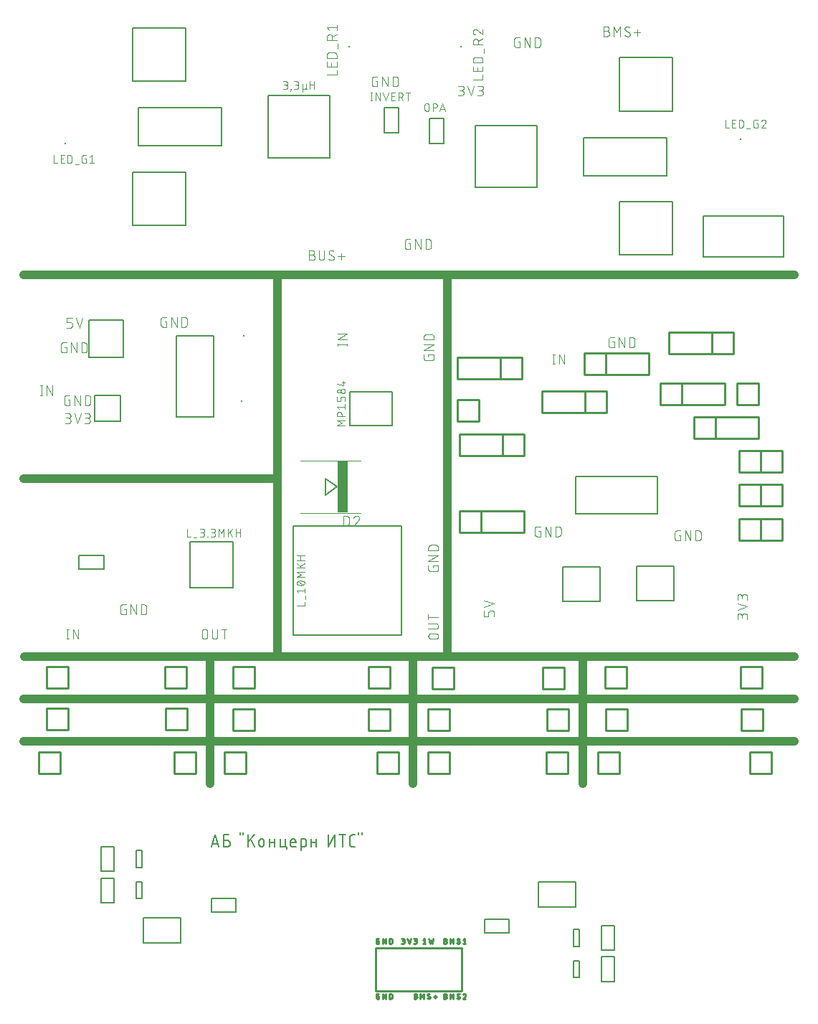
<source format=gbr>
G04 EAGLE Gerber RS-274X export*
G75*
%MOMM*%
%FSLAX34Y34*%
%LPD*%
%INSilkscreen Top*%
%IPPOS*%
%AMOC8*
5,1,8,0,0,1.08239X$1,22.5*%
G01*
%ADD10C,0.127000*%
%ADD11C,0.254000*%
%ADD12C,0.101600*%
%ADD13C,1.000000*%
%ADD14R,0.250000X0.250000*%
%ADD15C,0.076200*%
%ADD16C,0.203200*%
%ADD17R,1.250000X6.200000*%


D10*
X221432Y185635D02*
X226008Y199365D01*
X230585Y185635D01*
X229441Y189068D02*
X222576Y189068D01*
X236350Y199365D02*
X242453Y199365D01*
X236350Y199365D02*
X236350Y185635D01*
X240164Y185635D01*
X240286Y185637D01*
X240408Y185643D01*
X240530Y185653D01*
X240652Y185666D01*
X240773Y185684D01*
X240893Y185705D01*
X241013Y185731D01*
X241131Y185760D01*
X241249Y185793D01*
X241366Y185829D01*
X241481Y185870D01*
X241595Y185914D01*
X241708Y185961D01*
X241819Y186013D01*
X241928Y186068D01*
X242036Y186126D01*
X242141Y186187D01*
X242245Y186253D01*
X242346Y186321D01*
X242445Y186392D01*
X242542Y186467D01*
X242636Y186545D01*
X242728Y186626D01*
X242817Y186709D01*
X242904Y186796D01*
X242987Y186885D01*
X243068Y186977D01*
X243146Y187071D01*
X243221Y187168D01*
X243292Y187267D01*
X243360Y187368D01*
X243426Y187472D01*
X243487Y187577D01*
X243545Y187685D01*
X243600Y187794D01*
X243652Y187905D01*
X243699Y188018D01*
X243743Y188132D01*
X243784Y188247D01*
X243820Y188364D01*
X243853Y188482D01*
X243882Y188600D01*
X243908Y188720D01*
X243929Y188840D01*
X243947Y188961D01*
X243960Y189083D01*
X243970Y189205D01*
X243976Y189327D01*
X243978Y189449D01*
X243976Y189571D01*
X243970Y189693D01*
X243960Y189815D01*
X243947Y189937D01*
X243929Y190058D01*
X243908Y190178D01*
X243882Y190298D01*
X243853Y190416D01*
X243820Y190534D01*
X243784Y190651D01*
X243743Y190766D01*
X243699Y190880D01*
X243652Y190993D01*
X243600Y191104D01*
X243545Y191213D01*
X243487Y191321D01*
X243426Y191426D01*
X243360Y191530D01*
X243292Y191631D01*
X243221Y191730D01*
X243146Y191827D01*
X243068Y191921D01*
X242987Y192013D01*
X242904Y192102D01*
X242817Y192189D01*
X242728Y192272D01*
X242636Y192353D01*
X242542Y192431D01*
X242445Y192506D01*
X242346Y192577D01*
X242245Y192645D01*
X242141Y192711D01*
X242036Y192772D01*
X241928Y192830D01*
X241819Y192885D01*
X241708Y192937D01*
X241595Y192984D01*
X241481Y193028D01*
X241366Y193069D01*
X241249Y193105D01*
X241131Y193138D01*
X241013Y193167D01*
X240893Y193193D01*
X240773Y193214D01*
X240652Y193232D01*
X240530Y193245D01*
X240408Y193255D01*
X240286Y193261D01*
X240164Y193263D01*
X236350Y193263D01*
X255601Y199365D02*
X255601Y202416D01*
X259415Y202416D02*
X259415Y199365D01*
X265150Y199365D02*
X265150Y185635D01*
X265150Y190974D02*
X272778Y199365D01*
X268201Y194026D02*
X272778Y185635D01*
X277857Y188686D02*
X277857Y191737D01*
X277859Y191846D01*
X277865Y191955D01*
X277874Y192063D01*
X277888Y192171D01*
X277905Y192279D01*
X277927Y192386D01*
X277952Y192492D01*
X277981Y192597D01*
X278013Y192701D01*
X278049Y192803D01*
X278089Y192905D01*
X278133Y193004D01*
X278180Y193103D01*
X278230Y193199D01*
X278284Y193294D01*
X278341Y193386D01*
X278402Y193477D01*
X278466Y193565D01*
X278532Y193651D01*
X278602Y193735D01*
X278675Y193816D01*
X278751Y193894D01*
X278829Y193970D01*
X278910Y194043D01*
X278994Y194113D01*
X279080Y194179D01*
X279168Y194243D01*
X279259Y194304D01*
X279351Y194361D01*
X279446Y194415D01*
X279542Y194465D01*
X279641Y194512D01*
X279740Y194556D01*
X279842Y194596D01*
X279944Y194632D01*
X280048Y194664D01*
X280153Y194693D01*
X280259Y194718D01*
X280366Y194740D01*
X280474Y194757D01*
X280582Y194771D01*
X280690Y194780D01*
X280799Y194786D01*
X280908Y194788D01*
X281017Y194786D01*
X281126Y194780D01*
X281234Y194771D01*
X281342Y194757D01*
X281450Y194740D01*
X281557Y194718D01*
X281663Y194693D01*
X281768Y194664D01*
X281872Y194632D01*
X281974Y194596D01*
X282076Y194556D01*
X282175Y194512D01*
X282274Y194465D01*
X282370Y194415D01*
X282465Y194361D01*
X282557Y194304D01*
X282648Y194243D01*
X282736Y194179D01*
X282822Y194113D01*
X282906Y194043D01*
X282987Y193970D01*
X283065Y193894D01*
X283141Y193816D01*
X283214Y193735D01*
X283284Y193651D01*
X283350Y193565D01*
X283414Y193477D01*
X283475Y193386D01*
X283532Y193294D01*
X283586Y193199D01*
X283636Y193103D01*
X283683Y193004D01*
X283727Y192905D01*
X283767Y192803D01*
X283803Y192701D01*
X283835Y192597D01*
X283864Y192492D01*
X283889Y192386D01*
X283911Y192279D01*
X283928Y192171D01*
X283942Y192063D01*
X283951Y191955D01*
X283957Y191846D01*
X283959Y191737D01*
X283959Y188686D01*
X283957Y188577D01*
X283951Y188468D01*
X283942Y188360D01*
X283928Y188252D01*
X283911Y188144D01*
X283889Y188037D01*
X283864Y187931D01*
X283835Y187826D01*
X283803Y187722D01*
X283767Y187620D01*
X283727Y187518D01*
X283683Y187419D01*
X283636Y187320D01*
X283586Y187224D01*
X283532Y187129D01*
X283475Y187037D01*
X283414Y186946D01*
X283350Y186858D01*
X283284Y186772D01*
X283214Y186688D01*
X283141Y186607D01*
X283065Y186529D01*
X282987Y186453D01*
X282906Y186380D01*
X282822Y186310D01*
X282736Y186244D01*
X282648Y186180D01*
X282557Y186119D01*
X282465Y186062D01*
X282370Y186008D01*
X282274Y185958D01*
X282175Y185911D01*
X282076Y185867D01*
X281974Y185827D01*
X281872Y185791D01*
X281768Y185759D01*
X281663Y185730D01*
X281557Y185705D01*
X281450Y185683D01*
X281342Y185666D01*
X281234Y185652D01*
X281126Y185643D01*
X281017Y185637D01*
X280908Y185635D01*
X280799Y185637D01*
X280690Y185643D01*
X280582Y185652D01*
X280474Y185666D01*
X280366Y185683D01*
X280259Y185705D01*
X280153Y185730D01*
X280048Y185759D01*
X279944Y185791D01*
X279842Y185827D01*
X279740Y185867D01*
X279641Y185911D01*
X279542Y185958D01*
X279446Y186008D01*
X279351Y186062D01*
X279259Y186119D01*
X279168Y186180D01*
X279080Y186244D01*
X278994Y186310D01*
X278910Y186380D01*
X278829Y186453D01*
X278751Y186529D01*
X278675Y186607D01*
X278602Y186688D01*
X278532Y186772D01*
X278466Y186858D01*
X278402Y186946D01*
X278341Y187037D01*
X278284Y187129D01*
X278230Y187224D01*
X278180Y187320D01*
X278133Y187419D01*
X278089Y187518D01*
X278049Y187620D01*
X278013Y187722D01*
X277981Y187826D01*
X277952Y187931D01*
X277927Y188037D01*
X277905Y188144D01*
X277888Y188252D01*
X277874Y188360D01*
X277865Y188468D01*
X277859Y188577D01*
X277857Y188686D01*
X290007Y185635D02*
X290007Y194788D01*
X290007Y190212D02*
X296109Y190212D01*
X296109Y194788D02*
X296109Y185635D01*
X303108Y185635D02*
X303108Y194788D01*
X303108Y185635D02*
X310735Y185635D01*
X310735Y182584D01*
X309210Y185635D02*
X309210Y194788D01*
X317495Y185635D02*
X321309Y185635D01*
X317495Y185635D02*
X317400Y185637D01*
X317306Y185643D01*
X317212Y185653D01*
X317118Y185666D01*
X317025Y185684D01*
X316933Y185705D01*
X316842Y185730D01*
X316752Y185759D01*
X316663Y185792D01*
X316576Y185828D01*
X316490Y185867D01*
X316406Y185911D01*
X316324Y185957D01*
X316244Y186008D01*
X316165Y186061D01*
X316090Y186117D01*
X316016Y186177D01*
X315945Y186240D01*
X315877Y186305D01*
X315812Y186373D01*
X315749Y186444D01*
X315689Y186518D01*
X315633Y186593D01*
X315580Y186672D01*
X315529Y186752D01*
X315483Y186834D01*
X315439Y186918D01*
X315400Y187004D01*
X315364Y187091D01*
X315331Y187180D01*
X315302Y187270D01*
X315277Y187361D01*
X315256Y187453D01*
X315238Y187546D01*
X315225Y187640D01*
X315215Y187734D01*
X315209Y187828D01*
X315207Y187923D01*
X315207Y191737D01*
X315209Y191846D01*
X315215Y191955D01*
X315224Y192063D01*
X315238Y192171D01*
X315255Y192279D01*
X315277Y192386D01*
X315302Y192492D01*
X315331Y192597D01*
X315363Y192701D01*
X315399Y192803D01*
X315439Y192905D01*
X315483Y193004D01*
X315530Y193103D01*
X315580Y193199D01*
X315634Y193294D01*
X315691Y193386D01*
X315752Y193477D01*
X315816Y193565D01*
X315882Y193651D01*
X315952Y193735D01*
X316025Y193816D01*
X316101Y193894D01*
X316179Y193970D01*
X316260Y194043D01*
X316344Y194113D01*
X316430Y194179D01*
X316518Y194243D01*
X316609Y194304D01*
X316701Y194361D01*
X316796Y194415D01*
X316892Y194465D01*
X316991Y194512D01*
X317090Y194556D01*
X317192Y194596D01*
X317294Y194632D01*
X317398Y194664D01*
X317503Y194693D01*
X317609Y194718D01*
X317716Y194740D01*
X317824Y194757D01*
X317932Y194771D01*
X318040Y194780D01*
X318149Y194786D01*
X318258Y194788D01*
X318367Y194786D01*
X318476Y194780D01*
X318584Y194771D01*
X318692Y194757D01*
X318800Y194740D01*
X318907Y194718D01*
X319013Y194693D01*
X319118Y194664D01*
X319222Y194632D01*
X319324Y194596D01*
X319426Y194556D01*
X319525Y194512D01*
X319624Y194465D01*
X319720Y194415D01*
X319815Y194361D01*
X319907Y194304D01*
X319998Y194243D01*
X320086Y194179D01*
X320172Y194113D01*
X320256Y194043D01*
X320337Y193970D01*
X320415Y193894D01*
X320491Y193816D01*
X320564Y193735D01*
X320634Y193651D01*
X320700Y193565D01*
X320764Y193477D01*
X320825Y193386D01*
X320882Y193294D01*
X320936Y193199D01*
X320986Y193103D01*
X321033Y193004D01*
X321077Y192905D01*
X321117Y192803D01*
X321153Y192701D01*
X321185Y192597D01*
X321214Y192492D01*
X321239Y192386D01*
X321261Y192279D01*
X321278Y192171D01*
X321292Y192063D01*
X321301Y191955D01*
X321307Y191846D01*
X321309Y191737D01*
X321309Y190212D01*
X315207Y190212D01*
X327429Y194788D02*
X327429Y181058D01*
X327429Y194788D02*
X331243Y194788D01*
X331338Y194786D01*
X331432Y194780D01*
X331526Y194770D01*
X331620Y194757D01*
X331713Y194739D01*
X331805Y194718D01*
X331896Y194693D01*
X331986Y194664D01*
X332075Y194631D01*
X332162Y194595D01*
X332248Y194556D01*
X332332Y194512D01*
X332414Y194466D01*
X332494Y194415D01*
X332572Y194362D01*
X332648Y194306D01*
X332722Y194246D01*
X332793Y194183D01*
X332861Y194118D01*
X332926Y194050D01*
X332989Y193979D01*
X333049Y193905D01*
X333105Y193830D01*
X333158Y193751D01*
X333209Y193671D01*
X333255Y193589D01*
X333299Y193505D01*
X333338Y193419D01*
X333374Y193332D01*
X333407Y193243D01*
X333436Y193153D01*
X333461Y193062D01*
X333482Y192970D01*
X333500Y192877D01*
X333513Y192783D01*
X333523Y192689D01*
X333529Y192595D01*
X333531Y192500D01*
X333531Y187923D01*
X333529Y187828D01*
X333523Y187734D01*
X333513Y187640D01*
X333500Y187546D01*
X333482Y187453D01*
X333461Y187361D01*
X333436Y187270D01*
X333407Y187180D01*
X333374Y187091D01*
X333338Y187004D01*
X333299Y186918D01*
X333255Y186834D01*
X333209Y186752D01*
X333158Y186672D01*
X333105Y186593D01*
X333049Y186518D01*
X332989Y186444D01*
X332926Y186373D01*
X332861Y186305D01*
X332793Y186240D01*
X332722Y186177D01*
X332648Y186117D01*
X332573Y186061D01*
X332494Y186008D01*
X332414Y185957D01*
X332332Y185911D01*
X332248Y185867D01*
X332162Y185828D01*
X332075Y185792D01*
X331986Y185759D01*
X331896Y185730D01*
X331805Y185705D01*
X331713Y185684D01*
X331620Y185666D01*
X331526Y185653D01*
X331432Y185643D01*
X331338Y185637D01*
X331243Y185635D01*
X327429Y185635D01*
X339507Y185635D02*
X339507Y194788D01*
X339507Y190212D02*
X345609Y190212D01*
X345609Y194788D02*
X345609Y185635D01*
X359444Y185635D02*
X359444Y199365D01*
X367072Y199365D02*
X359444Y185635D01*
X367072Y185635D02*
X367072Y199365D01*
X372494Y199365D02*
X380122Y199365D01*
X376308Y199365D02*
X376308Y185635D01*
X388105Y185635D02*
X391156Y185635D01*
X388105Y185635D02*
X387996Y185637D01*
X387887Y185643D01*
X387779Y185652D01*
X387671Y185666D01*
X387563Y185683D01*
X387456Y185705D01*
X387350Y185730D01*
X387245Y185759D01*
X387141Y185791D01*
X387039Y185827D01*
X386937Y185867D01*
X386838Y185911D01*
X386739Y185958D01*
X386643Y186008D01*
X386548Y186062D01*
X386456Y186119D01*
X386365Y186180D01*
X386277Y186244D01*
X386191Y186310D01*
X386107Y186380D01*
X386026Y186453D01*
X385948Y186529D01*
X385872Y186607D01*
X385799Y186688D01*
X385729Y186772D01*
X385663Y186858D01*
X385599Y186946D01*
X385538Y187037D01*
X385481Y187129D01*
X385427Y187224D01*
X385377Y187320D01*
X385330Y187419D01*
X385286Y187518D01*
X385246Y187620D01*
X385210Y187722D01*
X385178Y187826D01*
X385149Y187931D01*
X385124Y188037D01*
X385102Y188144D01*
X385085Y188252D01*
X385071Y188360D01*
X385062Y188468D01*
X385056Y188577D01*
X385054Y188686D01*
X385054Y196314D01*
X385056Y196423D01*
X385062Y196532D01*
X385071Y196640D01*
X385085Y196748D01*
X385102Y196856D01*
X385124Y196963D01*
X385149Y197069D01*
X385178Y197174D01*
X385210Y197277D01*
X385246Y197380D01*
X385286Y197482D01*
X385330Y197581D01*
X385377Y197680D01*
X385427Y197776D01*
X385481Y197871D01*
X385538Y197963D01*
X385599Y198054D01*
X385663Y198142D01*
X385729Y198228D01*
X385799Y198312D01*
X385872Y198393D01*
X385948Y198471D01*
X386026Y198547D01*
X386107Y198620D01*
X386191Y198690D01*
X386277Y198756D01*
X386365Y198820D01*
X386455Y198881D01*
X386548Y198938D01*
X386643Y198992D01*
X386739Y199042D01*
X386838Y199089D01*
X386937Y199133D01*
X387039Y199173D01*
X387141Y199209D01*
X387245Y199241D01*
X387350Y199270D01*
X387456Y199295D01*
X387563Y199317D01*
X387671Y199334D01*
X387779Y199348D01*
X387887Y199357D01*
X387996Y199363D01*
X388105Y199365D01*
X391156Y199365D01*
X395551Y199365D02*
X395551Y202416D01*
X399365Y202416D02*
X399365Y199365D01*
D11*
X418443Y9374D02*
X419374Y9374D01*
X419374Y6270D01*
X417512Y6270D01*
X417442Y6272D01*
X417373Y6278D01*
X417304Y6288D01*
X417236Y6301D01*
X417168Y6319D01*
X417102Y6340D01*
X417037Y6365D01*
X416973Y6393D01*
X416911Y6425D01*
X416851Y6460D01*
X416793Y6499D01*
X416738Y6541D01*
X416684Y6586D01*
X416634Y6634D01*
X416586Y6684D01*
X416541Y6738D01*
X416499Y6793D01*
X416460Y6851D01*
X416425Y6911D01*
X416393Y6973D01*
X416365Y7037D01*
X416340Y7102D01*
X416319Y7168D01*
X416301Y7236D01*
X416288Y7304D01*
X416278Y7373D01*
X416272Y7442D01*
X416270Y7512D01*
X416270Y10616D01*
X416272Y10686D01*
X416278Y10755D01*
X416288Y10824D01*
X416301Y10892D01*
X416319Y10960D01*
X416340Y11026D01*
X416365Y11091D01*
X416393Y11155D01*
X416425Y11217D01*
X416460Y11277D01*
X416499Y11335D01*
X416541Y11390D01*
X416586Y11444D01*
X416634Y11494D01*
X416684Y11542D01*
X416738Y11587D01*
X416793Y11629D01*
X416851Y11668D01*
X416911Y11703D01*
X416973Y11735D01*
X417037Y11763D01*
X417102Y11788D01*
X417168Y11809D01*
X417236Y11827D01*
X417304Y11840D01*
X417373Y11850D01*
X417442Y11856D01*
X417512Y11858D01*
X419374Y11858D01*
X424073Y11858D02*
X424073Y6270D01*
X427177Y6270D02*
X424073Y11858D01*
X427177Y11858D02*
X427177Y6270D01*
X431876Y6270D02*
X431876Y11858D01*
X433428Y11858D01*
X433504Y11856D01*
X433580Y11851D01*
X433656Y11841D01*
X433731Y11828D01*
X433805Y11811D01*
X433879Y11791D01*
X433951Y11767D01*
X434022Y11740D01*
X434092Y11709D01*
X434160Y11675D01*
X434226Y11637D01*
X434290Y11596D01*
X434353Y11553D01*
X434413Y11506D01*
X434470Y11456D01*
X434525Y11403D01*
X434578Y11348D01*
X434628Y11291D01*
X434675Y11231D01*
X434718Y11168D01*
X434759Y11104D01*
X434797Y11038D01*
X434831Y10970D01*
X434862Y10900D01*
X434889Y10829D01*
X434913Y10756D01*
X434933Y10683D01*
X434950Y10609D01*
X434963Y10534D01*
X434973Y10458D01*
X434978Y10382D01*
X434980Y10306D01*
X434980Y7822D01*
X434978Y7743D01*
X434972Y7665D01*
X434962Y7587D01*
X434948Y7510D01*
X434930Y7433D01*
X434909Y7357D01*
X434883Y7283D01*
X434854Y7210D01*
X434821Y7139D01*
X434785Y7069D01*
X434745Y7001D01*
X434702Y6935D01*
X434655Y6872D01*
X434606Y6811D01*
X434553Y6753D01*
X434497Y6697D01*
X434439Y6644D01*
X434378Y6595D01*
X434315Y6548D01*
X434249Y6505D01*
X434181Y6465D01*
X434112Y6429D01*
X434040Y6396D01*
X433967Y6367D01*
X433893Y6341D01*
X433817Y6320D01*
X433740Y6302D01*
X433663Y6288D01*
X433585Y6278D01*
X433507Y6272D01*
X433428Y6270D01*
X431876Y6270D01*
X461270Y9374D02*
X462822Y9374D01*
X462899Y9372D01*
X462977Y9366D01*
X463053Y9357D01*
X463130Y9343D01*
X463205Y9326D01*
X463279Y9305D01*
X463353Y9280D01*
X463425Y9252D01*
X463495Y9220D01*
X463564Y9185D01*
X463631Y9146D01*
X463696Y9104D01*
X463759Y9059D01*
X463820Y9011D01*
X463878Y8960D01*
X463933Y8906D01*
X463986Y8849D01*
X464035Y8790D01*
X464082Y8728D01*
X464126Y8664D01*
X464166Y8598D01*
X464203Y8530D01*
X464237Y8460D01*
X464267Y8389D01*
X464293Y8316D01*
X464316Y8242D01*
X464335Y8167D01*
X464350Y8092D01*
X464362Y8015D01*
X464370Y7938D01*
X464374Y7861D01*
X464374Y7783D01*
X464370Y7706D01*
X464362Y7629D01*
X464350Y7552D01*
X464335Y7477D01*
X464316Y7402D01*
X464293Y7328D01*
X464267Y7255D01*
X464237Y7184D01*
X464203Y7114D01*
X464166Y7046D01*
X464126Y6980D01*
X464082Y6916D01*
X464035Y6854D01*
X463986Y6795D01*
X463933Y6738D01*
X463878Y6684D01*
X463820Y6633D01*
X463759Y6585D01*
X463696Y6540D01*
X463631Y6498D01*
X463564Y6459D01*
X463495Y6424D01*
X463425Y6392D01*
X463353Y6364D01*
X463279Y6339D01*
X463205Y6318D01*
X463130Y6301D01*
X463053Y6287D01*
X462977Y6278D01*
X462899Y6272D01*
X462822Y6270D01*
X461270Y6270D01*
X461270Y11858D01*
X462822Y11858D01*
X462892Y11856D01*
X462961Y11850D01*
X463030Y11840D01*
X463098Y11827D01*
X463166Y11809D01*
X463232Y11788D01*
X463297Y11763D01*
X463361Y11735D01*
X463423Y11703D01*
X463483Y11668D01*
X463541Y11629D01*
X463596Y11587D01*
X463650Y11542D01*
X463700Y11494D01*
X463748Y11444D01*
X463793Y11390D01*
X463835Y11335D01*
X463874Y11277D01*
X463909Y11217D01*
X463941Y11155D01*
X463969Y11091D01*
X463994Y11026D01*
X464015Y10960D01*
X464033Y10892D01*
X464046Y10824D01*
X464056Y10755D01*
X464062Y10686D01*
X464064Y10616D01*
X464062Y10546D01*
X464056Y10477D01*
X464046Y10408D01*
X464033Y10340D01*
X464015Y10272D01*
X463994Y10206D01*
X463969Y10141D01*
X463941Y10077D01*
X463909Y10015D01*
X463874Y9955D01*
X463835Y9897D01*
X463793Y9842D01*
X463748Y9788D01*
X463700Y9738D01*
X463650Y9690D01*
X463596Y9645D01*
X463541Y9603D01*
X463483Y9564D01*
X463423Y9529D01*
X463361Y9497D01*
X463297Y9469D01*
X463232Y9444D01*
X463166Y9423D01*
X463098Y9405D01*
X463030Y9392D01*
X462961Y9382D01*
X462892Y9376D01*
X462822Y9374D01*
X468497Y11858D02*
X468497Y6270D01*
X470359Y8754D02*
X468497Y11858D01*
X470359Y8754D02*
X472222Y11858D01*
X472222Y6270D01*
X478473Y6270D02*
X478543Y6272D01*
X478612Y6278D01*
X478681Y6288D01*
X478749Y6301D01*
X478817Y6319D01*
X478883Y6340D01*
X478948Y6365D01*
X479012Y6393D01*
X479074Y6425D01*
X479134Y6460D01*
X479192Y6499D01*
X479247Y6541D01*
X479301Y6586D01*
X479351Y6634D01*
X479399Y6684D01*
X479444Y6738D01*
X479486Y6793D01*
X479525Y6851D01*
X479560Y6911D01*
X479592Y6973D01*
X479620Y7037D01*
X479645Y7102D01*
X479666Y7168D01*
X479684Y7236D01*
X479697Y7304D01*
X479707Y7373D01*
X479713Y7442D01*
X479715Y7512D01*
X478473Y6270D02*
X478374Y6272D01*
X478276Y6277D01*
X478178Y6287D01*
X478080Y6300D01*
X477983Y6316D01*
X477886Y6336D01*
X477791Y6360D01*
X477696Y6388D01*
X477602Y6419D01*
X477510Y6453D01*
X477419Y6491D01*
X477329Y6532D01*
X477241Y6577D01*
X477155Y6625D01*
X477071Y6676D01*
X476989Y6730D01*
X476908Y6788D01*
X476830Y6848D01*
X476755Y6911D01*
X476681Y6977D01*
X476611Y7046D01*
X476765Y10616D02*
X476767Y10686D01*
X476773Y10755D01*
X476783Y10824D01*
X476796Y10892D01*
X476814Y10960D01*
X476835Y11026D01*
X476860Y11091D01*
X476888Y11155D01*
X476920Y11217D01*
X476955Y11277D01*
X476994Y11335D01*
X477036Y11390D01*
X477081Y11444D01*
X477129Y11494D01*
X477179Y11542D01*
X477233Y11587D01*
X477288Y11629D01*
X477346Y11668D01*
X477406Y11703D01*
X477468Y11735D01*
X477532Y11763D01*
X477597Y11788D01*
X477663Y11809D01*
X477731Y11827D01*
X477799Y11840D01*
X477868Y11850D01*
X477937Y11856D01*
X478007Y11858D01*
X478101Y11856D01*
X478194Y11850D01*
X478287Y11841D01*
X478380Y11828D01*
X478472Y11811D01*
X478563Y11791D01*
X478654Y11766D01*
X478743Y11739D01*
X478831Y11707D01*
X478918Y11672D01*
X479004Y11634D01*
X479087Y11592D01*
X479169Y11547D01*
X479250Y11499D01*
X479328Y11447D01*
X479404Y11392D01*
X477386Y9530D02*
X477327Y9566D01*
X477271Y9606D01*
X477217Y9649D01*
X477165Y9694D01*
X477116Y9743D01*
X477070Y9794D01*
X477027Y9847D01*
X476986Y9903D01*
X476949Y9961D01*
X476914Y10021D01*
X476884Y10082D01*
X476856Y10145D01*
X476832Y10210D01*
X476812Y10276D01*
X476795Y10343D01*
X476782Y10410D01*
X476773Y10478D01*
X476767Y10547D01*
X476765Y10616D01*
X479093Y8598D02*
X479152Y8562D01*
X479208Y8522D01*
X479262Y8479D01*
X479314Y8434D01*
X479363Y8385D01*
X479409Y8334D01*
X479452Y8281D01*
X479493Y8225D01*
X479530Y8167D01*
X479565Y8107D01*
X479595Y8046D01*
X479623Y7983D01*
X479647Y7918D01*
X479667Y7852D01*
X479684Y7785D01*
X479697Y7718D01*
X479706Y7650D01*
X479712Y7581D01*
X479714Y7512D01*
X479093Y8598D02*
X477386Y9530D01*
X483858Y8443D02*
X487584Y8443D01*
X485721Y6580D02*
X485721Y10306D01*
X496270Y9374D02*
X497822Y9374D01*
X497899Y9372D01*
X497977Y9366D01*
X498053Y9357D01*
X498130Y9343D01*
X498205Y9326D01*
X498279Y9305D01*
X498353Y9280D01*
X498425Y9252D01*
X498495Y9220D01*
X498564Y9185D01*
X498631Y9146D01*
X498696Y9104D01*
X498759Y9059D01*
X498820Y9011D01*
X498878Y8960D01*
X498933Y8906D01*
X498986Y8849D01*
X499035Y8790D01*
X499082Y8728D01*
X499126Y8664D01*
X499166Y8598D01*
X499203Y8530D01*
X499237Y8460D01*
X499267Y8389D01*
X499293Y8316D01*
X499316Y8242D01*
X499335Y8167D01*
X499350Y8092D01*
X499362Y8015D01*
X499370Y7938D01*
X499374Y7861D01*
X499374Y7783D01*
X499370Y7706D01*
X499362Y7629D01*
X499350Y7552D01*
X499335Y7477D01*
X499316Y7402D01*
X499293Y7328D01*
X499267Y7255D01*
X499237Y7184D01*
X499203Y7114D01*
X499166Y7046D01*
X499126Y6980D01*
X499082Y6916D01*
X499035Y6854D01*
X498986Y6795D01*
X498933Y6738D01*
X498878Y6684D01*
X498820Y6633D01*
X498759Y6585D01*
X498696Y6540D01*
X498631Y6498D01*
X498564Y6459D01*
X498495Y6424D01*
X498425Y6392D01*
X498353Y6364D01*
X498279Y6339D01*
X498205Y6318D01*
X498130Y6301D01*
X498053Y6287D01*
X497977Y6278D01*
X497899Y6272D01*
X497822Y6270D01*
X496270Y6270D01*
X496270Y11858D01*
X497822Y11858D01*
X497892Y11856D01*
X497961Y11850D01*
X498030Y11840D01*
X498098Y11827D01*
X498166Y11809D01*
X498232Y11788D01*
X498297Y11763D01*
X498361Y11735D01*
X498423Y11703D01*
X498483Y11668D01*
X498541Y11629D01*
X498596Y11587D01*
X498650Y11542D01*
X498700Y11494D01*
X498748Y11444D01*
X498793Y11390D01*
X498835Y11335D01*
X498874Y11277D01*
X498909Y11217D01*
X498941Y11155D01*
X498969Y11091D01*
X498994Y11026D01*
X499015Y10960D01*
X499033Y10892D01*
X499046Y10824D01*
X499056Y10755D01*
X499062Y10686D01*
X499064Y10616D01*
X499062Y10546D01*
X499056Y10477D01*
X499046Y10408D01*
X499033Y10340D01*
X499015Y10272D01*
X498994Y10206D01*
X498969Y10141D01*
X498941Y10077D01*
X498909Y10015D01*
X498874Y9955D01*
X498835Y9897D01*
X498793Y9842D01*
X498748Y9788D01*
X498700Y9738D01*
X498650Y9690D01*
X498596Y9645D01*
X498541Y9603D01*
X498483Y9564D01*
X498423Y9529D01*
X498361Y9497D01*
X498297Y9469D01*
X498232Y9444D01*
X498166Y9423D01*
X498098Y9405D01*
X498030Y9392D01*
X497961Y9382D01*
X497892Y9376D01*
X497822Y9374D01*
X503497Y11858D02*
X503497Y6270D01*
X505359Y8754D02*
X503497Y11858D01*
X505359Y8754D02*
X507222Y11858D01*
X507222Y6270D01*
X513473Y6270D02*
X513543Y6272D01*
X513612Y6278D01*
X513681Y6288D01*
X513749Y6301D01*
X513817Y6319D01*
X513883Y6340D01*
X513948Y6365D01*
X514012Y6393D01*
X514074Y6425D01*
X514134Y6460D01*
X514192Y6499D01*
X514247Y6541D01*
X514301Y6586D01*
X514351Y6634D01*
X514399Y6684D01*
X514444Y6738D01*
X514486Y6793D01*
X514525Y6851D01*
X514560Y6911D01*
X514592Y6973D01*
X514620Y7037D01*
X514645Y7102D01*
X514666Y7168D01*
X514684Y7236D01*
X514697Y7304D01*
X514707Y7373D01*
X514713Y7442D01*
X514715Y7512D01*
X513473Y6270D02*
X513374Y6272D01*
X513276Y6277D01*
X513178Y6287D01*
X513080Y6300D01*
X512983Y6316D01*
X512886Y6336D01*
X512791Y6360D01*
X512696Y6388D01*
X512602Y6419D01*
X512510Y6453D01*
X512419Y6491D01*
X512329Y6532D01*
X512241Y6577D01*
X512155Y6625D01*
X512071Y6676D01*
X511989Y6730D01*
X511908Y6788D01*
X511830Y6848D01*
X511755Y6911D01*
X511681Y6977D01*
X511611Y7046D01*
X511765Y10616D02*
X511767Y10686D01*
X511773Y10755D01*
X511783Y10824D01*
X511796Y10892D01*
X511814Y10960D01*
X511835Y11026D01*
X511860Y11091D01*
X511888Y11155D01*
X511920Y11217D01*
X511955Y11277D01*
X511994Y11335D01*
X512036Y11390D01*
X512081Y11444D01*
X512129Y11494D01*
X512179Y11542D01*
X512233Y11587D01*
X512288Y11629D01*
X512346Y11668D01*
X512406Y11703D01*
X512468Y11735D01*
X512532Y11763D01*
X512597Y11788D01*
X512663Y11809D01*
X512731Y11827D01*
X512799Y11840D01*
X512868Y11850D01*
X512937Y11856D01*
X513007Y11858D01*
X513101Y11856D01*
X513194Y11850D01*
X513287Y11841D01*
X513380Y11828D01*
X513472Y11811D01*
X513563Y11791D01*
X513654Y11766D01*
X513743Y11739D01*
X513831Y11707D01*
X513918Y11672D01*
X514004Y11634D01*
X514087Y11592D01*
X514169Y11547D01*
X514250Y11499D01*
X514328Y11447D01*
X514404Y11392D01*
X512386Y9530D02*
X512327Y9566D01*
X512271Y9606D01*
X512217Y9649D01*
X512165Y9694D01*
X512116Y9743D01*
X512070Y9794D01*
X512027Y9847D01*
X511986Y9903D01*
X511949Y9961D01*
X511914Y10021D01*
X511884Y10082D01*
X511856Y10145D01*
X511832Y10210D01*
X511812Y10276D01*
X511795Y10343D01*
X511782Y10410D01*
X511773Y10478D01*
X511767Y10547D01*
X511765Y10616D01*
X514093Y8598D02*
X514152Y8562D01*
X514208Y8522D01*
X514262Y8479D01*
X514314Y8434D01*
X514363Y8385D01*
X514409Y8334D01*
X514452Y8281D01*
X514493Y8225D01*
X514530Y8167D01*
X514565Y8107D01*
X514595Y8046D01*
X514623Y7983D01*
X514647Y7918D01*
X514667Y7852D01*
X514684Y7785D01*
X514697Y7718D01*
X514706Y7650D01*
X514712Y7581D01*
X514714Y7512D01*
X514093Y8598D02*
X512386Y9530D01*
X520389Y11858D02*
X520462Y11856D01*
X520535Y11850D01*
X520608Y11841D01*
X520679Y11827D01*
X520751Y11810D01*
X520821Y11790D01*
X520890Y11765D01*
X520957Y11737D01*
X521023Y11706D01*
X521088Y11671D01*
X521150Y11633D01*
X521210Y11591D01*
X521268Y11547D01*
X521324Y11499D01*
X521377Y11449D01*
X521427Y11396D01*
X521475Y11340D01*
X521519Y11282D01*
X521561Y11222D01*
X521599Y11160D01*
X521634Y11095D01*
X521665Y11029D01*
X521693Y10962D01*
X521718Y10893D01*
X521738Y10823D01*
X521755Y10751D01*
X521769Y10680D01*
X521778Y10607D01*
X521784Y10534D01*
X521786Y10461D01*
X520389Y11858D02*
X520305Y11856D01*
X520222Y11850D01*
X520139Y11841D01*
X520057Y11827D01*
X519975Y11810D01*
X519894Y11788D01*
X519814Y11763D01*
X519736Y11735D01*
X519658Y11703D01*
X519583Y11667D01*
X519509Y11628D01*
X519437Y11585D01*
X519367Y11539D01*
X519300Y11490D01*
X519234Y11437D01*
X519172Y11382D01*
X519112Y11324D01*
X519054Y11263D01*
X519000Y11200D01*
X518948Y11134D01*
X518900Y11066D01*
X518855Y10995D01*
X518813Y10923D01*
X518775Y10848D01*
X518740Y10772D01*
X518709Y10695D01*
X518681Y10616D01*
X521319Y9375D02*
X521373Y9428D01*
X521424Y9485D01*
X521472Y9544D01*
X521517Y9605D01*
X521558Y9668D01*
X521597Y9734D01*
X521632Y9801D01*
X521664Y9870D01*
X521692Y9941D01*
X521716Y10012D01*
X521737Y10085D01*
X521754Y10159D01*
X521768Y10234D01*
X521777Y10309D01*
X521783Y10385D01*
X521785Y10461D01*
X521320Y9374D02*
X518681Y6270D01*
X521786Y6270D01*
X419374Y74374D02*
X418443Y74374D01*
X419374Y74374D02*
X419374Y71270D01*
X417512Y71270D01*
X417442Y71272D01*
X417373Y71278D01*
X417304Y71288D01*
X417236Y71301D01*
X417168Y71319D01*
X417102Y71340D01*
X417037Y71365D01*
X416973Y71393D01*
X416911Y71425D01*
X416851Y71460D01*
X416793Y71499D01*
X416738Y71541D01*
X416684Y71586D01*
X416634Y71634D01*
X416586Y71684D01*
X416541Y71738D01*
X416499Y71793D01*
X416460Y71851D01*
X416425Y71911D01*
X416393Y71973D01*
X416365Y72037D01*
X416340Y72102D01*
X416319Y72168D01*
X416301Y72236D01*
X416288Y72304D01*
X416278Y72373D01*
X416272Y72442D01*
X416270Y72512D01*
X416270Y75616D01*
X416272Y75686D01*
X416278Y75755D01*
X416288Y75824D01*
X416301Y75892D01*
X416319Y75960D01*
X416340Y76026D01*
X416365Y76091D01*
X416393Y76155D01*
X416425Y76217D01*
X416460Y76277D01*
X416499Y76335D01*
X416541Y76390D01*
X416586Y76444D01*
X416634Y76494D01*
X416684Y76542D01*
X416738Y76587D01*
X416793Y76629D01*
X416851Y76668D01*
X416911Y76703D01*
X416973Y76735D01*
X417037Y76763D01*
X417102Y76788D01*
X417168Y76809D01*
X417236Y76827D01*
X417304Y76840D01*
X417373Y76850D01*
X417442Y76856D01*
X417512Y76858D01*
X419374Y76858D01*
X424073Y76858D02*
X424073Y71270D01*
X427177Y71270D02*
X424073Y76858D01*
X427177Y76858D02*
X427177Y71270D01*
X431876Y71270D02*
X431876Y76858D01*
X433428Y76858D01*
X433504Y76856D01*
X433580Y76851D01*
X433656Y76841D01*
X433731Y76828D01*
X433805Y76811D01*
X433879Y76791D01*
X433951Y76767D01*
X434022Y76740D01*
X434092Y76709D01*
X434160Y76675D01*
X434226Y76637D01*
X434290Y76596D01*
X434353Y76553D01*
X434413Y76506D01*
X434470Y76456D01*
X434525Y76403D01*
X434578Y76348D01*
X434628Y76291D01*
X434675Y76231D01*
X434718Y76168D01*
X434759Y76104D01*
X434797Y76038D01*
X434831Y75970D01*
X434862Y75900D01*
X434889Y75829D01*
X434913Y75756D01*
X434933Y75683D01*
X434950Y75609D01*
X434963Y75534D01*
X434973Y75458D01*
X434978Y75382D01*
X434980Y75306D01*
X434980Y72822D01*
X434978Y72743D01*
X434972Y72665D01*
X434962Y72587D01*
X434948Y72510D01*
X434930Y72433D01*
X434909Y72357D01*
X434883Y72283D01*
X434854Y72210D01*
X434821Y72139D01*
X434785Y72069D01*
X434745Y72001D01*
X434702Y71935D01*
X434655Y71872D01*
X434606Y71811D01*
X434553Y71753D01*
X434497Y71697D01*
X434439Y71644D01*
X434378Y71595D01*
X434315Y71548D01*
X434249Y71505D01*
X434181Y71465D01*
X434112Y71429D01*
X434040Y71396D01*
X433967Y71367D01*
X433893Y71341D01*
X433817Y71320D01*
X433740Y71302D01*
X433663Y71288D01*
X433585Y71278D01*
X433507Y71272D01*
X433428Y71270D01*
X431876Y71270D01*
X446270Y71270D02*
X447822Y71270D01*
X447899Y71272D01*
X447977Y71278D01*
X448053Y71287D01*
X448130Y71301D01*
X448205Y71318D01*
X448279Y71339D01*
X448353Y71364D01*
X448425Y71392D01*
X448495Y71424D01*
X448564Y71459D01*
X448631Y71498D01*
X448696Y71540D01*
X448759Y71585D01*
X448820Y71633D01*
X448878Y71684D01*
X448933Y71738D01*
X448986Y71795D01*
X449035Y71854D01*
X449082Y71916D01*
X449126Y71980D01*
X449166Y72046D01*
X449203Y72114D01*
X449237Y72184D01*
X449267Y72255D01*
X449293Y72328D01*
X449316Y72402D01*
X449335Y72477D01*
X449350Y72552D01*
X449362Y72629D01*
X449370Y72706D01*
X449374Y72783D01*
X449374Y72861D01*
X449370Y72938D01*
X449362Y73015D01*
X449350Y73092D01*
X449335Y73167D01*
X449316Y73242D01*
X449293Y73316D01*
X449267Y73389D01*
X449237Y73460D01*
X449203Y73530D01*
X449166Y73598D01*
X449126Y73664D01*
X449082Y73728D01*
X449035Y73790D01*
X448986Y73849D01*
X448933Y73906D01*
X448878Y73960D01*
X448820Y74011D01*
X448759Y74059D01*
X448696Y74104D01*
X448631Y74146D01*
X448564Y74185D01*
X448495Y74220D01*
X448425Y74252D01*
X448353Y74280D01*
X448279Y74305D01*
X448205Y74326D01*
X448130Y74343D01*
X448053Y74357D01*
X447977Y74366D01*
X447899Y74372D01*
X447822Y74374D01*
X448133Y76858D02*
X446270Y76858D01*
X448133Y76858D02*
X448203Y76856D01*
X448272Y76850D01*
X448341Y76840D01*
X448409Y76827D01*
X448477Y76809D01*
X448543Y76788D01*
X448608Y76763D01*
X448672Y76735D01*
X448734Y76703D01*
X448794Y76668D01*
X448852Y76629D01*
X448907Y76587D01*
X448961Y76542D01*
X449011Y76494D01*
X449059Y76444D01*
X449104Y76390D01*
X449146Y76335D01*
X449185Y76277D01*
X449220Y76217D01*
X449252Y76155D01*
X449280Y76091D01*
X449305Y76026D01*
X449326Y75960D01*
X449344Y75892D01*
X449357Y75824D01*
X449367Y75755D01*
X449373Y75686D01*
X449375Y75616D01*
X449373Y75546D01*
X449367Y75477D01*
X449357Y75408D01*
X449344Y75340D01*
X449326Y75272D01*
X449305Y75206D01*
X449280Y75141D01*
X449252Y75077D01*
X449220Y75015D01*
X449185Y74955D01*
X449146Y74897D01*
X449104Y74842D01*
X449059Y74788D01*
X449011Y74738D01*
X448961Y74690D01*
X448907Y74645D01*
X448852Y74603D01*
X448794Y74564D01*
X448734Y74529D01*
X448672Y74497D01*
X448608Y74469D01*
X448543Y74444D01*
X448477Y74423D01*
X448409Y74405D01*
X448341Y74392D01*
X448272Y74382D01*
X448203Y74376D01*
X448133Y74374D01*
X446891Y74374D01*
X453275Y76858D02*
X455137Y71270D01*
X457000Y76858D01*
X460900Y71270D02*
X462453Y71270D01*
X462530Y71272D01*
X462608Y71278D01*
X462684Y71287D01*
X462761Y71301D01*
X462836Y71318D01*
X462910Y71339D01*
X462984Y71364D01*
X463056Y71392D01*
X463126Y71424D01*
X463195Y71459D01*
X463262Y71498D01*
X463327Y71540D01*
X463390Y71585D01*
X463451Y71633D01*
X463509Y71684D01*
X463564Y71738D01*
X463617Y71795D01*
X463666Y71854D01*
X463713Y71916D01*
X463757Y71980D01*
X463797Y72046D01*
X463834Y72114D01*
X463868Y72184D01*
X463898Y72255D01*
X463924Y72328D01*
X463947Y72402D01*
X463966Y72477D01*
X463981Y72552D01*
X463993Y72629D01*
X464001Y72706D01*
X464005Y72783D01*
X464005Y72861D01*
X464001Y72938D01*
X463993Y73015D01*
X463981Y73092D01*
X463966Y73167D01*
X463947Y73242D01*
X463924Y73316D01*
X463898Y73389D01*
X463868Y73460D01*
X463834Y73530D01*
X463797Y73598D01*
X463757Y73664D01*
X463713Y73728D01*
X463666Y73790D01*
X463617Y73849D01*
X463564Y73906D01*
X463509Y73960D01*
X463451Y74011D01*
X463390Y74059D01*
X463327Y74104D01*
X463262Y74146D01*
X463195Y74185D01*
X463126Y74220D01*
X463056Y74252D01*
X462984Y74280D01*
X462910Y74305D01*
X462836Y74326D01*
X462761Y74343D01*
X462684Y74357D01*
X462608Y74366D01*
X462530Y74372D01*
X462453Y74374D01*
X462763Y76858D02*
X460900Y76858D01*
X462763Y76858D02*
X462833Y76856D01*
X462902Y76850D01*
X462971Y76840D01*
X463039Y76827D01*
X463107Y76809D01*
X463173Y76788D01*
X463238Y76763D01*
X463302Y76735D01*
X463364Y76703D01*
X463424Y76668D01*
X463482Y76629D01*
X463537Y76587D01*
X463591Y76542D01*
X463641Y76494D01*
X463689Y76444D01*
X463734Y76390D01*
X463776Y76335D01*
X463815Y76277D01*
X463850Y76217D01*
X463882Y76155D01*
X463910Y76091D01*
X463935Y76026D01*
X463956Y75960D01*
X463974Y75892D01*
X463987Y75824D01*
X463997Y75755D01*
X464003Y75686D01*
X464005Y75616D01*
X464003Y75546D01*
X463997Y75477D01*
X463987Y75408D01*
X463974Y75340D01*
X463956Y75272D01*
X463935Y75206D01*
X463910Y75141D01*
X463882Y75077D01*
X463850Y75015D01*
X463815Y74955D01*
X463776Y74897D01*
X463734Y74842D01*
X463689Y74788D01*
X463641Y74738D01*
X463591Y74690D01*
X463537Y74645D01*
X463482Y74603D01*
X463424Y74564D01*
X463364Y74529D01*
X463302Y74497D01*
X463238Y74469D01*
X463173Y74444D01*
X463107Y74423D01*
X463039Y74405D01*
X462971Y74392D01*
X462902Y74382D01*
X462833Y74376D01*
X462763Y74374D01*
X461521Y74374D01*
X471270Y75616D02*
X472822Y76858D01*
X472822Y71270D01*
X471270Y71270D02*
X474374Y71270D01*
X479871Y71270D02*
X478629Y76858D01*
X481113Y74995D02*
X479871Y71270D01*
X482355Y71270D02*
X481113Y74995D01*
X483596Y76858D02*
X482355Y71270D01*
X496270Y74374D02*
X497822Y74374D01*
X497899Y74372D01*
X497977Y74366D01*
X498053Y74357D01*
X498130Y74343D01*
X498205Y74326D01*
X498279Y74305D01*
X498353Y74280D01*
X498425Y74252D01*
X498495Y74220D01*
X498564Y74185D01*
X498631Y74146D01*
X498696Y74104D01*
X498759Y74059D01*
X498820Y74011D01*
X498878Y73960D01*
X498933Y73906D01*
X498986Y73849D01*
X499035Y73790D01*
X499082Y73728D01*
X499126Y73664D01*
X499166Y73598D01*
X499203Y73530D01*
X499237Y73460D01*
X499267Y73389D01*
X499293Y73316D01*
X499316Y73242D01*
X499335Y73167D01*
X499350Y73092D01*
X499362Y73015D01*
X499370Y72938D01*
X499374Y72861D01*
X499374Y72783D01*
X499370Y72706D01*
X499362Y72629D01*
X499350Y72552D01*
X499335Y72477D01*
X499316Y72402D01*
X499293Y72328D01*
X499267Y72255D01*
X499237Y72184D01*
X499203Y72114D01*
X499166Y72046D01*
X499126Y71980D01*
X499082Y71916D01*
X499035Y71854D01*
X498986Y71795D01*
X498933Y71738D01*
X498878Y71684D01*
X498820Y71633D01*
X498759Y71585D01*
X498696Y71540D01*
X498631Y71498D01*
X498564Y71459D01*
X498495Y71424D01*
X498425Y71392D01*
X498353Y71364D01*
X498279Y71339D01*
X498205Y71318D01*
X498130Y71301D01*
X498053Y71287D01*
X497977Y71278D01*
X497899Y71272D01*
X497822Y71270D01*
X496270Y71270D01*
X496270Y76858D01*
X497822Y76858D01*
X497892Y76856D01*
X497961Y76850D01*
X498030Y76840D01*
X498098Y76827D01*
X498166Y76809D01*
X498232Y76788D01*
X498297Y76763D01*
X498361Y76735D01*
X498423Y76703D01*
X498483Y76668D01*
X498541Y76629D01*
X498596Y76587D01*
X498650Y76542D01*
X498700Y76494D01*
X498748Y76444D01*
X498793Y76390D01*
X498835Y76335D01*
X498874Y76277D01*
X498909Y76217D01*
X498941Y76155D01*
X498969Y76091D01*
X498994Y76026D01*
X499015Y75960D01*
X499033Y75892D01*
X499046Y75824D01*
X499056Y75755D01*
X499062Y75686D01*
X499064Y75616D01*
X499062Y75546D01*
X499056Y75477D01*
X499046Y75408D01*
X499033Y75340D01*
X499015Y75272D01*
X498994Y75206D01*
X498969Y75141D01*
X498941Y75077D01*
X498909Y75015D01*
X498874Y74955D01*
X498835Y74897D01*
X498793Y74842D01*
X498748Y74788D01*
X498700Y74738D01*
X498650Y74690D01*
X498596Y74645D01*
X498541Y74603D01*
X498483Y74564D01*
X498423Y74529D01*
X498361Y74497D01*
X498297Y74469D01*
X498232Y74444D01*
X498166Y74423D01*
X498098Y74405D01*
X498030Y74392D01*
X497961Y74382D01*
X497892Y74376D01*
X497822Y74374D01*
X503497Y76858D02*
X503497Y71270D01*
X505359Y73754D02*
X503497Y76858D01*
X505359Y73754D02*
X507222Y76858D01*
X507222Y71270D01*
X513473Y71270D02*
X513543Y71272D01*
X513612Y71278D01*
X513681Y71288D01*
X513749Y71301D01*
X513817Y71319D01*
X513883Y71340D01*
X513948Y71365D01*
X514012Y71393D01*
X514074Y71425D01*
X514134Y71460D01*
X514192Y71499D01*
X514247Y71541D01*
X514301Y71586D01*
X514351Y71634D01*
X514399Y71684D01*
X514444Y71738D01*
X514486Y71793D01*
X514525Y71851D01*
X514560Y71911D01*
X514592Y71973D01*
X514620Y72037D01*
X514645Y72102D01*
X514666Y72168D01*
X514684Y72236D01*
X514697Y72304D01*
X514707Y72373D01*
X514713Y72442D01*
X514715Y72512D01*
X513473Y71270D02*
X513374Y71272D01*
X513276Y71277D01*
X513178Y71287D01*
X513080Y71300D01*
X512983Y71316D01*
X512886Y71336D01*
X512791Y71360D01*
X512696Y71388D01*
X512602Y71419D01*
X512510Y71453D01*
X512419Y71491D01*
X512329Y71532D01*
X512241Y71577D01*
X512155Y71625D01*
X512071Y71676D01*
X511989Y71730D01*
X511908Y71788D01*
X511830Y71848D01*
X511755Y71911D01*
X511681Y71977D01*
X511611Y72046D01*
X511765Y75616D02*
X511767Y75686D01*
X511773Y75755D01*
X511783Y75824D01*
X511796Y75892D01*
X511814Y75960D01*
X511835Y76026D01*
X511860Y76091D01*
X511888Y76155D01*
X511920Y76217D01*
X511955Y76277D01*
X511994Y76335D01*
X512036Y76390D01*
X512081Y76444D01*
X512129Y76494D01*
X512179Y76542D01*
X512233Y76587D01*
X512288Y76629D01*
X512346Y76668D01*
X512406Y76703D01*
X512468Y76735D01*
X512532Y76763D01*
X512597Y76788D01*
X512663Y76809D01*
X512731Y76827D01*
X512799Y76840D01*
X512868Y76850D01*
X512937Y76856D01*
X513007Y76858D01*
X513101Y76856D01*
X513194Y76850D01*
X513287Y76841D01*
X513380Y76828D01*
X513472Y76811D01*
X513563Y76791D01*
X513654Y76766D01*
X513743Y76739D01*
X513831Y76707D01*
X513918Y76672D01*
X514004Y76634D01*
X514087Y76592D01*
X514169Y76547D01*
X514250Y76499D01*
X514328Y76447D01*
X514404Y76392D01*
X512386Y74530D02*
X512327Y74566D01*
X512271Y74606D01*
X512217Y74649D01*
X512165Y74694D01*
X512116Y74743D01*
X512070Y74794D01*
X512027Y74847D01*
X511986Y74903D01*
X511949Y74961D01*
X511914Y75021D01*
X511884Y75082D01*
X511856Y75145D01*
X511832Y75210D01*
X511812Y75276D01*
X511795Y75343D01*
X511782Y75410D01*
X511773Y75478D01*
X511767Y75547D01*
X511765Y75616D01*
X514093Y73598D02*
X514152Y73562D01*
X514208Y73522D01*
X514262Y73479D01*
X514314Y73434D01*
X514363Y73385D01*
X514409Y73334D01*
X514452Y73281D01*
X514493Y73225D01*
X514530Y73167D01*
X514565Y73107D01*
X514595Y73046D01*
X514623Y72983D01*
X514647Y72918D01*
X514667Y72852D01*
X514684Y72785D01*
X514697Y72718D01*
X514706Y72650D01*
X514712Y72581D01*
X514714Y72512D01*
X514093Y73598D02*
X512386Y74530D01*
X518681Y75616D02*
X520233Y76858D01*
X520233Y71270D01*
X518681Y71270D02*
X521786Y71270D01*
D12*
X483001Y515052D02*
X483001Y516999D01*
X489492Y516999D01*
X489492Y513104D01*
X489490Y513005D01*
X489484Y512905D01*
X489475Y512806D01*
X489462Y512708D01*
X489445Y512610D01*
X489424Y512512D01*
X489399Y512416D01*
X489371Y512321D01*
X489339Y512227D01*
X489304Y512134D01*
X489265Y512042D01*
X489222Y511952D01*
X489177Y511864D01*
X489127Y511777D01*
X489075Y511693D01*
X489019Y511610D01*
X488961Y511530D01*
X488899Y511452D01*
X488834Y511377D01*
X488766Y511304D01*
X488696Y511234D01*
X488623Y511166D01*
X488548Y511101D01*
X488470Y511039D01*
X488390Y510981D01*
X488307Y510925D01*
X488223Y510873D01*
X488136Y510823D01*
X488048Y510778D01*
X487958Y510735D01*
X487866Y510696D01*
X487773Y510661D01*
X487679Y510629D01*
X487584Y510601D01*
X487488Y510576D01*
X487390Y510555D01*
X487292Y510538D01*
X487194Y510525D01*
X487095Y510516D01*
X486995Y510510D01*
X486896Y510508D01*
X480404Y510508D01*
X480305Y510510D01*
X480205Y510516D01*
X480106Y510525D01*
X480008Y510538D01*
X479910Y510556D01*
X479812Y510576D01*
X479716Y510601D01*
X479620Y510629D01*
X479526Y510661D01*
X479433Y510696D01*
X479342Y510735D01*
X479252Y510778D01*
X479163Y510823D01*
X479077Y510873D01*
X478992Y510925D01*
X478910Y510981D01*
X478830Y511040D01*
X478752Y511101D01*
X478676Y511166D01*
X478603Y511234D01*
X478533Y511304D01*
X478465Y511377D01*
X478400Y511453D01*
X478339Y511531D01*
X478280Y511611D01*
X478224Y511693D01*
X478172Y511778D01*
X478123Y511864D01*
X478077Y511953D01*
X478034Y512043D01*
X477995Y512134D01*
X477960Y512227D01*
X477928Y512321D01*
X477900Y512417D01*
X477875Y512513D01*
X477855Y512611D01*
X477837Y512709D01*
X477824Y512807D01*
X477815Y512906D01*
X477809Y513005D01*
X477807Y513105D01*
X477808Y513104D02*
X477808Y516999D01*
X477808Y522700D02*
X489492Y522700D01*
X489492Y529191D02*
X477808Y522700D01*
X477808Y529191D02*
X489492Y529191D01*
X489492Y534892D02*
X477808Y534892D01*
X477808Y538137D01*
X477810Y538250D01*
X477816Y538363D01*
X477826Y538476D01*
X477840Y538589D01*
X477857Y538701D01*
X477879Y538812D01*
X477904Y538922D01*
X477934Y539032D01*
X477967Y539140D01*
X478004Y539247D01*
X478044Y539353D01*
X478089Y539457D01*
X478137Y539560D01*
X478188Y539661D01*
X478243Y539760D01*
X478301Y539857D01*
X478363Y539952D01*
X478428Y540045D01*
X478496Y540135D01*
X478567Y540223D01*
X478642Y540309D01*
X478719Y540392D01*
X478799Y540472D01*
X478882Y540549D01*
X478968Y540624D01*
X479056Y540695D01*
X479146Y540763D01*
X479239Y540828D01*
X479334Y540890D01*
X479431Y540948D01*
X479530Y541003D01*
X479631Y541054D01*
X479734Y541102D01*
X479838Y541147D01*
X479944Y541187D01*
X480051Y541224D01*
X480159Y541257D01*
X480269Y541287D01*
X480379Y541312D01*
X480490Y541334D01*
X480602Y541351D01*
X480715Y541365D01*
X480828Y541375D01*
X480941Y541381D01*
X481054Y541383D01*
X486246Y541383D01*
X486246Y541384D02*
X486359Y541382D01*
X486472Y541376D01*
X486585Y541366D01*
X486698Y541352D01*
X486810Y541335D01*
X486921Y541313D01*
X487031Y541288D01*
X487141Y541258D01*
X487249Y541225D01*
X487356Y541188D01*
X487462Y541148D01*
X487566Y541103D01*
X487669Y541055D01*
X487770Y541004D01*
X487869Y540949D01*
X487966Y540891D01*
X488061Y540829D01*
X488154Y540764D01*
X488244Y540696D01*
X488332Y540625D01*
X488418Y540550D01*
X488501Y540473D01*
X488581Y540393D01*
X488658Y540310D01*
X488733Y540224D01*
X488804Y540136D01*
X488872Y540046D01*
X488937Y539953D01*
X488999Y539858D01*
X489057Y539761D01*
X489112Y539662D01*
X489163Y539561D01*
X489211Y539458D01*
X489256Y539354D01*
X489296Y539248D01*
X489333Y539141D01*
X489366Y539033D01*
X489396Y538923D01*
X489421Y538813D01*
X489443Y538702D01*
X489460Y538590D01*
X489474Y538477D01*
X489484Y538364D01*
X489490Y538251D01*
X489492Y538138D01*
X489492Y538137D02*
X489492Y534892D01*
X477701Y763852D02*
X477701Y765799D01*
X484192Y765799D01*
X484192Y761904D01*
X484190Y761805D01*
X484184Y761705D01*
X484175Y761606D01*
X484162Y761508D01*
X484145Y761410D01*
X484124Y761312D01*
X484099Y761216D01*
X484071Y761121D01*
X484039Y761027D01*
X484004Y760934D01*
X483965Y760842D01*
X483922Y760752D01*
X483877Y760664D01*
X483827Y760577D01*
X483775Y760493D01*
X483719Y760410D01*
X483661Y760330D01*
X483599Y760252D01*
X483534Y760177D01*
X483466Y760104D01*
X483396Y760034D01*
X483323Y759966D01*
X483248Y759901D01*
X483170Y759839D01*
X483090Y759781D01*
X483007Y759725D01*
X482923Y759673D01*
X482836Y759623D01*
X482748Y759578D01*
X482658Y759535D01*
X482566Y759496D01*
X482473Y759461D01*
X482379Y759429D01*
X482284Y759401D01*
X482188Y759376D01*
X482090Y759355D01*
X481992Y759338D01*
X481894Y759325D01*
X481795Y759316D01*
X481695Y759310D01*
X481596Y759308D01*
X475104Y759308D01*
X475005Y759310D01*
X474905Y759316D01*
X474806Y759325D01*
X474708Y759338D01*
X474610Y759356D01*
X474512Y759376D01*
X474416Y759401D01*
X474320Y759429D01*
X474226Y759461D01*
X474133Y759496D01*
X474042Y759535D01*
X473952Y759578D01*
X473863Y759623D01*
X473777Y759673D01*
X473692Y759725D01*
X473610Y759781D01*
X473530Y759840D01*
X473452Y759901D01*
X473376Y759966D01*
X473303Y760034D01*
X473233Y760104D01*
X473165Y760177D01*
X473100Y760253D01*
X473039Y760331D01*
X472980Y760411D01*
X472924Y760493D01*
X472872Y760578D01*
X472823Y760664D01*
X472777Y760753D01*
X472734Y760843D01*
X472695Y760934D01*
X472660Y761027D01*
X472628Y761121D01*
X472600Y761217D01*
X472575Y761313D01*
X472555Y761411D01*
X472537Y761509D01*
X472524Y761607D01*
X472515Y761706D01*
X472509Y761805D01*
X472507Y761905D01*
X472508Y761904D02*
X472508Y765799D01*
X472508Y771500D02*
X484192Y771500D01*
X484192Y777991D02*
X472508Y771500D01*
X472508Y777991D02*
X484192Y777991D01*
X484192Y783692D02*
X472508Y783692D01*
X472508Y786937D01*
X472510Y787050D01*
X472516Y787163D01*
X472526Y787276D01*
X472540Y787389D01*
X472557Y787501D01*
X472579Y787612D01*
X472604Y787722D01*
X472634Y787832D01*
X472667Y787940D01*
X472704Y788047D01*
X472744Y788153D01*
X472789Y788257D01*
X472837Y788360D01*
X472888Y788461D01*
X472943Y788560D01*
X473001Y788657D01*
X473063Y788752D01*
X473128Y788845D01*
X473196Y788935D01*
X473267Y789023D01*
X473342Y789109D01*
X473419Y789192D01*
X473499Y789272D01*
X473582Y789349D01*
X473668Y789424D01*
X473756Y789495D01*
X473846Y789563D01*
X473939Y789628D01*
X474034Y789690D01*
X474131Y789748D01*
X474230Y789803D01*
X474331Y789854D01*
X474434Y789902D01*
X474538Y789947D01*
X474644Y789987D01*
X474751Y790024D01*
X474859Y790057D01*
X474969Y790087D01*
X475079Y790112D01*
X475190Y790134D01*
X475302Y790151D01*
X475415Y790165D01*
X475528Y790175D01*
X475641Y790181D01*
X475754Y790183D01*
X480946Y790183D01*
X480946Y790184D02*
X481059Y790182D01*
X481172Y790176D01*
X481285Y790166D01*
X481398Y790152D01*
X481510Y790135D01*
X481621Y790113D01*
X481731Y790088D01*
X481841Y790058D01*
X481949Y790025D01*
X482056Y789988D01*
X482162Y789948D01*
X482266Y789903D01*
X482369Y789855D01*
X482470Y789804D01*
X482569Y789749D01*
X482666Y789691D01*
X482761Y789629D01*
X482854Y789564D01*
X482944Y789496D01*
X483032Y789425D01*
X483118Y789350D01*
X483201Y789273D01*
X483281Y789193D01*
X483358Y789110D01*
X483433Y789024D01*
X483504Y788936D01*
X483572Y788846D01*
X483637Y788753D01*
X483699Y788658D01*
X483757Y788561D01*
X483812Y788462D01*
X483863Y788361D01*
X483911Y788258D01*
X483956Y788154D01*
X483996Y788048D01*
X484033Y787941D01*
X484066Y787833D01*
X484096Y787723D01*
X484121Y787613D01*
X484143Y787502D01*
X484160Y787390D01*
X484174Y787277D01*
X484184Y787164D01*
X484190Y787051D01*
X484192Y786938D01*
X484192Y786937D02*
X484192Y783692D01*
X120699Y465999D02*
X118752Y465999D01*
X120699Y465999D02*
X120699Y459508D01*
X116804Y459508D01*
X116705Y459510D01*
X116605Y459516D01*
X116506Y459525D01*
X116408Y459538D01*
X116310Y459555D01*
X116212Y459576D01*
X116116Y459601D01*
X116021Y459629D01*
X115927Y459661D01*
X115834Y459696D01*
X115742Y459735D01*
X115652Y459778D01*
X115564Y459823D01*
X115477Y459873D01*
X115393Y459925D01*
X115310Y459981D01*
X115230Y460039D01*
X115152Y460101D01*
X115077Y460166D01*
X115004Y460234D01*
X114934Y460304D01*
X114866Y460377D01*
X114801Y460452D01*
X114739Y460530D01*
X114681Y460610D01*
X114625Y460693D01*
X114573Y460777D01*
X114523Y460864D01*
X114478Y460952D01*
X114435Y461042D01*
X114396Y461134D01*
X114361Y461227D01*
X114329Y461321D01*
X114301Y461416D01*
X114276Y461512D01*
X114255Y461610D01*
X114238Y461708D01*
X114225Y461806D01*
X114216Y461905D01*
X114210Y462005D01*
X114208Y462104D01*
X114208Y468596D01*
X114210Y468695D01*
X114216Y468795D01*
X114225Y468894D01*
X114238Y468992D01*
X114255Y469090D01*
X114276Y469188D01*
X114301Y469284D01*
X114329Y469379D01*
X114361Y469473D01*
X114396Y469566D01*
X114435Y469658D01*
X114478Y469748D01*
X114523Y469836D01*
X114573Y469923D01*
X114625Y470007D01*
X114681Y470090D01*
X114739Y470170D01*
X114801Y470248D01*
X114866Y470323D01*
X114934Y470396D01*
X115004Y470466D01*
X115077Y470534D01*
X115152Y470599D01*
X115230Y470661D01*
X115310Y470719D01*
X115393Y470775D01*
X115477Y470827D01*
X115564Y470877D01*
X115652Y470922D01*
X115742Y470965D01*
X115834Y471004D01*
X115926Y471039D01*
X116021Y471071D01*
X116116Y471099D01*
X116212Y471124D01*
X116310Y471145D01*
X116408Y471162D01*
X116506Y471175D01*
X116605Y471184D01*
X116705Y471190D01*
X116804Y471192D01*
X120699Y471192D01*
X126400Y471192D02*
X126400Y459508D01*
X132891Y459508D02*
X126400Y471192D01*
X132891Y471192D02*
X132891Y459508D01*
X138592Y459508D02*
X138592Y471192D01*
X141837Y471192D01*
X141950Y471190D01*
X142063Y471184D01*
X142176Y471174D01*
X142289Y471160D01*
X142401Y471143D01*
X142512Y471121D01*
X142622Y471096D01*
X142732Y471066D01*
X142840Y471033D01*
X142947Y470996D01*
X143053Y470956D01*
X143157Y470911D01*
X143260Y470863D01*
X143361Y470812D01*
X143460Y470757D01*
X143557Y470699D01*
X143652Y470637D01*
X143745Y470572D01*
X143835Y470504D01*
X143923Y470433D01*
X144009Y470358D01*
X144092Y470281D01*
X144172Y470201D01*
X144249Y470118D01*
X144324Y470032D01*
X144395Y469944D01*
X144463Y469854D01*
X144528Y469761D01*
X144590Y469666D01*
X144648Y469569D01*
X144703Y469470D01*
X144754Y469369D01*
X144802Y469266D01*
X144847Y469162D01*
X144887Y469056D01*
X144924Y468949D01*
X144957Y468841D01*
X144987Y468731D01*
X145012Y468621D01*
X145034Y468510D01*
X145051Y468398D01*
X145065Y468285D01*
X145075Y468172D01*
X145081Y468059D01*
X145083Y467946D01*
X145083Y462754D01*
X145084Y462754D02*
X145082Y462641D01*
X145076Y462528D01*
X145066Y462415D01*
X145052Y462302D01*
X145035Y462190D01*
X145013Y462079D01*
X144988Y461969D01*
X144958Y461859D01*
X144925Y461751D01*
X144888Y461644D01*
X144848Y461538D01*
X144803Y461434D01*
X144755Y461331D01*
X144704Y461230D01*
X144649Y461131D01*
X144591Y461034D01*
X144529Y460939D01*
X144464Y460846D01*
X144396Y460756D01*
X144325Y460668D01*
X144250Y460582D01*
X144173Y460499D01*
X144093Y460419D01*
X144010Y460342D01*
X143924Y460267D01*
X143836Y460196D01*
X143746Y460128D01*
X143653Y460063D01*
X143558Y460001D01*
X143461Y459943D01*
X143362Y459888D01*
X143261Y459837D01*
X143158Y459789D01*
X143054Y459744D01*
X142948Y459704D01*
X142841Y459667D01*
X142733Y459634D01*
X142623Y459604D01*
X142513Y459579D01*
X142402Y459557D01*
X142290Y459540D01*
X142177Y459526D01*
X142064Y459516D01*
X141951Y459510D01*
X141838Y459508D01*
X141837Y459508D02*
X138592Y459508D01*
X773552Y553199D02*
X775499Y553199D01*
X775499Y546708D01*
X771604Y546708D01*
X771505Y546710D01*
X771405Y546716D01*
X771306Y546725D01*
X771208Y546738D01*
X771110Y546755D01*
X771012Y546776D01*
X770916Y546801D01*
X770821Y546829D01*
X770727Y546861D01*
X770634Y546896D01*
X770542Y546935D01*
X770452Y546978D01*
X770364Y547023D01*
X770277Y547073D01*
X770193Y547125D01*
X770110Y547181D01*
X770030Y547239D01*
X769952Y547301D01*
X769877Y547366D01*
X769804Y547434D01*
X769734Y547504D01*
X769666Y547577D01*
X769601Y547652D01*
X769539Y547730D01*
X769481Y547810D01*
X769425Y547893D01*
X769373Y547977D01*
X769323Y548064D01*
X769278Y548152D01*
X769235Y548242D01*
X769196Y548334D01*
X769161Y548427D01*
X769129Y548521D01*
X769101Y548616D01*
X769076Y548712D01*
X769055Y548810D01*
X769038Y548908D01*
X769025Y549006D01*
X769016Y549105D01*
X769010Y549205D01*
X769008Y549304D01*
X769008Y555796D01*
X769010Y555895D01*
X769016Y555995D01*
X769025Y556094D01*
X769038Y556192D01*
X769055Y556290D01*
X769076Y556388D01*
X769101Y556484D01*
X769129Y556579D01*
X769161Y556673D01*
X769196Y556766D01*
X769235Y556858D01*
X769278Y556948D01*
X769323Y557036D01*
X769373Y557123D01*
X769425Y557207D01*
X769481Y557290D01*
X769539Y557370D01*
X769601Y557448D01*
X769666Y557523D01*
X769734Y557596D01*
X769804Y557666D01*
X769877Y557734D01*
X769952Y557799D01*
X770030Y557861D01*
X770110Y557919D01*
X770193Y557975D01*
X770277Y558027D01*
X770364Y558077D01*
X770452Y558122D01*
X770542Y558165D01*
X770634Y558204D01*
X770726Y558239D01*
X770821Y558271D01*
X770916Y558299D01*
X771012Y558324D01*
X771110Y558345D01*
X771208Y558362D01*
X771306Y558375D01*
X771405Y558384D01*
X771505Y558390D01*
X771604Y558392D01*
X775499Y558392D01*
X781200Y558392D02*
X781200Y546708D01*
X787691Y546708D02*
X781200Y558392D01*
X787691Y558392D02*
X787691Y546708D01*
X793392Y546708D02*
X793392Y558392D01*
X796637Y558392D01*
X796750Y558390D01*
X796863Y558384D01*
X796976Y558374D01*
X797089Y558360D01*
X797201Y558343D01*
X797312Y558321D01*
X797422Y558296D01*
X797532Y558266D01*
X797640Y558233D01*
X797747Y558196D01*
X797853Y558156D01*
X797957Y558111D01*
X798060Y558063D01*
X798161Y558012D01*
X798260Y557957D01*
X798357Y557899D01*
X798452Y557837D01*
X798545Y557772D01*
X798635Y557704D01*
X798723Y557633D01*
X798809Y557558D01*
X798892Y557481D01*
X798972Y557401D01*
X799049Y557318D01*
X799124Y557232D01*
X799195Y557144D01*
X799263Y557054D01*
X799328Y556961D01*
X799390Y556866D01*
X799448Y556769D01*
X799503Y556670D01*
X799554Y556569D01*
X799602Y556466D01*
X799647Y556362D01*
X799687Y556256D01*
X799724Y556149D01*
X799757Y556041D01*
X799787Y555931D01*
X799812Y555821D01*
X799834Y555710D01*
X799851Y555598D01*
X799865Y555485D01*
X799875Y555372D01*
X799881Y555259D01*
X799883Y555146D01*
X799883Y549954D01*
X799884Y549954D02*
X799882Y549841D01*
X799876Y549728D01*
X799866Y549615D01*
X799852Y549502D01*
X799835Y549390D01*
X799813Y549279D01*
X799788Y549169D01*
X799758Y549059D01*
X799725Y548951D01*
X799688Y548844D01*
X799648Y548738D01*
X799603Y548634D01*
X799555Y548531D01*
X799504Y548430D01*
X799449Y548331D01*
X799391Y548234D01*
X799329Y548139D01*
X799264Y548046D01*
X799196Y547956D01*
X799125Y547868D01*
X799050Y547782D01*
X798973Y547699D01*
X798893Y547619D01*
X798810Y547542D01*
X798724Y547467D01*
X798636Y547396D01*
X798546Y547328D01*
X798453Y547263D01*
X798358Y547201D01*
X798261Y547143D01*
X798162Y547088D01*
X798061Y547037D01*
X797958Y546989D01*
X797854Y546944D01*
X797748Y546904D01*
X797641Y546867D01*
X797533Y546834D01*
X797423Y546804D01*
X797313Y546779D01*
X797202Y546757D01*
X797090Y546740D01*
X796977Y546726D01*
X796864Y546716D01*
X796751Y546710D01*
X796638Y546708D01*
X796637Y546708D02*
X793392Y546708D01*
X610199Y557999D02*
X608252Y557999D01*
X610199Y557999D02*
X610199Y551508D01*
X606304Y551508D01*
X606205Y551510D01*
X606105Y551516D01*
X606006Y551525D01*
X605908Y551538D01*
X605810Y551555D01*
X605712Y551576D01*
X605616Y551601D01*
X605521Y551629D01*
X605427Y551661D01*
X605334Y551696D01*
X605242Y551735D01*
X605152Y551778D01*
X605064Y551823D01*
X604977Y551873D01*
X604893Y551925D01*
X604810Y551981D01*
X604730Y552039D01*
X604652Y552101D01*
X604577Y552166D01*
X604504Y552234D01*
X604434Y552304D01*
X604366Y552377D01*
X604301Y552452D01*
X604239Y552530D01*
X604181Y552610D01*
X604125Y552693D01*
X604073Y552777D01*
X604023Y552864D01*
X603978Y552952D01*
X603935Y553042D01*
X603896Y553134D01*
X603861Y553227D01*
X603829Y553321D01*
X603801Y553416D01*
X603776Y553512D01*
X603755Y553610D01*
X603738Y553708D01*
X603725Y553806D01*
X603716Y553905D01*
X603710Y554005D01*
X603708Y554104D01*
X603708Y560596D01*
X603710Y560695D01*
X603716Y560795D01*
X603725Y560894D01*
X603738Y560992D01*
X603755Y561090D01*
X603776Y561188D01*
X603801Y561284D01*
X603829Y561379D01*
X603861Y561473D01*
X603896Y561566D01*
X603935Y561658D01*
X603978Y561748D01*
X604023Y561836D01*
X604073Y561923D01*
X604125Y562007D01*
X604181Y562090D01*
X604239Y562170D01*
X604301Y562248D01*
X604366Y562323D01*
X604434Y562396D01*
X604504Y562466D01*
X604577Y562534D01*
X604652Y562599D01*
X604730Y562661D01*
X604810Y562719D01*
X604893Y562775D01*
X604977Y562827D01*
X605064Y562877D01*
X605152Y562922D01*
X605242Y562965D01*
X605334Y563004D01*
X605426Y563039D01*
X605521Y563071D01*
X605616Y563099D01*
X605712Y563124D01*
X605810Y563145D01*
X605908Y563162D01*
X606006Y563175D01*
X606105Y563184D01*
X606205Y563190D01*
X606304Y563192D01*
X610199Y563192D01*
X615900Y563192D02*
X615900Y551508D01*
X622391Y551508D02*
X615900Y563192D01*
X622391Y563192D02*
X622391Y551508D01*
X628092Y551508D02*
X628092Y563192D01*
X631337Y563192D01*
X631450Y563190D01*
X631563Y563184D01*
X631676Y563174D01*
X631789Y563160D01*
X631901Y563143D01*
X632012Y563121D01*
X632122Y563096D01*
X632232Y563066D01*
X632340Y563033D01*
X632447Y562996D01*
X632553Y562956D01*
X632657Y562911D01*
X632760Y562863D01*
X632861Y562812D01*
X632960Y562757D01*
X633057Y562699D01*
X633152Y562637D01*
X633245Y562572D01*
X633335Y562504D01*
X633423Y562433D01*
X633509Y562358D01*
X633592Y562281D01*
X633672Y562201D01*
X633749Y562118D01*
X633824Y562032D01*
X633895Y561944D01*
X633963Y561854D01*
X634028Y561761D01*
X634090Y561666D01*
X634148Y561569D01*
X634203Y561470D01*
X634254Y561369D01*
X634302Y561266D01*
X634347Y561162D01*
X634387Y561056D01*
X634424Y560949D01*
X634457Y560841D01*
X634487Y560731D01*
X634512Y560621D01*
X634534Y560510D01*
X634551Y560398D01*
X634565Y560285D01*
X634575Y560172D01*
X634581Y560059D01*
X634583Y559946D01*
X634583Y554754D01*
X634584Y554754D02*
X634582Y554641D01*
X634576Y554528D01*
X634566Y554415D01*
X634552Y554302D01*
X634535Y554190D01*
X634513Y554079D01*
X634488Y553969D01*
X634458Y553859D01*
X634425Y553751D01*
X634388Y553644D01*
X634348Y553538D01*
X634303Y553434D01*
X634255Y553331D01*
X634204Y553230D01*
X634149Y553131D01*
X634091Y553034D01*
X634029Y552939D01*
X633964Y552846D01*
X633896Y552756D01*
X633825Y552668D01*
X633750Y552582D01*
X633673Y552499D01*
X633593Y552419D01*
X633510Y552342D01*
X633424Y552267D01*
X633336Y552196D01*
X633246Y552128D01*
X633153Y552063D01*
X633058Y552001D01*
X632961Y551943D01*
X632862Y551888D01*
X632761Y551837D01*
X632658Y551789D01*
X632554Y551744D01*
X632448Y551704D01*
X632341Y551667D01*
X632233Y551634D01*
X632123Y551604D01*
X632013Y551579D01*
X631902Y551557D01*
X631790Y551540D01*
X631677Y551526D01*
X631564Y551516D01*
X631451Y551510D01*
X631338Y551508D01*
X631337Y551508D02*
X628092Y551508D01*
X168508Y805199D02*
X166561Y805199D01*
X168508Y805199D02*
X168508Y798708D01*
X164613Y798708D01*
X164514Y798710D01*
X164414Y798716D01*
X164315Y798725D01*
X164217Y798738D01*
X164119Y798755D01*
X164021Y798776D01*
X163925Y798801D01*
X163830Y798829D01*
X163736Y798861D01*
X163643Y798896D01*
X163551Y798935D01*
X163461Y798978D01*
X163373Y799023D01*
X163286Y799073D01*
X163202Y799125D01*
X163119Y799181D01*
X163039Y799239D01*
X162961Y799301D01*
X162886Y799366D01*
X162813Y799434D01*
X162743Y799504D01*
X162675Y799577D01*
X162610Y799652D01*
X162548Y799730D01*
X162490Y799810D01*
X162434Y799893D01*
X162382Y799977D01*
X162332Y800064D01*
X162287Y800152D01*
X162244Y800242D01*
X162205Y800334D01*
X162170Y800427D01*
X162138Y800521D01*
X162110Y800616D01*
X162085Y800712D01*
X162064Y800810D01*
X162047Y800908D01*
X162034Y801006D01*
X162025Y801105D01*
X162019Y801205D01*
X162017Y801304D01*
X162017Y807796D01*
X162019Y807895D01*
X162025Y807995D01*
X162034Y808094D01*
X162047Y808192D01*
X162064Y808290D01*
X162085Y808388D01*
X162110Y808484D01*
X162138Y808579D01*
X162170Y808673D01*
X162205Y808766D01*
X162244Y808858D01*
X162287Y808948D01*
X162332Y809036D01*
X162382Y809123D01*
X162434Y809207D01*
X162490Y809290D01*
X162548Y809370D01*
X162610Y809448D01*
X162675Y809523D01*
X162743Y809596D01*
X162813Y809666D01*
X162886Y809734D01*
X162961Y809799D01*
X163039Y809861D01*
X163119Y809919D01*
X163202Y809975D01*
X163286Y810027D01*
X163373Y810077D01*
X163461Y810122D01*
X163551Y810165D01*
X163643Y810204D01*
X163735Y810239D01*
X163830Y810271D01*
X163925Y810299D01*
X164021Y810324D01*
X164119Y810345D01*
X164217Y810362D01*
X164315Y810375D01*
X164414Y810384D01*
X164514Y810390D01*
X164613Y810392D01*
X168508Y810392D01*
X174209Y810392D02*
X174209Y798708D01*
X180700Y798708D02*
X174209Y810392D01*
X180700Y810392D02*
X180700Y798708D01*
X186401Y798708D02*
X186401Y810392D01*
X189646Y810392D01*
X189759Y810390D01*
X189872Y810384D01*
X189985Y810374D01*
X190098Y810360D01*
X190210Y810343D01*
X190321Y810321D01*
X190431Y810296D01*
X190541Y810266D01*
X190649Y810233D01*
X190756Y810196D01*
X190862Y810156D01*
X190966Y810111D01*
X191069Y810063D01*
X191170Y810012D01*
X191269Y809957D01*
X191366Y809899D01*
X191461Y809837D01*
X191554Y809772D01*
X191644Y809704D01*
X191732Y809633D01*
X191818Y809558D01*
X191901Y809481D01*
X191981Y809401D01*
X192058Y809318D01*
X192133Y809232D01*
X192204Y809144D01*
X192272Y809054D01*
X192337Y808961D01*
X192399Y808866D01*
X192457Y808769D01*
X192512Y808670D01*
X192563Y808569D01*
X192611Y808466D01*
X192656Y808362D01*
X192696Y808256D01*
X192733Y808149D01*
X192766Y808041D01*
X192796Y807931D01*
X192821Y807821D01*
X192843Y807710D01*
X192860Y807598D01*
X192874Y807485D01*
X192884Y807372D01*
X192890Y807259D01*
X192892Y807146D01*
X192892Y801954D01*
X192890Y801841D01*
X192884Y801728D01*
X192874Y801615D01*
X192860Y801502D01*
X192843Y801390D01*
X192821Y801279D01*
X192796Y801169D01*
X192766Y801059D01*
X192733Y800951D01*
X192696Y800844D01*
X192656Y800738D01*
X192611Y800634D01*
X192563Y800531D01*
X192512Y800430D01*
X192457Y800331D01*
X192399Y800234D01*
X192337Y800139D01*
X192272Y800046D01*
X192204Y799956D01*
X192133Y799868D01*
X192058Y799782D01*
X191981Y799699D01*
X191901Y799619D01*
X191818Y799542D01*
X191732Y799467D01*
X191644Y799396D01*
X191554Y799328D01*
X191461Y799263D01*
X191366Y799201D01*
X191269Y799143D01*
X191170Y799088D01*
X191069Y799037D01*
X190966Y798989D01*
X190862Y798944D01*
X190756Y798904D01*
X190649Y798867D01*
X190541Y798834D01*
X190431Y798804D01*
X190321Y798779D01*
X190210Y798757D01*
X190098Y798740D01*
X189985Y798726D01*
X189872Y798716D01*
X189759Y798710D01*
X189646Y798708D01*
X186401Y798708D01*
X54508Y712799D02*
X52561Y712799D01*
X54508Y712799D02*
X54508Y706308D01*
X50613Y706308D01*
X50514Y706310D01*
X50414Y706316D01*
X50315Y706325D01*
X50217Y706338D01*
X50119Y706355D01*
X50021Y706376D01*
X49925Y706401D01*
X49830Y706429D01*
X49736Y706461D01*
X49643Y706496D01*
X49551Y706535D01*
X49461Y706578D01*
X49373Y706623D01*
X49286Y706673D01*
X49202Y706725D01*
X49119Y706781D01*
X49039Y706839D01*
X48961Y706901D01*
X48886Y706966D01*
X48813Y707034D01*
X48743Y707104D01*
X48675Y707177D01*
X48610Y707252D01*
X48548Y707330D01*
X48490Y707410D01*
X48434Y707493D01*
X48382Y707577D01*
X48332Y707664D01*
X48287Y707752D01*
X48244Y707842D01*
X48205Y707934D01*
X48170Y708027D01*
X48138Y708121D01*
X48110Y708216D01*
X48085Y708312D01*
X48064Y708410D01*
X48047Y708508D01*
X48034Y708606D01*
X48025Y708705D01*
X48019Y708805D01*
X48017Y708904D01*
X48017Y715396D01*
X48019Y715495D01*
X48025Y715595D01*
X48034Y715694D01*
X48047Y715792D01*
X48064Y715890D01*
X48085Y715988D01*
X48110Y716084D01*
X48138Y716179D01*
X48170Y716273D01*
X48205Y716366D01*
X48244Y716458D01*
X48287Y716548D01*
X48332Y716636D01*
X48382Y716723D01*
X48434Y716807D01*
X48490Y716890D01*
X48548Y716970D01*
X48610Y717048D01*
X48675Y717123D01*
X48743Y717196D01*
X48813Y717266D01*
X48886Y717334D01*
X48961Y717399D01*
X49039Y717461D01*
X49119Y717519D01*
X49202Y717575D01*
X49286Y717627D01*
X49373Y717677D01*
X49461Y717722D01*
X49551Y717765D01*
X49643Y717804D01*
X49735Y717839D01*
X49830Y717871D01*
X49925Y717899D01*
X50021Y717924D01*
X50119Y717945D01*
X50217Y717962D01*
X50315Y717975D01*
X50414Y717984D01*
X50514Y717990D01*
X50613Y717992D01*
X54508Y717992D01*
X60209Y717992D02*
X60209Y706308D01*
X66700Y706308D02*
X60209Y717992D01*
X66700Y717992D02*
X66700Y706308D01*
X72401Y706308D02*
X72401Y717992D01*
X75646Y717992D01*
X75759Y717990D01*
X75872Y717984D01*
X75985Y717974D01*
X76098Y717960D01*
X76210Y717943D01*
X76321Y717921D01*
X76431Y717896D01*
X76541Y717866D01*
X76649Y717833D01*
X76756Y717796D01*
X76862Y717756D01*
X76966Y717711D01*
X77069Y717663D01*
X77170Y717612D01*
X77269Y717557D01*
X77366Y717499D01*
X77461Y717437D01*
X77554Y717372D01*
X77644Y717304D01*
X77732Y717233D01*
X77818Y717158D01*
X77901Y717081D01*
X77981Y717001D01*
X78058Y716918D01*
X78133Y716832D01*
X78204Y716744D01*
X78272Y716654D01*
X78337Y716561D01*
X78399Y716466D01*
X78457Y716369D01*
X78512Y716270D01*
X78563Y716169D01*
X78611Y716066D01*
X78656Y715962D01*
X78696Y715856D01*
X78733Y715749D01*
X78766Y715641D01*
X78796Y715531D01*
X78821Y715421D01*
X78843Y715310D01*
X78860Y715198D01*
X78874Y715085D01*
X78884Y714972D01*
X78890Y714859D01*
X78892Y714746D01*
X78892Y709554D01*
X78890Y709441D01*
X78884Y709328D01*
X78874Y709215D01*
X78860Y709102D01*
X78843Y708990D01*
X78821Y708879D01*
X78796Y708769D01*
X78766Y708659D01*
X78733Y708551D01*
X78696Y708444D01*
X78656Y708338D01*
X78611Y708234D01*
X78563Y708131D01*
X78512Y708030D01*
X78457Y707931D01*
X78399Y707834D01*
X78337Y707739D01*
X78272Y707646D01*
X78204Y707556D01*
X78133Y707468D01*
X78058Y707382D01*
X77981Y707299D01*
X77901Y707219D01*
X77818Y707142D01*
X77732Y707067D01*
X77644Y706996D01*
X77554Y706928D01*
X77461Y706863D01*
X77366Y706801D01*
X77269Y706743D01*
X77170Y706688D01*
X77069Y706637D01*
X76966Y706589D01*
X76862Y706544D01*
X76756Y706504D01*
X76649Y706467D01*
X76541Y706434D01*
X76431Y706404D01*
X76321Y706379D01*
X76210Y706357D01*
X76098Y706340D01*
X75985Y706326D01*
X75872Y706316D01*
X75759Y706310D01*
X75646Y706308D01*
X72401Y706308D01*
X50408Y774999D02*
X48461Y774999D01*
X50408Y774999D02*
X50408Y768508D01*
X46513Y768508D01*
X46414Y768510D01*
X46314Y768516D01*
X46215Y768525D01*
X46117Y768538D01*
X46019Y768555D01*
X45921Y768576D01*
X45825Y768601D01*
X45730Y768629D01*
X45636Y768661D01*
X45543Y768696D01*
X45451Y768735D01*
X45361Y768778D01*
X45273Y768823D01*
X45186Y768873D01*
X45102Y768925D01*
X45019Y768981D01*
X44939Y769039D01*
X44861Y769101D01*
X44786Y769166D01*
X44713Y769234D01*
X44643Y769304D01*
X44575Y769377D01*
X44510Y769452D01*
X44448Y769530D01*
X44390Y769610D01*
X44334Y769693D01*
X44282Y769777D01*
X44232Y769864D01*
X44187Y769952D01*
X44144Y770042D01*
X44105Y770134D01*
X44070Y770227D01*
X44038Y770321D01*
X44010Y770416D01*
X43985Y770512D01*
X43964Y770610D01*
X43947Y770708D01*
X43934Y770806D01*
X43925Y770905D01*
X43919Y771005D01*
X43917Y771104D01*
X43917Y777596D01*
X43919Y777695D01*
X43925Y777795D01*
X43934Y777894D01*
X43947Y777992D01*
X43964Y778090D01*
X43985Y778188D01*
X44010Y778284D01*
X44038Y778379D01*
X44070Y778473D01*
X44105Y778566D01*
X44144Y778658D01*
X44187Y778748D01*
X44232Y778836D01*
X44282Y778923D01*
X44334Y779007D01*
X44390Y779090D01*
X44448Y779170D01*
X44510Y779248D01*
X44575Y779323D01*
X44643Y779396D01*
X44713Y779466D01*
X44786Y779534D01*
X44861Y779599D01*
X44939Y779661D01*
X45019Y779719D01*
X45102Y779775D01*
X45186Y779827D01*
X45273Y779877D01*
X45361Y779922D01*
X45451Y779965D01*
X45543Y780004D01*
X45635Y780039D01*
X45730Y780071D01*
X45825Y780099D01*
X45921Y780124D01*
X46019Y780145D01*
X46117Y780162D01*
X46215Y780175D01*
X46314Y780184D01*
X46414Y780190D01*
X46513Y780192D01*
X50408Y780192D01*
X56109Y780192D02*
X56109Y768508D01*
X62600Y768508D02*
X56109Y780192D01*
X62600Y780192D02*
X62600Y768508D01*
X68301Y768508D02*
X68301Y780192D01*
X71546Y780192D01*
X71659Y780190D01*
X71772Y780184D01*
X71885Y780174D01*
X71998Y780160D01*
X72110Y780143D01*
X72221Y780121D01*
X72331Y780096D01*
X72441Y780066D01*
X72549Y780033D01*
X72656Y779996D01*
X72762Y779956D01*
X72866Y779911D01*
X72969Y779863D01*
X73070Y779812D01*
X73169Y779757D01*
X73266Y779699D01*
X73361Y779637D01*
X73454Y779572D01*
X73544Y779504D01*
X73632Y779433D01*
X73718Y779358D01*
X73801Y779281D01*
X73881Y779201D01*
X73958Y779118D01*
X74033Y779032D01*
X74104Y778944D01*
X74172Y778854D01*
X74237Y778761D01*
X74299Y778666D01*
X74357Y778569D01*
X74412Y778470D01*
X74463Y778369D01*
X74511Y778266D01*
X74556Y778162D01*
X74596Y778056D01*
X74633Y777949D01*
X74666Y777841D01*
X74696Y777731D01*
X74721Y777621D01*
X74743Y777510D01*
X74760Y777398D01*
X74774Y777285D01*
X74784Y777172D01*
X74790Y777059D01*
X74792Y776946D01*
X74792Y771754D01*
X74790Y771641D01*
X74784Y771528D01*
X74774Y771415D01*
X74760Y771302D01*
X74743Y771190D01*
X74721Y771079D01*
X74696Y770969D01*
X74666Y770859D01*
X74633Y770751D01*
X74596Y770644D01*
X74556Y770538D01*
X74511Y770434D01*
X74463Y770331D01*
X74412Y770230D01*
X74357Y770131D01*
X74299Y770034D01*
X74237Y769939D01*
X74172Y769846D01*
X74104Y769756D01*
X74033Y769668D01*
X73958Y769582D01*
X73881Y769499D01*
X73801Y769419D01*
X73718Y769342D01*
X73632Y769267D01*
X73544Y769196D01*
X73454Y769128D01*
X73361Y769063D01*
X73266Y769001D01*
X73169Y768943D01*
X73070Y768888D01*
X72969Y768837D01*
X72866Y768789D01*
X72762Y768744D01*
X72656Y768704D01*
X72549Y768667D01*
X72441Y768634D01*
X72331Y768604D01*
X72221Y768579D01*
X72110Y768557D01*
X71998Y768540D01*
X71885Y768526D01*
X71772Y768516D01*
X71659Y768510D01*
X71546Y768508D01*
X68301Y768508D01*
X20721Y729892D02*
X20721Y718208D01*
X19423Y718208D02*
X22020Y718208D01*
X22020Y729892D02*
X19423Y729892D01*
X27001Y729892D02*
X27001Y718208D01*
X33492Y718208D02*
X27001Y729892D01*
X33492Y729892D02*
X33492Y718208D01*
X370508Y777906D02*
X382192Y777906D01*
X382192Y776608D02*
X382192Y779204D01*
X370508Y779204D02*
X370508Y776608D01*
X370508Y784186D02*
X382192Y784186D01*
X382192Y790677D02*
X370508Y784186D01*
X370508Y790677D02*
X382192Y790677D01*
X625706Y766492D02*
X625706Y754808D01*
X624408Y754808D02*
X627004Y754808D01*
X627004Y766492D02*
X624408Y766492D01*
X631986Y766492D02*
X631986Y754808D01*
X638477Y754808D02*
X631986Y766492D01*
X638477Y766492D02*
X638477Y754808D01*
X51806Y442192D02*
X51806Y430508D01*
X50508Y430508D02*
X53104Y430508D01*
X53104Y442192D02*
X50508Y442192D01*
X58086Y442192D02*
X58086Y430508D01*
X64577Y430508D02*
X58086Y442192D01*
X64577Y442192D02*
X64577Y430508D01*
X210508Y433754D02*
X210508Y438946D01*
X210510Y439059D01*
X210516Y439172D01*
X210526Y439285D01*
X210540Y439398D01*
X210557Y439510D01*
X210579Y439621D01*
X210604Y439731D01*
X210634Y439841D01*
X210667Y439949D01*
X210704Y440056D01*
X210744Y440162D01*
X210789Y440266D01*
X210837Y440369D01*
X210888Y440470D01*
X210943Y440569D01*
X211001Y440666D01*
X211063Y440761D01*
X211128Y440854D01*
X211196Y440944D01*
X211267Y441032D01*
X211342Y441118D01*
X211419Y441201D01*
X211499Y441281D01*
X211582Y441358D01*
X211668Y441433D01*
X211756Y441504D01*
X211846Y441572D01*
X211939Y441637D01*
X212034Y441699D01*
X212131Y441757D01*
X212230Y441812D01*
X212331Y441863D01*
X212434Y441911D01*
X212538Y441956D01*
X212644Y441996D01*
X212751Y442033D01*
X212859Y442066D01*
X212969Y442096D01*
X213079Y442121D01*
X213190Y442143D01*
X213302Y442160D01*
X213415Y442174D01*
X213528Y442184D01*
X213641Y442190D01*
X213754Y442192D01*
X213867Y442190D01*
X213980Y442184D01*
X214093Y442174D01*
X214206Y442160D01*
X214318Y442143D01*
X214429Y442121D01*
X214539Y442096D01*
X214649Y442066D01*
X214757Y442033D01*
X214864Y441996D01*
X214970Y441956D01*
X215074Y441911D01*
X215177Y441863D01*
X215278Y441812D01*
X215377Y441757D01*
X215474Y441699D01*
X215569Y441637D01*
X215662Y441572D01*
X215752Y441504D01*
X215840Y441433D01*
X215926Y441358D01*
X216009Y441281D01*
X216089Y441201D01*
X216166Y441118D01*
X216241Y441032D01*
X216312Y440944D01*
X216380Y440854D01*
X216445Y440761D01*
X216507Y440666D01*
X216565Y440569D01*
X216620Y440470D01*
X216671Y440369D01*
X216719Y440266D01*
X216764Y440162D01*
X216804Y440056D01*
X216841Y439949D01*
X216874Y439841D01*
X216904Y439731D01*
X216929Y439621D01*
X216951Y439510D01*
X216968Y439398D01*
X216982Y439285D01*
X216992Y439172D01*
X216998Y439059D01*
X217000Y438946D01*
X216999Y438946D02*
X216999Y433754D01*
X217000Y433754D02*
X216998Y433641D01*
X216992Y433528D01*
X216982Y433415D01*
X216968Y433302D01*
X216951Y433190D01*
X216929Y433079D01*
X216904Y432969D01*
X216874Y432859D01*
X216841Y432751D01*
X216804Y432644D01*
X216764Y432538D01*
X216719Y432434D01*
X216671Y432331D01*
X216620Y432230D01*
X216565Y432131D01*
X216507Y432034D01*
X216445Y431939D01*
X216380Y431846D01*
X216312Y431756D01*
X216241Y431668D01*
X216166Y431582D01*
X216089Y431499D01*
X216009Y431419D01*
X215926Y431342D01*
X215840Y431267D01*
X215752Y431196D01*
X215662Y431128D01*
X215569Y431063D01*
X215474Y431001D01*
X215377Y430943D01*
X215278Y430888D01*
X215177Y430837D01*
X215074Y430789D01*
X214970Y430744D01*
X214864Y430704D01*
X214757Y430667D01*
X214649Y430634D01*
X214539Y430604D01*
X214429Y430579D01*
X214318Y430557D01*
X214206Y430540D01*
X214093Y430526D01*
X213980Y430516D01*
X213867Y430510D01*
X213754Y430508D01*
X213641Y430510D01*
X213528Y430516D01*
X213415Y430526D01*
X213302Y430540D01*
X213190Y430557D01*
X213079Y430579D01*
X212969Y430604D01*
X212859Y430634D01*
X212751Y430667D01*
X212644Y430704D01*
X212538Y430744D01*
X212434Y430789D01*
X212331Y430837D01*
X212230Y430888D01*
X212131Y430943D01*
X212034Y431001D01*
X211939Y431063D01*
X211846Y431128D01*
X211756Y431196D01*
X211668Y431267D01*
X211582Y431342D01*
X211499Y431419D01*
X211419Y431499D01*
X211342Y431582D01*
X211267Y431668D01*
X211196Y431756D01*
X211128Y431846D01*
X211063Y431939D01*
X211001Y432034D01*
X210943Y432131D01*
X210888Y432230D01*
X210837Y432331D01*
X210789Y432434D01*
X210744Y432538D01*
X210704Y432644D01*
X210667Y432751D01*
X210634Y432859D01*
X210604Y432969D01*
X210579Y433079D01*
X210557Y433190D01*
X210540Y433302D01*
X210526Y433415D01*
X210516Y433528D01*
X210510Y433641D01*
X210508Y433754D01*
X222319Y433754D02*
X222319Y442192D01*
X222319Y433754D02*
X222321Y433641D01*
X222327Y433528D01*
X222337Y433415D01*
X222351Y433302D01*
X222368Y433190D01*
X222390Y433079D01*
X222415Y432969D01*
X222445Y432859D01*
X222478Y432751D01*
X222515Y432644D01*
X222555Y432538D01*
X222600Y432434D01*
X222648Y432331D01*
X222699Y432230D01*
X222754Y432131D01*
X222812Y432034D01*
X222874Y431939D01*
X222939Y431846D01*
X223007Y431756D01*
X223078Y431668D01*
X223153Y431582D01*
X223230Y431499D01*
X223310Y431419D01*
X223393Y431342D01*
X223479Y431267D01*
X223567Y431196D01*
X223657Y431128D01*
X223750Y431063D01*
X223845Y431001D01*
X223942Y430943D01*
X224041Y430888D01*
X224142Y430837D01*
X224245Y430789D01*
X224349Y430744D01*
X224455Y430704D01*
X224562Y430667D01*
X224670Y430634D01*
X224780Y430604D01*
X224890Y430579D01*
X225001Y430557D01*
X225113Y430540D01*
X225226Y430526D01*
X225339Y430516D01*
X225452Y430510D01*
X225565Y430508D01*
X225678Y430510D01*
X225791Y430516D01*
X225904Y430526D01*
X226017Y430540D01*
X226129Y430557D01*
X226240Y430579D01*
X226350Y430604D01*
X226460Y430634D01*
X226568Y430667D01*
X226675Y430704D01*
X226781Y430744D01*
X226885Y430789D01*
X226988Y430837D01*
X227089Y430888D01*
X227188Y430943D01*
X227285Y431001D01*
X227380Y431063D01*
X227473Y431128D01*
X227563Y431196D01*
X227651Y431267D01*
X227737Y431342D01*
X227820Y431419D01*
X227900Y431499D01*
X227977Y431582D01*
X228052Y431668D01*
X228123Y431756D01*
X228191Y431846D01*
X228256Y431939D01*
X228318Y432034D01*
X228376Y432131D01*
X228431Y432230D01*
X228482Y432331D01*
X228530Y432434D01*
X228575Y432538D01*
X228615Y432644D01*
X228652Y432751D01*
X228685Y432859D01*
X228715Y432969D01*
X228740Y433079D01*
X228762Y433190D01*
X228779Y433302D01*
X228793Y433415D01*
X228803Y433528D01*
X228809Y433641D01*
X228811Y433754D01*
X228810Y433754D02*
X228810Y442192D01*
X236613Y442192D02*
X236613Y430508D01*
X233368Y442192D02*
X239859Y442192D01*
X481054Y430508D02*
X486246Y430508D01*
X481054Y430508D02*
X480941Y430510D01*
X480828Y430516D01*
X480715Y430526D01*
X480602Y430540D01*
X480490Y430557D01*
X480379Y430579D01*
X480269Y430604D01*
X480159Y430634D01*
X480051Y430667D01*
X479944Y430704D01*
X479838Y430744D01*
X479734Y430789D01*
X479631Y430837D01*
X479530Y430888D01*
X479431Y430943D01*
X479334Y431001D01*
X479239Y431063D01*
X479146Y431128D01*
X479056Y431196D01*
X478968Y431267D01*
X478882Y431342D01*
X478799Y431419D01*
X478719Y431499D01*
X478642Y431582D01*
X478567Y431668D01*
X478496Y431756D01*
X478428Y431846D01*
X478363Y431939D01*
X478301Y432034D01*
X478243Y432131D01*
X478188Y432230D01*
X478137Y432331D01*
X478089Y432434D01*
X478044Y432538D01*
X478004Y432644D01*
X477967Y432751D01*
X477934Y432859D01*
X477904Y432969D01*
X477879Y433079D01*
X477857Y433190D01*
X477840Y433302D01*
X477826Y433415D01*
X477816Y433528D01*
X477810Y433641D01*
X477808Y433754D01*
X477810Y433867D01*
X477816Y433980D01*
X477826Y434093D01*
X477840Y434206D01*
X477857Y434318D01*
X477879Y434429D01*
X477904Y434539D01*
X477934Y434649D01*
X477967Y434757D01*
X478004Y434864D01*
X478044Y434970D01*
X478089Y435074D01*
X478137Y435177D01*
X478188Y435278D01*
X478243Y435377D01*
X478301Y435474D01*
X478363Y435569D01*
X478428Y435662D01*
X478496Y435752D01*
X478567Y435840D01*
X478642Y435926D01*
X478719Y436009D01*
X478799Y436089D01*
X478882Y436166D01*
X478968Y436241D01*
X479056Y436312D01*
X479146Y436380D01*
X479239Y436445D01*
X479334Y436507D01*
X479431Y436565D01*
X479530Y436620D01*
X479631Y436671D01*
X479734Y436719D01*
X479838Y436764D01*
X479944Y436804D01*
X480051Y436841D01*
X480159Y436874D01*
X480269Y436904D01*
X480379Y436929D01*
X480490Y436951D01*
X480602Y436968D01*
X480715Y436982D01*
X480828Y436992D01*
X480941Y436998D01*
X481054Y437000D01*
X481054Y436999D02*
X486246Y436999D01*
X486246Y437000D02*
X486359Y436998D01*
X486472Y436992D01*
X486585Y436982D01*
X486698Y436968D01*
X486810Y436951D01*
X486921Y436929D01*
X487031Y436904D01*
X487141Y436874D01*
X487249Y436841D01*
X487356Y436804D01*
X487462Y436764D01*
X487566Y436719D01*
X487669Y436671D01*
X487770Y436620D01*
X487869Y436565D01*
X487966Y436507D01*
X488061Y436445D01*
X488154Y436380D01*
X488244Y436312D01*
X488332Y436241D01*
X488418Y436166D01*
X488501Y436089D01*
X488581Y436009D01*
X488658Y435926D01*
X488733Y435840D01*
X488804Y435752D01*
X488872Y435662D01*
X488937Y435569D01*
X488999Y435474D01*
X489057Y435377D01*
X489112Y435278D01*
X489163Y435177D01*
X489211Y435074D01*
X489256Y434970D01*
X489296Y434864D01*
X489333Y434757D01*
X489366Y434649D01*
X489396Y434539D01*
X489421Y434429D01*
X489443Y434318D01*
X489460Y434206D01*
X489474Y434093D01*
X489484Y433980D01*
X489490Y433867D01*
X489492Y433754D01*
X489490Y433641D01*
X489484Y433528D01*
X489474Y433415D01*
X489460Y433302D01*
X489443Y433190D01*
X489421Y433079D01*
X489396Y432969D01*
X489366Y432859D01*
X489333Y432751D01*
X489296Y432644D01*
X489256Y432538D01*
X489211Y432434D01*
X489163Y432331D01*
X489112Y432230D01*
X489057Y432131D01*
X488999Y432034D01*
X488937Y431939D01*
X488872Y431846D01*
X488804Y431756D01*
X488733Y431668D01*
X488658Y431582D01*
X488581Y431499D01*
X488501Y431419D01*
X488418Y431342D01*
X488332Y431267D01*
X488244Y431196D01*
X488154Y431128D01*
X488061Y431063D01*
X487966Y431001D01*
X487869Y430943D01*
X487770Y430888D01*
X487669Y430837D01*
X487566Y430789D01*
X487462Y430744D01*
X487356Y430704D01*
X487249Y430667D01*
X487141Y430634D01*
X487031Y430604D01*
X486921Y430579D01*
X486810Y430557D01*
X486698Y430540D01*
X486585Y430526D01*
X486472Y430516D01*
X486359Y430510D01*
X486246Y430508D01*
X486246Y442319D02*
X477808Y442319D01*
X486246Y442319D02*
X486359Y442321D01*
X486472Y442327D01*
X486585Y442337D01*
X486698Y442351D01*
X486810Y442368D01*
X486921Y442390D01*
X487031Y442415D01*
X487141Y442445D01*
X487249Y442478D01*
X487356Y442515D01*
X487462Y442555D01*
X487566Y442600D01*
X487669Y442648D01*
X487770Y442699D01*
X487869Y442754D01*
X487966Y442812D01*
X488061Y442874D01*
X488154Y442939D01*
X488244Y443007D01*
X488332Y443078D01*
X488418Y443153D01*
X488501Y443230D01*
X488581Y443310D01*
X488658Y443393D01*
X488733Y443479D01*
X488804Y443567D01*
X488872Y443657D01*
X488937Y443750D01*
X488999Y443845D01*
X489057Y443942D01*
X489112Y444041D01*
X489163Y444142D01*
X489211Y444245D01*
X489256Y444349D01*
X489296Y444455D01*
X489333Y444562D01*
X489366Y444670D01*
X489396Y444780D01*
X489421Y444890D01*
X489443Y445001D01*
X489460Y445113D01*
X489474Y445226D01*
X489484Y445339D01*
X489490Y445452D01*
X489492Y445565D01*
X489490Y445678D01*
X489484Y445791D01*
X489474Y445904D01*
X489460Y446017D01*
X489443Y446129D01*
X489421Y446240D01*
X489396Y446350D01*
X489366Y446460D01*
X489333Y446568D01*
X489296Y446675D01*
X489256Y446781D01*
X489211Y446885D01*
X489163Y446988D01*
X489112Y447089D01*
X489057Y447188D01*
X488999Y447285D01*
X488937Y447380D01*
X488872Y447473D01*
X488804Y447563D01*
X488733Y447651D01*
X488658Y447737D01*
X488581Y447820D01*
X488501Y447900D01*
X488418Y447977D01*
X488332Y448052D01*
X488244Y448123D01*
X488154Y448191D01*
X488061Y448256D01*
X487966Y448318D01*
X487869Y448376D01*
X487770Y448431D01*
X487669Y448482D01*
X487566Y448530D01*
X487462Y448575D01*
X487356Y448615D01*
X487249Y448652D01*
X487141Y448685D01*
X487031Y448715D01*
X486921Y448740D01*
X486810Y448762D01*
X486698Y448779D01*
X486585Y448793D01*
X486472Y448803D01*
X486359Y448809D01*
X486246Y448811D01*
X486246Y448810D02*
X477808Y448810D01*
X477808Y456613D02*
X489492Y456613D01*
X477808Y453368D02*
X477808Y459859D01*
X52186Y684908D02*
X48941Y684908D01*
X52186Y684908D02*
X52299Y684910D01*
X52412Y684916D01*
X52525Y684926D01*
X52638Y684940D01*
X52750Y684957D01*
X52861Y684979D01*
X52971Y685004D01*
X53081Y685034D01*
X53189Y685067D01*
X53296Y685104D01*
X53402Y685144D01*
X53506Y685189D01*
X53609Y685237D01*
X53710Y685288D01*
X53809Y685343D01*
X53906Y685401D01*
X54001Y685463D01*
X54094Y685528D01*
X54184Y685596D01*
X54272Y685667D01*
X54358Y685742D01*
X54441Y685819D01*
X54521Y685899D01*
X54598Y685982D01*
X54673Y686068D01*
X54744Y686156D01*
X54812Y686246D01*
X54877Y686339D01*
X54939Y686434D01*
X54997Y686531D01*
X55052Y686630D01*
X55103Y686731D01*
X55151Y686834D01*
X55196Y686938D01*
X55236Y687044D01*
X55273Y687151D01*
X55306Y687259D01*
X55336Y687369D01*
X55361Y687479D01*
X55383Y687590D01*
X55400Y687702D01*
X55414Y687815D01*
X55424Y687928D01*
X55430Y688041D01*
X55432Y688154D01*
X55430Y688267D01*
X55424Y688380D01*
X55414Y688493D01*
X55400Y688606D01*
X55383Y688718D01*
X55361Y688829D01*
X55336Y688939D01*
X55306Y689049D01*
X55273Y689157D01*
X55236Y689264D01*
X55196Y689370D01*
X55151Y689474D01*
X55103Y689577D01*
X55052Y689678D01*
X54997Y689777D01*
X54939Y689874D01*
X54877Y689969D01*
X54812Y690062D01*
X54744Y690152D01*
X54673Y690240D01*
X54598Y690326D01*
X54521Y690409D01*
X54441Y690489D01*
X54358Y690566D01*
X54272Y690641D01*
X54184Y690712D01*
X54094Y690780D01*
X54001Y690845D01*
X53906Y690907D01*
X53809Y690965D01*
X53710Y691020D01*
X53609Y691071D01*
X53506Y691119D01*
X53402Y691164D01*
X53296Y691204D01*
X53189Y691241D01*
X53081Y691274D01*
X52971Y691304D01*
X52861Y691329D01*
X52750Y691351D01*
X52638Y691368D01*
X52525Y691382D01*
X52412Y691392D01*
X52299Y691398D01*
X52186Y691400D01*
X52836Y696592D02*
X48941Y696592D01*
X52836Y696592D02*
X52937Y696590D01*
X53037Y696584D01*
X53137Y696574D01*
X53237Y696561D01*
X53336Y696543D01*
X53435Y696522D01*
X53532Y696497D01*
X53629Y696468D01*
X53724Y696435D01*
X53818Y696399D01*
X53910Y696359D01*
X54001Y696316D01*
X54090Y696269D01*
X54177Y696219D01*
X54263Y696165D01*
X54346Y696108D01*
X54426Y696048D01*
X54505Y695985D01*
X54581Y695918D01*
X54654Y695849D01*
X54724Y695777D01*
X54792Y695703D01*
X54857Y695626D01*
X54918Y695546D01*
X54977Y695464D01*
X55032Y695380D01*
X55084Y695294D01*
X55133Y695206D01*
X55178Y695116D01*
X55220Y695024D01*
X55258Y694931D01*
X55292Y694836D01*
X55323Y694741D01*
X55350Y694644D01*
X55373Y694546D01*
X55393Y694447D01*
X55408Y694347D01*
X55420Y694247D01*
X55428Y694147D01*
X55432Y694046D01*
X55432Y693946D01*
X55428Y693845D01*
X55420Y693745D01*
X55408Y693645D01*
X55393Y693545D01*
X55373Y693446D01*
X55350Y693348D01*
X55323Y693251D01*
X55292Y693156D01*
X55258Y693061D01*
X55220Y692968D01*
X55178Y692876D01*
X55133Y692786D01*
X55084Y692698D01*
X55032Y692612D01*
X54977Y692528D01*
X54918Y692446D01*
X54857Y692366D01*
X54792Y692289D01*
X54724Y692215D01*
X54654Y692143D01*
X54581Y692074D01*
X54505Y692007D01*
X54426Y691944D01*
X54346Y691884D01*
X54263Y691827D01*
X54177Y691773D01*
X54090Y691723D01*
X54001Y691676D01*
X53910Y691633D01*
X53818Y691593D01*
X53724Y691557D01*
X53629Y691524D01*
X53532Y691495D01*
X53435Y691470D01*
X53336Y691449D01*
X53237Y691431D01*
X53137Y691418D01*
X53037Y691408D01*
X52937Y691402D01*
X52836Y691400D01*
X52836Y691399D02*
X50239Y691399D01*
X59722Y696592D02*
X63616Y684908D01*
X67511Y696592D01*
X71801Y684908D02*
X75046Y684908D01*
X75159Y684910D01*
X75272Y684916D01*
X75385Y684926D01*
X75498Y684940D01*
X75610Y684957D01*
X75721Y684979D01*
X75831Y685004D01*
X75941Y685034D01*
X76049Y685067D01*
X76156Y685104D01*
X76262Y685144D01*
X76366Y685189D01*
X76469Y685237D01*
X76570Y685288D01*
X76669Y685343D01*
X76766Y685401D01*
X76861Y685463D01*
X76954Y685528D01*
X77044Y685596D01*
X77132Y685667D01*
X77218Y685742D01*
X77301Y685819D01*
X77381Y685899D01*
X77458Y685982D01*
X77533Y686068D01*
X77604Y686156D01*
X77672Y686246D01*
X77737Y686339D01*
X77799Y686434D01*
X77857Y686531D01*
X77912Y686630D01*
X77963Y686731D01*
X78011Y686834D01*
X78056Y686938D01*
X78096Y687044D01*
X78133Y687151D01*
X78166Y687259D01*
X78196Y687369D01*
X78221Y687479D01*
X78243Y687590D01*
X78260Y687702D01*
X78274Y687815D01*
X78284Y687928D01*
X78290Y688041D01*
X78292Y688154D01*
X78290Y688267D01*
X78284Y688380D01*
X78274Y688493D01*
X78260Y688606D01*
X78243Y688718D01*
X78221Y688829D01*
X78196Y688939D01*
X78166Y689049D01*
X78133Y689157D01*
X78096Y689264D01*
X78056Y689370D01*
X78011Y689474D01*
X77963Y689577D01*
X77912Y689678D01*
X77857Y689777D01*
X77799Y689874D01*
X77737Y689969D01*
X77672Y690062D01*
X77604Y690152D01*
X77533Y690240D01*
X77458Y690326D01*
X77381Y690409D01*
X77301Y690489D01*
X77218Y690566D01*
X77132Y690641D01*
X77044Y690712D01*
X76954Y690780D01*
X76861Y690845D01*
X76766Y690907D01*
X76669Y690965D01*
X76570Y691020D01*
X76469Y691071D01*
X76366Y691119D01*
X76262Y691164D01*
X76156Y691204D01*
X76049Y691241D01*
X75941Y691274D01*
X75831Y691304D01*
X75721Y691329D01*
X75610Y691351D01*
X75498Y691368D01*
X75385Y691382D01*
X75272Y691392D01*
X75159Y691398D01*
X75046Y691400D01*
X75696Y696592D02*
X71801Y696592D01*
X75696Y696592D02*
X75797Y696590D01*
X75897Y696584D01*
X75997Y696574D01*
X76097Y696561D01*
X76196Y696543D01*
X76295Y696522D01*
X76392Y696497D01*
X76489Y696468D01*
X76584Y696435D01*
X76678Y696399D01*
X76770Y696359D01*
X76861Y696316D01*
X76950Y696269D01*
X77037Y696219D01*
X77123Y696165D01*
X77206Y696108D01*
X77286Y696048D01*
X77365Y695985D01*
X77441Y695918D01*
X77514Y695849D01*
X77584Y695777D01*
X77652Y695703D01*
X77717Y695626D01*
X77778Y695546D01*
X77837Y695464D01*
X77892Y695380D01*
X77944Y695294D01*
X77993Y695206D01*
X78038Y695116D01*
X78080Y695024D01*
X78118Y694931D01*
X78152Y694836D01*
X78183Y694741D01*
X78210Y694644D01*
X78233Y694546D01*
X78253Y694447D01*
X78268Y694347D01*
X78280Y694247D01*
X78288Y694147D01*
X78292Y694046D01*
X78292Y693946D01*
X78288Y693845D01*
X78280Y693745D01*
X78268Y693645D01*
X78253Y693545D01*
X78233Y693446D01*
X78210Y693348D01*
X78183Y693251D01*
X78152Y693156D01*
X78118Y693061D01*
X78080Y692968D01*
X78038Y692876D01*
X77993Y692786D01*
X77944Y692698D01*
X77892Y692612D01*
X77837Y692528D01*
X77778Y692446D01*
X77717Y692366D01*
X77652Y692289D01*
X77584Y692215D01*
X77514Y692143D01*
X77441Y692074D01*
X77365Y692007D01*
X77286Y691944D01*
X77206Y691884D01*
X77123Y691827D01*
X77037Y691773D01*
X76950Y691723D01*
X76861Y691676D01*
X76770Y691633D01*
X76678Y691593D01*
X76584Y691557D01*
X76489Y691524D01*
X76392Y691495D01*
X76295Y691470D01*
X76196Y691449D01*
X76097Y691431D01*
X75997Y691418D01*
X75897Y691408D01*
X75797Y691402D01*
X75696Y691400D01*
X75696Y691399D02*
X73099Y691399D01*
X854492Y457254D02*
X854492Y454008D01*
X854492Y457254D02*
X854490Y457367D01*
X854484Y457480D01*
X854474Y457593D01*
X854460Y457706D01*
X854443Y457818D01*
X854421Y457929D01*
X854396Y458039D01*
X854366Y458149D01*
X854333Y458257D01*
X854296Y458364D01*
X854256Y458470D01*
X854211Y458574D01*
X854163Y458677D01*
X854112Y458778D01*
X854057Y458877D01*
X853999Y458974D01*
X853937Y459069D01*
X853872Y459162D01*
X853804Y459252D01*
X853733Y459340D01*
X853658Y459426D01*
X853581Y459509D01*
X853501Y459589D01*
X853418Y459666D01*
X853332Y459741D01*
X853244Y459812D01*
X853154Y459880D01*
X853061Y459945D01*
X852966Y460007D01*
X852869Y460065D01*
X852770Y460120D01*
X852669Y460171D01*
X852566Y460219D01*
X852462Y460264D01*
X852356Y460304D01*
X852249Y460341D01*
X852141Y460374D01*
X852031Y460404D01*
X851921Y460429D01*
X851810Y460451D01*
X851698Y460468D01*
X851585Y460482D01*
X851472Y460492D01*
X851359Y460498D01*
X851246Y460500D01*
X851133Y460498D01*
X851020Y460492D01*
X850907Y460482D01*
X850794Y460468D01*
X850682Y460451D01*
X850571Y460429D01*
X850461Y460404D01*
X850351Y460374D01*
X850243Y460341D01*
X850136Y460304D01*
X850030Y460264D01*
X849926Y460219D01*
X849823Y460171D01*
X849722Y460120D01*
X849623Y460065D01*
X849526Y460007D01*
X849431Y459945D01*
X849338Y459880D01*
X849248Y459812D01*
X849160Y459741D01*
X849074Y459666D01*
X848991Y459589D01*
X848911Y459509D01*
X848834Y459426D01*
X848759Y459340D01*
X848688Y459252D01*
X848620Y459162D01*
X848555Y459069D01*
X848493Y458974D01*
X848435Y458877D01*
X848380Y458778D01*
X848329Y458677D01*
X848281Y458574D01*
X848236Y458470D01*
X848196Y458364D01*
X848159Y458257D01*
X848126Y458149D01*
X848096Y458039D01*
X848071Y457929D01*
X848049Y457818D01*
X848032Y457706D01*
X848018Y457593D01*
X848008Y457480D01*
X848002Y457367D01*
X848000Y457254D01*
X842808Y457903D02*
X842808Y454008D01*
X842808Y457903D02*
X842810Y458004D01*
X842816Y458104D01*
X842826Y458204D01*
X842839Y458304D01*
X842857Y458403D01*
X842878Y458502D01*
X842903Y458599D01*
X842932Y458696D01*
X842965Y458791D01*
X843001Y458885D01*
X843041Y458977D01*
X843084Y459068D01*
X843131Y459157D01*
X843181Y459244D01*
X843235Y459330D01*
X843292Y459413D01*
X843352Y459493D01*
X843415Y459572D01*
X843482Y459648D01*
X843551Y459721D01*
X843623Y459791D01*
X843697Y459859D01*
X843774Y459924D01*
X843854Y459985D01*
X843936Y460044D01*
X844020Y460099D01*
X844106Y460151D01*
X844194Y460200D01*
X844284Y460245D01*
X844376Y460287D01*
X844469Y460325D01*
X844564Y460359D01*
X844659Y460390D01*
X844756Y460417D01*
X844854Y460440D01*
X844953Y460460D01*
X845053Y460475D01*
X845153Y460487D01*
X845253Y460495D01*
X845354Y460499D01*
X845454Y460499D01*
X845555Y460495D01*
X845655Y460487D01*
X845755Y460475D01*
X845855Y460460D01*
X845954Y460440D01*
X846052Y460417D01*
X846149Y460390D01*
X846244Y460359D01*
X846339Y460325D01*
X846432Y460287D01*
X846524Y460245D01*
X846614Y460200D01*
X846702Y460151D01*
X846788Y460099D01*
X846872Y460044D01*
X846954Y459985D01*
X847034Y459924D01*
X847111Y459859D01*
X847185Y459791D01*
X847257Y459721D01*
X847326Y459648D01*
X847393Y459572D01*
X847456Y459493D01*
X847516Y459413D01*
X847573Y459330D01*
X847627Y459244D01*
X847677Y459157D01*
X847724Y459068D01*
X847767Y458977D01*
X847807Y458885D01*
X847843Y458791D01*
X847876Y458696D01*
X847905Y458599D01*
X847930Y458502D01*
X847951Y458403D01*
X847969Y458304D01*
X847982Y458204D01*
X847992Y458104D01*
X847998Y458004D01*
X848000Y457903D01*
X848001Y457903D02*
X848001Y455306D01*
X842808Y464789D02*
X854492Y468684D01*
X842808Y472578D01*
X854492Y476868D02*
X854492Y480114D01*
X854490Y480227D01*
X854484Y480340D01*
X854474Y480453D01*
X854460Y480566D01*
X854443Y480678D01*
X854421Y480789D01*
X854396Y480899D01*
X854366Y481009D01*
X854333Y481117D01*
X854296Y481224D01*
X854256Y481330D01*
X854211Y481434D01*
X854163Y481537D01*
X854112Y481638D01*
X854057Y481737D01*
X853999Y481834D01*
X853937Y481929D01*
X853872Y482022D01*
X853804Y482112D01*
X853733Y482200D01*
X853658Y482286D01*
X853581Y482369D01*
X853501Y482449D01*
X853418Y482526D01*
X853332Y482601D01*
X853244Y482672D01*
X853154Y482740D01*
X853061Y482805D01*
X852966Y482867D01*
X852869Y482925D01*
X852770Y482980D01*
X852669Y483031D01*
X852566Y483079D01*
X852462Y483124D01*
X852356Y483164D01*
X852249Y483201D01*
X852141Y483234D01*
X852031Y483264D01*
X851921Y483289D01*
X851810Y483311D01*
X851698Y483328D01*
X851585Y483342D01*
X851472Y483352D01*
X851359Y483358D01*
X851246Y483360D01*
X851133Y483358D01*
X851020Y483352D01*
X850907Y483342D01*
X850794Y483328D01*
X850682Y483311D01*
X850571Y483289D01*
X850461Y483264D01*
X850351Y483234D01*
X850243Y483201D01*
X850136Y483164D01*
X850030Y483124D01*
X849926Y483079D01*
X849823Y483031D01*
X849722Y482980D01*
X849623Y482925D01*
X849526Y482867D01*
X849431Y482805D01*
X849338Y482740D01*
X849248Y482672D01*
X849160Y482601D01*
X849074Y482526D01*
X848991Y482449D01*
X848911Y482369D01*
X848834Y482286D01*
X848759Y482200D01*
X848688Y482112D01*
X848620Y482022D01*
X848555Y481929D01*
X848493Y481834D01*
X848435Y481737D01*
X848380Y481638D01*
X848329Y481537D01*
X848281Y481434D01*
X848236Y481330D01*
X848196Y481224D01*
X848159Y481117D01*
X848126Y481009D01*
X848096Y480899D01*
X848071Y480789D01*
X848049Y480678D01*
X848032Y480566D01*
X848018Y480453D01*
X848008Y480340D01*
X848002Y480227D01*
X848000Y480114D01*
X842808Y480763D02*
X842808Y476868D01*
X842808Y480763D02*
X842810Y480864D01*
X842816Y480964D01*
X842826Y481064D01*
X842839Y481164D01*
X842857Y481263D01*
X842878Y481362D01*
X842903Y481459D01*
X842932Y481556D01*
X842965Y481651D01*
X843001Y481745D01*
X843041Y481837D01*
X843084Y481928D01*
X843131Y482017D01*
X843181Y482104D01*
X843235Y482190D01*
X843292Y482273D01*
X843352Y482353D01*
X843415Y482432D01*
X843482Y482508D01*
X843551Y482581D01*
X843623Y482651D01*
X843697Y482719D01*
X843774Y482784D01*
X843854Y482845D01*
X843936Y482904D01*
X844020Y482959D01*
X844106Y483011D01*
X844194Y483060D01*
X844284Y483105D01*
X844376Y483147D01*
X844469Y483185D01*
X844564Y483219D01*
X844659Y483250D01*
X844756Y483277D01*
X844854Y483300D01*
X844953Y483320D01*
X845053Y483335D01*
X845153Y483347D01*
X845253Y483355D01*
X845354Y483359D01*
X845454Y483359D01*
X845555Y483355D01*
X845655Y483347D01*
X845755Y483335D01*
X845855Y483320D01*
X845954Y483300D01*
X846052Y483277D01*
X846149Y483250D01*
X846244Y483219D01*
X846339Y483185D01*
X846432Y483147D01*
X846524Y483105D01*
X846614Y483060D01*
X846702Y483011D01*
X846788Y482959D01*
X846872Y482904D01*
X846954Y482845D01*
X847034Y482784D01*
X847111Y482719D01*
X847185Y482651D01*
X847257Y482581D01*
X847326Y482508D01*
X847393Y482432D01*
X847456Y482353D01*
X847516Y482273D01*
X847573Y482190D01*
X847627Y482104D01*
X847677Y482017D01*
X847724Y481928D01*
X847767Y481837D01*
X847807Y481745D01*
X847843Y481651D01*
X847876Y481556D01*
X847905Y481459D01*
X847930Y481362D01*
X847951Y481263D01*
X847969Y481164D01*
X847982Y481064D01*
X847992Y480964D01*
X847998Y480864D01*
X848000Y480763D01*
X848001Y480763D02*
X848001Y478166D01*
X555292Y461403D02*
X555292Y457508D01*
X555292Y461403D02*
X555290Y461502D01*
X555284Y461602D01*
X555275Y461701D01*
X555262Y461799D01*
X555245Y461897D01*
X555224Y461995D01*
X555199Y462091D01*
X555171Y462186D01*
X555139Y462280D01*
X555104Y462373D01*
X555065Y462465D01*
X555022Y462555D01*
X554977Y462643D01*
X554927Y462730D01*
X554875Y462814D01*
X554819Y462897D01*
X554761Y462977D01*
X554699Y463055D01*
X554634Y463130D01*
X554566Y463203D01*
X554496Y463273D01*
X554423Y463341D01*
X554348Y463406D01*
X554270Y463468D01*
X554190Y463526D01*
X554107Y463582D01*
X554023Y463634D01*
X553936Y463684D01*
X553848Y463729D01*
X553758Y463772D01*
X553666Y463811D01*
X553573Y463846D01*
X553479Y463878D01*
X553384Y463906D01*
X553288Y463931D01*
X553190Y463952D01*
X553092Y463969D01*
X552994Y463982D01*
X552895Y463991D01*
X552795Y463997D01*
X552696Y463999D01*
X551397Y463999D01*
X551298Y463997D01*
X551198Y463991D01*
X551099Y463982D01*
X551001Y463969D01*
X550903Y463952D01*
X550805Y463931D01*
X550709Y463906D01*
X550614Y463878D01*
X550520Y463846D01*
X550427Y463811D01*
X550335Y463772D01*
X550245Y463729D01*
X550157Y463684D01*
X550070Y463634D01*
X549986Y463582D01*
X549903Y463526D01*
X549823Y463468D01*
X549745Y463406D01*
X549670Y463341D01*
X549597Y463273D01*
X549527Y463203D01*
X549459Y463130D01*
X549394Y463055D01*
X549332Y462977D01*
X549274Y462897D01*
X549218Y462814D01*
X549166Y462730D01*
X549116Y462643D01*
X549071Y462555D01*
X549028Y462465D01*
X548989Y462373D01*
X548954Y462280D01*
X548922Y462186D01*
X548894Y462091D01*
X548869Y461995D01*
X548848Y461897D01*
X548831Y461799D01*
X548818Y461701D01*
X548809Y461602D01*
X548803Y461502D01*
X548801Y461403D01*
X548801Y457508D01*
X543608Y457508D01*
X543608Y463999D01*
X543608Y468289D02*
X555292Y472184D01*
X543608Y476078D01*
X54816Y797808D02*
X50922Y797808D01*
X54816Y797808D02*
X54915Y797810D01*
X55015Y797816D01*
X55114Y797825D01*
X55212Y797838D01*
X55310Y797855D01*
X55408Y797876D01*
X55504Y797901D01*
X55599Y797929D01*
X55693Y797961D01*
X55786Y797996D01*
X55878Y798035D01*
X55968Y798078D01*
X56056Y798123D01*
X56143Y798173D01*
X56227Y798225D01*
X56310Y798281D01*
X56390Y798339D01*
X56468Y798401D01*
X56543Y798466D01*
X56616Y798534D01*
X56686Y798604D01*
X56754Y798677D01*
X56819Y798752D01*
X56881Y798830D01*
X56939Y798910D01*
X56995Y798993D01*
X57047Y799077D01*
X57097Y799164D01*
X57142Y799252D01*
X57185Y799342D01*
X57224Y799434D01*
X57259Y799527D01*
X57291Y799621D01*
X57319Y799716D01*
X57344Y799812D01*
X57365Y799910D01*
X57382Y800008D01*
X57395Y800106D01*
X57404Y800205D01*
X57410Y800305D01*
X57412Y800404D01*
X57413Y800404D02*
X57413Y801703D01*
X57412Y801703D02*
X57410Y801802D01*
X57404Y801902D01*
X57395Y802001D01*
X57382Y802099D01*
X57365Y802197D01*
X57344Y802295D01*
X57319Y802391D01*
X57291Y802486D01*
X57259Y802580D01*
X57224Y802673D01*
X57185Y802765D01*
X57142Y802855D01*
X57097Y802943D01*
X57047Y803030D01*
X56995Y803114D01*
X56939Y803197D01*
X56881Y803277D01*
X56819Y803355D01*
X56754Y803430D01*
X56686Y803503D01*
X56616Y803573D01*
X56543Y803641D01*
X56468Y803706D01*
X56390Y803768D01*
X56310Y803826D01*
X56227Y803882D01*
X56143Y803934D01*
X56056Y803984D01*
X55968Y804029D01*
X55878Y804072D01*
X55786Y804111D01*
X55693Y804146D01*
X55599Y804178D01*
X55504Y804206D01*
X55408Y804231D01*
X55310Y804252D01*
X55212Y804269D01*
X55114Y804282D01*
X55015Y804291D01*
X54915Y804297D01*
X54816Y804299D01*
X50922Y804299D01*
X50922Y809492D01*
X57413Y809492D01*
X61703Y809492D02*
X65597Y797808D01*
X69492Y809492D01*
X695352Y781199D02*
X697299Y781199D01*
X697299Y774708D01*
X693404Y774708D01*
X693305Y774710D01*
X693205Y774716D01*
X693106Y774725D01*
X693008Y774738D01*
X692910Y774755D01*
X692812Y774776D01*
X692716Y774801D01*
X692621Y774829D01*
X692527Y774861D01*
X692434Y774896D01*
X692342Y774935D01*
X692252Y774978D01*
X692164Y775023D01*
X692077Y775073D01*
X691993Y775125D01*
X691910Y775181D01*
X691830Y775239D01*
X691752Y775301D01*
X691677Y775366D01*
X691604Y775434D01*
X691534Y775504D01*
X691466Y775577D01*
X691401Y775652D01*
X691339Y775730D01*
X691281Y775810D01*
X691225Y775893D01*
X691173Y775977D01*
X691123Y776064D01*
X691078Y776152D01*
X691035Y776242D01*
X690996Y776334D01*
X690961Y776427D01*
X690929Y776521D01*
X690901Y776616D01*
X690876Y776712D01*
X690855Y776810D01*
X690838Y776908D01*
X690825Y777006D01*
X690816Y777105D01*
X690810Y777205D01*
X690808Y777304D01*
X690808Y783796D01*
X690810Y783895D01*
X690816Y783995D01*
X690825Y784094D01*
X690838Y784192D01*
X690855Y784290D01*
X690876Y784388D01*
X690901Y784484D01*
X690929Y784579D01*
X690961Y784673D01*
X690996Y784766D01*
X691035Y784858D01*
X691078Y784948D01*
X691123Y785036D01*
X691173Y785123D01*
X691225Y785207D01*
X691281Y785290D01*
X691339Y785370D01*
X691401Y785448D01*
X691466Y785523D01*
X691534Y785596D01*
X691604Y785666D01*
X691677Y785734D01*
X691752Y785799D01*
X691830Y785861D01*
X691910Y785919D01*
X691993Y785975D01*
X692077Y786027D01*
X692164Y786077D01*
X692252Y786122D01*
X692342Y786165D01*
X692434Y786204D01*
X692526Y786239D01*
X692621Y786271D01*
X692716Y786299D01*
X692812Y786324D01*
X692910Y786345D01*
X693008Y786362D01*
X693106Y786375D01*
X693205Y786384D01*
X693305Y786390D01*
X693404Y786392D01*
X697299Y786392D01*
X703000Y786392D02*
X703000Y774708D01*
X709491Y774708D02*
X703000Y786392D01*
X709491Y786392D02*
X709491Y774708D01*
X715192Y774708D02*
X715192Y786392D01*
X718437Y786392D01*
X718550Y786390D01*
X718663Y786384D01*
X718776Y786374D01*
X718889Y786360D01*
X719001Y786343D01*
X719112Y786321D01*
X719222Y786296D01*
X719332Y786266D01*
X719440Y786233D01*
X719547Y786196D01*
X719653Y786156D01*
X719757Y786111D01*
X719860Y786063D01*
X719961Y786012D01*
X720060Y785957D01*
X720157Y785899D01*
X720252Y785837D01*
X720345Y785772D01*
X720435Y785704D01*
X720523Y785633D01*
X720609Y785558D01*
X720692Y785481D01*
X720772Y785401D01*
X720849Y785318D01*
X720924Y785232D01*
X720995Y785144D01*
X721063Y785054D01*
X721128Y784961D01*
X721190Y784866D01*
X721248Y784769D01*
X721303Y784670D01*
X721354Y784569D01*
X721402Y784466D01*
X721447Y784362D01*
X721487Y784256D01*
X721524Y784149D01*
X721557Y784041D01*
X721587Y783931D01*
X721612Y783821D01*
X721634Y783710D01*
X721651Y783598D01*
X721665Y783485D01*
X721675Y783372D01*
X721681Y783259D01*
X721683Y783146D01*
X721683Y777954D01*
X721684Y777954D02*
X721682Y777841D01*
X721676Y777728D01*
X721666Y777615D01*
X721652Y777502D01*
X721635Y777390D01*
X721613Y777279D01*
X721588Y777169D01*
X721558Y777059D01*
X721525Y776951D01*
X721488Y776844D01*
X721448Y776738D01*
X721403Y776634D01*
X721355Y776531D01*
X721304Y776430D01*
X721249Y776331D01*
X721191Y776234D01*
X721129Y776139D01*
X721064Y776046D01*
X720996Y775956D01*
X720925Y775868D01*
X720850Y775782D01*
X720773Y775699D01*
X720693Y775619D01*
X720610Y775542D01*
X720524Y775467D01*
X720436Y775396D01*
X720346Y775328D01*
X720253Y775263D01*
X720158Y775201D01*
X720061Y775143D01*
X719962Y775088D01*
X719861Y775037D01*
X719758Y774989D01*
X719654Y774944D01*
X719548Y774904D01*
X719441Y774867D01*
X719333Y774834D01*
X719223Y774804D01*
X719113Y774779D01*
X719002Y774757D01*
X718890Y774740D01*
X718777Y774726D01*
X718664Y774716D01*
X718551Y774710D01*
X718438Y774708D01*
X718437Y774708D02*
X715192Y774708D01*
X456699Y896999D02*
X454752Y896999D01*
X456699Y896999D02*
X456699Y890508D01*
X452804Y890508D01*
X452705Y890510D01*
X452605Y890516D01*
X452506Y890525D01*
X452408Y890538D01*
X452310Y890555D01*
X452212Y890576D01*
X452116Y890601D01*
X452021Y890629D01*
X451927Y890661D01*
X451834Y890696D01*
X451742Y890735D01*
X451652Y890778D01*
X451564Y890823D01*
X451477Y890873D01*
X451393Y890925D01*
X451310Y890981D01*
X451230Y891039D01*
X451152Y891101D01*
X451077Y891166D01*
X451004Y891234D01*
X450934Y891304D01*
X450866Y891377D01*
X450801Y891452D01*
X450739Y891530D01*
X450681Y891610D01*
X450625Y891693D01*
X450573Y891777D01*
X450523Y891864D01*
X450478Y891952D01*
X450435Y892042D01*
X450396Y892134D01*
X450361Y892227D01*
X450329Y892321D01*
X450301Y892416D01*
X450276Y892512D01*
X450255Y892610D01*
X450238Y892708D01*
X450225Y892806D01*
X450216Y892905D01*
X450210Y893005D01*
X450208Y893104D01*
X450208Y899596D01*
X450210Y899695D01*
X450216Y899795D01*
X450225Y899894D01*
X450238Y899992D01*
X450255Y900090D01*
X450276Y900188D01*
X450301Y900284D01*
X450329Y900379D01*
X450361Y900473D01*
X450396Y900566D01*
X450435Y900658D01*
X450478Y900748D01*
X450523Y900836D01*
X450573Y900923D01*
X450625Y901007D01*
X450681Y901090D01*
X450739Y901170D01*
X450801Y901248D01*
X450866Y901323D01*
X450934Y901396D01*
X451004Y901466D01*
X451077Y901534D01*
X451152Y901599D01*
X451230Y901661D01*
X451310Y901719D01*
X451393Y901775D01*
X451477Y901827D01*
X451564Y901877D01*
X451652Y901922D01*
X451742Y901965D01*
X451834Y902004D01*
X451926Y902039D01*
X452021Y902071D01*
X452116Y902099D01*
X452212Y902124D01*
X452310Y902145D01*
X452408Y902162D01*
X452506Y902175D01*
X452605Y902184D01*
X452705Y902190D01*
X452804Y902192D01*
X456699Y902192D01*
X462400Y902192D02*
X462400Y890508D01*
X468891Y890508D02*
X462400Y902192D01*
X468891Y902192D02*
X468891Y890508D01*
X474592Y890508D02*
X474592Y902192D01*
X477837Y902192D01*
X477950Y902190D01*
X478063Y902184D01*
X478176Y902174D01*
X478289Y902160D01*
X478401Y902143D01*
X478512Y902121D01*
X478622Y902096D01*
X478732Y902066D01*
X478840Y902033D01*
X478947Y901996D01*
X479053Y901956D01*
X479157Y901911D01*
X479260Y901863D01*
X479361Y901812D01*
X479460Y901757D01*
X479557Y901699D01*
X479652Y901637D01*
X479745Y901572D01*
X479835Y901504D01*
X479923Y901433D01*
X480009Y901358D01*
X480092Y901281D01*
X480172Y901201D01*
X480249Y901118D01*
X480324Y901032D01*
X480395Y900944D01*
X480463Y900854D01*
X480528Y900761D01*
X480590Y900666D01*
X480648Y900569D01*
X480703Y900470D01*
X480754Y900369D01*
X480802Y900266D01*
X480847Y900162D01*
X480887Y900056D01*
X480924Y899949D01*
X480957Y899841D01*
X480987Y899731D01*
X481012Y899621D01*
X481034Y899510D01*
X481051Y899398D01*
X481065Y899285D01*
X481075Y899172D01*
X481081Y899059D01*
X481083Y898946D01*
X481083Y893754D01*
X481084Y893754D02*
X481082Y893641D01*
X481076Y893528D01*
X481066Y893415D01*
X481052Y893302D01*
X481035Y893190D01*
X481013Y893079D01*
X480988Y892969D01*
X480958Y892859D01*
X480925Y892751D01*
X480888Y892644D01*
X480848Y892538D01*
X480803Y892434D01*
X480755Y892331D01*
X480704Y892230D01*
X480649Y892131D01*
X480591Y892034D01*
X480529Y891939D01*
X480464Y891846D01*
X480396Y891756D01*
X480325Y891668D01*
X480250Y891582D01*
X480173Y891499D01*
X480093Y891419D01*
X480010Y891342D01*
X479924Y891267D01*
X479836Y891196D01*
X479746Y891128D01*
X479653Y891063D01*
X479558Y891001D01*
X479461Y890943D01*
X479362Y890888D01*
X479261Y890837D01*
X479158Y890789D01*
X479054Y890744D01*
X478948Y890704D01*
X478841Y890667D01*
X478733Y890634D01*
X478623Y890604D01*
X478513Y890579D01*
X478402Y890557D01*
X478290Y890540D01*
X478177Y890526D01*
X478064Y890516D01*
X477951Y890510D01*
X477838Y890508D01*
X477837Y890508D02*
X474592Y890508D01*
X417699Y1088999D02*
X415752Y1088999D01*
X417699Y1088999D02*
X417699Y1082508D01*
X413804Y1082508D01*
X413705Y1082510D01*
X413605Y1082516D01*
X413506Y1082525D01*
X413408Y1082538D01*
X413310Y1082555D01*
X413212Y1082576D01*
X413116Y1082601D01*
X413021Y1082629D01*
X412927Y1082661D01*
X412834Y1082696D01*
X412742Y1082735D01*
X412652Y1082778D01*
X412564Y1082823D01*
X412477Y1082873D01*
X412393Y1082925D01*
X412310Y1082981D01*
X412230Y1083039D01*
X412152Y1083101D01*
X412077Y1083166D01*
X412004Y1083234D01*
X411934Y1083304D01*
X411866Y1083377D01*
X411801Y1083452D01*
X411739Y1083530D01*
X411681Y1083610D01*
X411625Y1083693D01*
X411573Y1083777D01*
X411523Y1083864D01*
X411478Y1083952D01*
X411435Y1084042D01*
X411396Y1084134D01*
X411361Y1084227D01*
X411329Y1084321D01*
X411301Y1084416D01*
X411276Y1084512D01*
X411255Y1084610D01*
X411238Y1084708D01*
X411225Y1084806D01*
X411216Y1084905D01*
X411210Y1085005D01*
X411208Y1085104D01*
X411208Y1091596D01*
X411210Y1091695D01*
X411216Y1091795D01*
X411225Y1091894D01*
X411238Y1091992D01*
X411255Y1092090D01*
X411276Y1092188D01*
X411301Y1092284D01*
X411329Y1092379D01*
X411361Y1092473D01*
X411396Y1092566D01*
X411435Y1092658D01*
X411478Y1092748D01*
X411523Y1092836D01*
X411573Y1092923D01*
X411625Y1093007D01*
X411681Y1093090D01*
X411739Y1093170D01*
X411801Y1093248D01*
X411866Y1093323D01*
X411934Y1093396D01*
X412004Y1093466D01*
X412077Y1093534D01*
X412152Y1093599D01*
X412230Y1093661D01*
X412310Y1093719D01*
X412393Y1093775D01*
X412477Y1093827D01*
X412564Y1093877D01*
X412652Y1093922D01*
X412742Y1093965D01*
X412834Y1094004D01*
X412926Y1094039D01*
X413021Y1094071D01*
X413116Y1094099D01*
X413212Y1094124D01*
X413310Y1094145D01*
X413408Y1094162D01*
X413506Y1094175D01*
X413605Y1094184D01*
X413705Y1094190D01*
X413804Y1094192D01*
X417699Y1094192D01*
X423400Y1094192D02*
X423400Y1082508D01*
X429891Y1082508D02*
X423400Y1094192D01*
X429891Y1094192D02*
X429891Y1082508D01*
X435592Y1082508D02*
X435592Y1094192D01*
X438837Y1094192D01*
X438950Y1094190D01*
X439063Y1094184D01*
X439176Y1094174D01*
X439289Y1094160D01*
X439401Y1094143D01*
X439512Y1094121D01*
X439622Y1094096D01*
X439732Y1094066D01*
X439840Y1094033D01*
X439947Y1093996D01*
X440053Y1093956D01*
X440157Y1093911D01*
X440260Y1093863D01*
X440361Y1093812D01*
X440460Y1093757D01*
X440557Y1093699D01*
X440652Y1093637D01*
X440745Y1093572D01*
X440835Y1093504D01*
X440923Y1093433D01*
X441009Y1093358D01*
X441092Y1093281D01*
X441172Y1093201D01*
X441249Y1093118D01*
X441324Y1093032D01*
X441395Y1092944D01*
X441463Y1092854D01*
X441528Y1092761D01*
X441590Y1092666D01*
X441648Y1092569D01*
X441703Y1092470D01*
X441754Y1092369D01*
X441802Y1092266D01*
X441847Y1092162D01*
X441887Y1092056D01*
X441924Y1091949D01*
X441957Y1091841D01*
X441987Y1091731D01*
X442012Y1091621D01*
X442034Y1091510D01*
X442051Y1091398D01*
X442065Y1091285D01*
X442075Y1091172D01*
X442081Y1091059D01*
X442083Y1090946D01*
X442083Y1085754D01*
X442084Y1085754D02*
X442082Y1085641D01*
X442076Y1085528D01*
X442066Y1085415D01*
X442052Y1085302D01*
X442035Y1085190D01*
X442013Y1085079D01*
X441988Y1084969D01*
X441958Y1084859D01*
X441925Y1084751D01*
X441888Y1084644D01*
X441848Y1084538D01*
X441803Y1084434D01*
X441755Y1084331D01*
X441704Y1084230D01*
X441649Y1084131D01*
X441591Y1084034D01*
X441529Y1083939D01*
X441464Y1083846D01*
X441396Y1083756D01*
X441325Y1083668D01*
X441250Y1083582D01*
X441173Y1083499D01*
X441093Y1083419D01*
X441010Y1083342D01*
X440924Y1083267D01*
X440836Y1083196D01*
X440746Y1083128D01*
X440653Y1083063D01*
X440558Y1083001D01*
X440461Y1082943D01*
X440362Y1082888D01*
X440261Y1082837D01*
X440158Y1082789D01*
X440054Y1082744D01*
X439948Y1082704D01*
X439841Y1082667D01*
X439733Y1082634D01*
X439623Y1082604D01*
X439513Y1082579D01*
X439402Y1082557D01*
X439290Y1082540D01*
X439177Y1082526D01*
X439064Y1082516D01*
X438951Y1082510D01*
X438838Y1082508D01*
X438837Y1082508D02*
X435592Y1082508D01*
X583752Y1134999D02*
X585699Y1134999D01*
X585699Y1128508D01*
X581804Y1128508D01*
X581705Y1128510D01*
X581605Y1128516D01*
X581506Y1128525D01*
X581408Y1128538D01*
X581310Y1128555D01*
X581212Y1128576D01*
X581116Y1128601D01*
X581021Y1128629D01*
X580927Y1128661D01*
X580834Y1128696D01*
X580742Y1128735D01*
X580652Y1128778D01*
X580564Y1128823D01*
X580477Y1128873D01*
X580393Y1128925D01*
X580310Y1128981D01*
X580230Y1129039D01*
X580152Y1129101D01*
X580077Y1129166D01*
X580004Y1129234D01*
X579934Y1129304D01*
X579866Y1129377D01*
X579801Y1129452D01*
X579739Y1129530D01*
X579681Y1129610D01*
X579625Y1129693D01*
X579573Y1129777D01*
X579523Y1129864D01*
X579478Y1129952D01*
X579435Y1130042D01*
X579396Y1130134D01*
X579361Y1130227D01*
X579329Y1130321D01*
X579301Y1130416D01*
X579276Y1130512D01*
X579255Y1130610D01*
X579238Y1130708D01*
X579225Y1130806D01*
X579216Y1130905D01*
X579210Y1131005D01*
X579208Y1131104D01*
X579208Y1137596D01*
X579210Y1137695D01*
X579216Y1137795D01*
X579225Y1137894D01*
X579238Y1137992D01*
X579255Y1138090D01*
X579276Y1138188D01*
X579301Y1138284D01*
X579329Y1138379D01*
X579361Y1138473D01*
X579396Y1138566D01*
X579435Y1138658D01*
X579478Y1138748D01*
X579523Y1138836D01*
X579573Y1138923D01*
X579625Y1139007D01*
X579681Y1139090D01*
X579739Y1139170D01*
X579801Y1139248D01*
X579866Y1139323D01*
X579934Y1139396D01*
X580004Y1139466D01*
X580077Y1139534D01*
X580152Y1139599D01*
X580230Y1139661D01*
X580310Y1139719D01*
X580393Y1139775D01*
X580477Y1139827D01*
X580564Y1139877D01*
X580652Y1139922D01*
X580742Y1139965D01*
X580834Y1140004D01*
X580926Y1140039D01*
X581021Y1140071D01*
X581116Y1140099D01*
X581212Y1140124D01*
X581310Y1140145D01*
X581408Y1140162D01*
X581506Y1140175D01*
X581605Y1140184D01*
X581705Y1140190D01*
X581804Y1140192D01*
X585699Y1140192D01*
X591400Y1140192D02*
X591400Y1128508D01*
X597891Y1128508D02*
X591400Y1140192D01*
X597891Y1140192D02*
X597891Y1128508D01*
X603592Y1128508D02*
X603592Y1140192D01*
X606837Y1140192D01*
X606950Y1140190D01*
X607063Y1140184D01*
X607176Y1140174D01*
X607289Y1140160D01*
X607401Y1140143D01*
X607512Y1140121D01*
X607622Y1140096D01*
X607732Y1140066D01*
X607840Y1140033D01*
X607947Y1139996D01*
X608053Y1139956D01*
X608157Y1139911D01*
X608260Y1139863D01*
X608361Y1139812D01*
X608460Y1139757D01*
X608557Y1139699D01*
X608652Y1139637D01*
X608745Y1139572D01*
X608835Y1139504D01*
X608923Y1139433D01*
X609009Y1139358D01*
X609092Y1139281D01*
X609172Y1139201D01*
X609249Y1139118D01*
X609324Y1139032D01*
X609395Y1138944D01*
X609463Y1138854D01*
X609528Y1138761D01*
X609590Y1138666D01*
X609648Y1138569D01*
X609703Y1138470D01*
X609754Y1138369D01*
X609802Y1138266D01*
X609847Y1138162D01*
X609887Y1138056D01*
X609924Y1137949D01*
X609957Y1137841D01*
X609987Y1137731D01*
X610012Y1137621D01*
X610034Y1137510D01*
X610051Y1137398D01*
X610065Y1137285D01*
X610075Y1137172D01*
X610081Y1137059D01*
X610083Y1136946D01*
X610083Y1131754D01*
X610084Y1131754D02*
X610082Y1131641D01*
X610076Y1131528D01*
X610066Y1131415D01*
X610052Y1131302D01*
X610035Y1131190D01*
X610013Y1131079D01*
X609988Y1130969D01*
X609958Y1130859D01*
X609925Y1130751D01*
X609888Y1130644D01*
X609848Y1130538D01*
X609803Y1130434D01*
X609755Y1130331D01*
X609704Y1130230D01*
X609649Y1130131D01*
X609591Y1130034D01*
X609529Y1129939D01*
X609464Y1129846D01*
X609396Y1129756D01*
X609325Y1129668D01*
X609250Y1129582D01*
X609173Y1129499D01*
X609093Y1129419D01*
X609010Y1129342D01*
X608924Y1129267D01*
X608836Y1129196D01*
X608746Y1129128D01*
X608653Y1129063D01*
X608558Y1129001D01*
X608461Y1128943D01*
X608362Y1128888D01*
X608261Y1128837D01*
X608158Y1128789D01*
X608054Y1128744D01*
X607948Y1128704D01*
X607841Y1128667D01*
X607733Y1128634D01*
X607623Y1128604D01*
X607513Y1128579D01*
X607402Y1128557D01*
X607290Y1128540D01*
X607177Y1128526D01*
X607064Y1128516D01*
X606951Y1128510D01*
X606838Y1128508D01*
X606837Y1128508D02*
X603592Y1128508D01*
X516454Y1071508D02*
X513208Y1071508D01*
X516454Y1071508D02*
X516567Y1071510D01*
X516680Y1071516D01*
X516793Y1071526D01*
X516906Y1071540D01*
X517018Y1071557D01*
X517129Y1071579D01*
X517239Y1071604D01*
X517349Y1071634D01*
X517457Y1071667D01*
X517564Y1071704D01*
X517670Y1071744D01*
X517774Y1071789D01*
X517877Y1071837D01*
X517978Y1071888D01*
X518077Y1071943D01*
X518174Y1072001D01*
X518269Y1072063D01*
X518362Y1072128D01*
X518452Y1072196D01*
X518540Y1072267D01*
X518626Y1072342D01*
X518709Y1072419D01*
X518789Y1072499D01*
X518866Y1072582D01*
X518941Y1072668D01*
X519012Y1072756D01*
X519080Y1072846D01*
X519145Y1072939D01*
X519207Y1073034D01*
X519265Y1073131D01*
X519320Y1073230D01*
X519371Y1073331D01*
X519419Y1073434D01*
X519464Y1073538D01*
X519504Y1073644D01*
X519541Y1073751D01*
X519574Y1073859D01*
X519604Y1073969D01*
X519629Y1074079D01*
X519651Y1074190D01*
X519668Y1074302D01*
X519682Y1074415D01*
X519692Y1074528D01*
X519698Y1074641D01*
X519700Y1074754D01*
X519698Y1074867D01*
X519692Y1074980D01*
X519682Y1075093D01*
X519668Y1075206D01*
X519651Y1075318D01*
X519629Y1075429D01*
X519604Y1075539D01*
X519574Y1075649D01*
X519541Y1075757D01*
X519504Y1075864D01*
X519464Y1075970D01*
X519419Y1076074D01*
X519371Y1076177D01*
X519320Y1076278D01*
X519265Y1076377D01*
X519207Y1076474D01*
X519145Y1076569D01*
X519080Y1076662D01*
X519012Y1076752D01*
X518941Y1076840D01*
X518866Y1076926D01*
X518789Y1077009D01*
X518709Y1077089D01*
X518626Y1077166D01*
X518540Y1077241D01*
X518452Y1077312D01*
X518362Y1077380D01*
X518269Y1077445D01*
X518174Y1077507D01*
X518077Y1077565D01*
X517978Y1077620D01*
X517877Y1077671D01*
X517774Y1077719D01*
X517670Y1077764D01*
X517564Y1077804D01*
X517457Y1077841D01*
X517349Y1077874D01*
X517239Y1077904D01*
X517129Y1077929D01*
X517018Y1077951D01*
X516906Y1077968D01*
X516793Y1077982D01*
X516680Y1077992D01*
X516567Y1077998D01*
X516454Y1078000D01*
X517103Y1083192D02*
X513208Y1083192D01*
X517103Y1083192D02*
X517204Y1083190D01*
X517304Y1083184D01*
X517404Y1083174D01*
X517504Y1083161D01*
X517603Y1083143D01*
X517702Y1083122D01*
X517799Y1083097D01*
X517896Y1083068D01*
X517991Y1083035D01*
X518085Y1082999D01*
X518177Y1082959D01*
X518268Y1082916D01*
X518357Y1082869D01*
X518444Y1082819D01*
X518530Y1082765D01*
X518613Y1082708D01*
X518693Y1082648D01*
X518772Y1082585D01*
X518848Y1082518D01*
X518921Y1082449D01*
X518991Y1082377D01*
X519059Y1082303D01*
X519124Y1082226D01*
X519185Y1082146D01*
X519244Y1082064D01*
X519299Y1081980D01*
X519351Y1081894D01*
X519400Y1081806D01*
X519445Y1081716D01*
X519487Y1081624D01*
X519525Y1081531D01*
X519559Y1081436D01*
X519590Y1081341D01*
X519617Y1081244D01*
X519640Y1081146D01*
X519660Y1081047D01*
X519675Y1080947D01*
X519687Y1080847D01*
X519695Y1080747D01*
X519699Y1080646D01*
X519699Y1080546D01*
X519695Y1080445D01*
X519687Y1080345D01*
X519675Y1080245D01*
X519660Y1080145D01*
X519640Y1080046D01*
X519617Y1079948D01*
X519590Y1079851D01*
X519559Y1079756D01*
X519525Y1079661D01*
X519487Y1079568D01*
X519445Y1079476D01*
X519400Y1079386D01*
X519351Y1079298D01*
X519299Y1079212D01*
X519244Y1079128D01*
X519185Y1079046D01*
X519124Y1078966D01*
X519059Y1078889D01*
X518991Y1078815D01*
X518921Y1078743D01*
X518848Y1078674D01*
X518772Y1078607D01*
X518693Y1078544D01*
X518613Y1078484D01*
X518530Y1078427D01*
X518444Y1078373D01*
X518357Y1078323D01*
X518268Y1078276D01*
X518177Y1078233D01*
X518085Y1078193D01*
X517991Y1078157D01*
X517896Y1078124D01*
X517799Y1078095D01*
X517702Y1078070D01*
X517603Y1078049D01*
X517504Y1078031D01*
X517404Y1078018D01*
X517304Y1078008D01*
X517204Y1078002D01*
X517103Y1078000D01*
X517103Y1077999D02*
X514506Y1077999D01*
X523989Y1083192D02*
X527884Y1071508D01*
X531778Y1083192D01*
X536068Y1071508D02*
X539314Y1071508D01*
X539427Y1071510D01*
X539540Y1071516D01*
X539653Y1071526D01*
X539766Y1071540D01*
X539878Y1071557D01*
X539989Y1071579D01*
X540099Y1071604D01*
X540209Y1071634D01*
X540317Y1071667D01*
X540424Y1071704D01*
X540530Y1071744D01*
X540634Y1071789D01*
X540737Y1071837D01*
X540838Y1071888D01*
X540937Y1071943D01*
X541034Y1072001D01*
X541129Y1072063D01*
X541222Y1072128D01*
X541312Y1072196D01*
X541400Y1072267D01*
X541486Y1072342D01*
X541569Y1072419D01*
X541649Y1072499D01*
X541726Y1072582D01*
X541801Y1072668D01*
X541872Y1072756D01*
X541940Y1072846D01*
X542005Y1072939D01*
X542067Y1073034D01*
X542125Y1073131D01*
X542180Y1073230D01*
X542231Y1073331D01*
X542279Y1073434D01*
X542324Y1073538D01*
X542364Y1073644D01*
X542401Y1073751D01*
X542434Y1073859D01*
X542464Y1073969D01*
X542489Y1074079D01*
X542511Y1074190D01*
X542528Y1074302D01*
X542542Y1074415D01*
X542552Y1074528D01*
X542558Y1074641D01*
X542560Y1074754D01*
X542558Y1074867D01*
X542552Y1074980D01*
X542542Y1075093D01*
X542528Y1075206D01*
X542511Y1075318D01*
X542489Y1075429D01*
X542464Y1075539D01*
X542434Y1075649D01*
X542401Y1075757D01*
X542364Y1075864D01*
X542324Y1075970D01*
X542279Y1076074D01*
X542231Y1076177D01*
X542180Y1076278D01*
X542125Y1076377D01*
X542067Y1076474D01*
X542005Y1076569D01*
X541940Y1076662D01*
X541872Y1076752D01*
X541801Y1076840D01*
X541726Y1076926D01*
X541649Y1077009D01*
X541569Y1077089D01*
X541486Y1077166D01*
X541400Y1077241D01*
X541312Y1077312D01*
X541222Y1077380D01*
X541129Y1077445D01*
X541034Y1077507D01*
X540937Y1077565D01*
X540838Y1077620D01*
X540737Y1077671D01*
X540634Y1077719D01*
X540530Y1077764D01*
X540424Y1077804D01*
X540317Y1077841D01*
X540209Y1077874D01*
X540099Y1077904D01*
X539989Y1077929D01*
X539878Y1077951D01*
X539766Y1077968D01*
X539653Y1077982D01*
X539540Y1077992D01*
X539427Y1077998D01*
X539314Y1078000D01*
X539963Y1083192D02*
X536068Y1083192D01*
X539963Y1083192D02*
X540064Y1083190D01*
X540164Y1083184D01*
X540264Y1083174D01*
X540364Y1083161D01*
X540463Y1083143D01*
X540562Y1083122D01*
X540659Y1083097D01*
X540756Y1083068D01*
X540851Y1083035D01*
X540945Y1082999D01*
X541037Y1082959D01*
X541128Y1082916D01*
X541217Y1082869D01*
X541304Y1082819D01*
X541390Y1082765D01*
X541473Y1082708D01*
X541553Y1082648D01*
X541632Y1082585D01*
X541708Y1082518D01*
X541781Y1082449D01*
X541851Y1082377D01*
X541919Y1082303D01*
X541984Y1082226D01*
X542045Y1082146D01*
X542104Y1082064D01*
X542159Y1081980D01*
X542211Y1081894D01*
X542260Y1081806D01*
X542305Y1081716D01*
X542347Y1081624D01*
X542385Y1081531D01*
X542419Y1081436D01*
X542450Y1081341D01*
X542477Y1081244D01*
X542500Y1081146D01*
X542520Y1081047D01*
X542535Y1080947D01*
X542547Y1080847D01*
X542555Y1080747D01*
X542559Y1080646D01*
X542559Y1080546D01*
X542555Y1080445D01*
X542547Y1080345D01*
X542535Y1080245D01*
X542520Y1080145D01*
X542500Y1080046D01*
X542477Y1079948D01*
X542450Y1079851D01*
X542419Y1079756D01*
X542385Y1079661D01*
X542347Y1079568D01*
X542305Y1079476D01*
X542260Y1079386D01*
X542211Y1079298D01*
X542159Y1079212D01*
X542104Y1079128D01*
X542045Y1079046D01*
X541984Y1078966D01*
X541919Y1078889D01*
X541851Y1078815D01*
X541781Y1078743D01*
X541708Y1078674D01*
X541632Y1078607D01*
X541553Y1078544D01*
X541473Y1078484D01*
X541390Y1078427D01*
X541304Y1078373D01*
X541217Y1078323D01*
X541128Y1078276D01*
X541037Y1078233D01*
X540945Y1078193D01*
X540851Y1078157D01*
X540756Y1078124D01*
X540659Y1078095D01*
X540562Y1078070D01*
X540463Y1078049D01*
X540364Y1078031D01*
X540264Y1078018D01*
X540164Y1078008D01*
X540064Y1078002D01*
X539963Y1078000D01*
X539963Y1077999D02*
X537366Y1077999D01*
X685208Y1147999D02*
X688454Y1147999D01*
X688454Y1148000D02*
X688567Y1147998D01*
X688680Y1147992D01*
X688793Y1147982D01*
X688906Y1147968D01*
X689018Y1147951D01*
X689129Y1147929D01*
X689239Y1147904D01*
X689349Y1147874D01*
X689457Y1147841D01*
X689564Y1147804D01*
X689670Y1147764D01*
X689774Y1147719D01*
X689877Y1147671D01*
X689978Y1147620D01*
X690077Y1147565D01*
X690174Y1147507D01*
X690269Y1147445D01*
X690362Y1147380D01*
X690452Y1147312D01*
X690540Y1147241D01*
X690626Y1147166D01*
X690709Y1147089D01*
X690789Y1147009D01*
X690866Y1146926D01*
X690941Y1146840D01*
X691012Y1146752D01*
X691080Y1146662D01*
X691145Y1146569D01*
X691207Y1146474D01*
X691265Y1146377D01*
X691320Y1146278D01*
X691371Y1146177D01*
X691419Y1146074D01*
X691464Y1145970D01*
X691504Y1145864D01*
X691541Y1145757D01*
X691574Y1145649D01*
X691604Y1145539D01*
X691629Y1145429D01*
X691651Y1145318D01*
X691668Y1145206D01*
X691682Y1145093D01*
X691692Y1144980D01*
X691698Y1144867D01*
X691700Y1144754D01*
X691698Y1144641D01*
X691692Y1144528D01*
X691682Y1144415D01*
X691668Y1144302D01*
X691651Y1144190D01*
X691629Y1144079D01*
X691604Y1143969D01*
X691574Y1143859D01*
X691541Y1143751D01*
X691504Y1143644D01*
X691464Y1143538D01*
X691419Y1143434D01*
X691371Y1143331D01*
X691320Y1143230D01*
X691265Y1143131D01*
X691207Y1143034D01*
X691145Y1142939D01*
X691080Y1142846D01*
X691012Y1142756D01*
X690941Y1142668D01*
X690866Y1142582D01*
X690789Y1142499D01*
X690709Y1142419D01*
X690626Y1142342D01*
X690540Y1142267D01*
X690452Y1142196D01*
X690362Y1142128D01*
X690269Y1142063D01*
X690174Y1142001D01*
X690077Y1141943D01*
X689978Y1141888D01*
X689877Y1141837D01*
X689774Y1141789D01*
X689670Y1141744D01*
X689564Y1141704D01*
X689457Y1141667D01*
X689349Y1141634D01*
X689239Y1141604D01*
X689129Y1141579D01*
X689018Y1141557D01*
X688906Y1141540D01*
X688793Y1141526D01*
X688680Y1141516D01*
X688567Y1141510D01*
X688454Y1141508D01*
X685208Y1141508D01*
X685208Y1153192D01*
X688454Y1153192D01*
X688555Y1153190D01*
X688655Y1153184D01*
X688755Y1153174D01*
X688855Y1153161D01*
X688954Y1153143D01*
X689053Y1153122D01*
X689150Y1153097D01*
X689247Y1153068D01*
X689342Y1153035D01*
X689436Y1152999D01*
X689528Y1152959D01*
X689619Y1152916D01*
X689708Y1152869D01*
X689795Y1152819D01*
X689881Y1152765D01*
X689964Y1152708D01*
X690044Y1152648D01*
X690123Y1152585D01*
X690199Y1152518D01*
X690272Y1152449D01*
X690342Y1152377D01*
X690410Y1152303D01*
X690475Y1152226D01*
X690536Y1152146D01*
X690595Y1152064D01*
X690650Y1151980D01*
X690702Y1151894D01*
X690751Y1151806D01*
X690796Y1151716D01*
X690838Y1151624D01*
X690876Y1151531D01*
X690910Y1151436D01*
X690941Y1151341D01*
X690968Y1151244D01*
X690991Y1151146D01*
X691011Y1151047D01*
X691026Y1150947D01*
X691038Y1150847D01*
X691046Y1150747D01*
X691050Y1150646D01*
X691050Y1150546D01*
X691046Y1150445D01*
X691038Y1150345D01*
X691026Y1150245D01*
X691011Y1150145D01*
X690991Y1150046D01*
X690968Y1149948D01*
X690941Y1149851D01*
X690910Y1149756D01*
X690876Y1149661D01*
X690838Y1149568D01*
X690796Y1149476D01*
X690751Y1149386D01*
X690702Y1149298D01*
X690650Y1149212D01*
X690595Y1149128D01*
X690536Y1149046D01*
X690475Y1148966D01*
X690410Y1148889D01*
X690342Y1148815D01*
X690272Y1148743D01*
X690199Y1148674D01*
X690123Y1148607D01*
X690044Y1148544D01*
X689964Y1148484D01*
X689881Y1148427D01*
X689795Y1148373D01*
X689708Y1148323D01*
X689619Y1148276D01*
X689528Y1148233D01*
X689436Y1148193D01*
X689342Y1148157D01*
X689247Y1148124D01*
X689150Y1148095D01*
X689053Y1148070D01*
X688954Y1148049D01*
X688855Y1148031D01*
X688755Y1148018D01*
X688655Y1148008D01*
X688555Y1148002D01*
X688454Y1148000D01*
X696582Y1153192D02*
X696582Y1141508D01*
X700476Y1146701D02*
X696582Y1153192D01*
X700476Y1146701D02*
X704371Y1153192D01*
X704371Y1141508D01*
X713317Y1141508D02*
X713416Y1141510D01*
X713516Y1141516D01*
X713615Y1141525D01*
X713713Y1141538D01*
X713811Y1141555D01*
X713909Y1141576D01*
X714005Y1141601D01*
X714100Y1141629D01*
X714194Y1141661D01*
X714287Y1141696D01*
X714379Y1141735D01*
X714469Y1141778D01*
X714557Y1141823D01*
X714644Y1141873D01*
X714728Y1141925D01*
X714811Y1141981D01*
X714891Y1142039D01*
X714969Y1142101D01*
X715044Y1142166D01*
X715117Y1142234D01*
X715187Y1142304D01*
X715255Y1142377D01*
X715320Y1142452D01*
X715382Y1142530D01*
X715440Y1142610D01*
X715496Y1142693D01*
X715548Y1142777D01*
X715598Y1142864D01*
X715643Y1142952D01*
X715686Y1143042D01*
X715725Y1143134D01*
X715760Y1143227D01*
X715792Y1143321D01*
X715820Y1143416D01*
X715845Y1143512D01*
X715866Y1143610D01*
X715883Y1143708D01*
X715896Y1143806D01*
X715905Y1143905D01*
X715911Y1144005D01*
X715913Y1144104D01*
X713317Y1141508D02*
X713173Y1141510D01*
X713028Y1141516D01*
X712884Y1141525D01*
X712741Y1141538D01*
X712597Y1141555D01*
X712454Y1141576D01*
X712312Y1141601D01*
X712171Y1141629D01*
X712030Y1141661D01*
X711890Y1141697D01*
X711751Y1141736D01*
X711613Y1141779D01*
X711477Y1141826D01*
X711341Y1141876D01*
X711207Y1141930D01*
X711075Y1141987D01*
X710944Y1142048D01*
X710815Y1142112D01*
X710687Y1142180D01*
X710561Y1142250D01*
X710437Y1142325D01*
X710316Y1142402D01*
X710196Y1142483D01*
X710078Y1142566D01*
X709963Y1142653D01*
X709850Y1142743D01*
X709739Y1142836D01*
X709631Y1142931D01*
X709525Y1143030D01*
X709422Y1143131D01*
X709748Y1150596D02*
X709750Y1150695D01*
X709756Y1150795D01*
X709765Y1150894D01*
X709778Y1150992D01*
X709795Y1151090D01*
X709816Y1151188D01*
X709841Y1151284D01*
X709869Y1151379D01*
X709901Y1151473D01*
X709936Y1151566D01*
X709975Y1151658D01*
X710018Y1151748D01*
X710063Y1151836D01*
X710113Y1151923D01*
X710165Y1152007D01*
X710221Y1152090D01*
X710279Y1152170D01*
X710341Y1152248D01*
X710406Y1152323D01*
X710474Y1152396D01*
X710544Y1152466D01*
X710617Y1152534D01*
X710692Y1152599D01*
X710770Y1152661D01*
X710850Y1152719D01*
X710933Y1152775D01*
X711017Y1152827D01*
X711104Y1152877D01*
X711192Y1152922D01*
X711282Y1152965D01*
X711374Y1153004D01*
X711467Y1153039D01*
X711561Y1153071D01*
X711656Y1153099D01*
X711753Y1153124D01*
X711850Y1153145D01*
X711948Y1153162D01*
X712046Y1153175D01*
X712145Y1153184D01*
X712245Y1153190D01*
X712344Y1153192D01*
X712480Y1153190D01*
X712616Y1153184D01*
X712752Y1153175D01*
X712888Y1153162D01*
X713023Y1153144D01*
X713157Y1153124D01*
X713291Y1153099D01*
X713425Y1153071D01*
X713557Y1153038D01*
X713688Y1153003D01*
X713819Y1152963D01*
X713948Y1152920D01*
X714076Y1152874D01*
X714202Y1152823D01*
X714328Y1152770D01*
X714451Y1152712D01*
X714573Y1152652D01*
X714693Y1152588D01*
X714812Y1152520D01*
X714928Y1152450D01*
X715042Y1152376D01*
X715155Y1152299D01*
X715265Y1152218D01*
X711045Y1148324D02*
X710959Y1148377D01*
X710875Y1148434D01*
X710793Y1148493D01*
X710713Y1148556D01*
X710636Y1148622D01*
X710561Y1148690D01*
X710489Y1148762D01*
X710420Y1148836D01*
X710354Y1148913D01*
X710291Y1148992D01*
X710231Y1149074D01*
X710174Y1149158D01*
X710120Y1149244D01*
X710070Y1149332D01*
X710023Y1149422D01*
X709979Y1149513D01*
X709940Y1149607D01*
X709903Y1149701D01*
X709871Y1149797D01*
X709842Y1149895D01*
X709817Y1149993D01*
X709796Y1150092D01*
X709778Y1150192D01*
X709765Y1150292D01*
X709755Y1150393D01*
X709749Y1150495D01*
X709747Y1150596D01*
X714616Y1146376D02*
X714702Y1146323D01*
X714786Y1146266D01*
X714868Y1146207D01*
X714948Y1146144D01*
X715025Y1146078D01*
X715100Y1146010D01*
X715172Y1145938D01*
X715241Y1145864D01*
X715307Y1145787D01*
X715370Y1145708D01*
X715430Y1145626D01*
X715487Y1145542D01*
X715541Y1145456D01*
X715591Y1145368D01*
X715638Y1145278D01*
X715682Y1145187D01*
X715721Y1145093D01*
X715758Y1144999D01*
X715790Y1144903D01*
X715819Y1144805D01*
X715844Y1144707D01*
X715865Y1144608D01*
X715883Y1144508D01*
X715896Y1144408D01*
X715906Y1144307D01*
X715912Y1144205D01*
X715914Y1144104D01*
X714616Y1146376D02*
X711045Y1148324D01*
X720585Y1146052D02*
X728374Y1146052D01*
X724479Y1149946D02*
X724479Y1142157D01*
X340454Y883999D02*
X337208Y883999D01*
X340454Y884000D02*
X340567Y883998D01*
X340680Y883992D01*
X340793Y883982D01*
X340906Y883968D01*
X341018Y883951D01*
X341129Y883929D01*
X341239Y883904D01*
X341349Y883874D01*
X341457Y883841D01*
X341564Y883804D01*
X341670Y883764D01*
X341774Y883719D01*
X341877Y883671D01*
X341978Y883620D01*
X342077Y883565D01*
X342174Y883507D01*
X342269Y883445D01*
X342362Y883380D01*
X342452Y883312D01*
X342540Y883241D01*
X342626Y883166D01*
X342709Y883089D01*
X342789Y883009D01*
X342866Y882926D01*
X342941Y882840D01*
X343012Y882752D01*
X343080Y882662D01*
X343145Y882569D01*
X343207Y882474D01*
X343265Y882377D01*
X343320Y882278D01*
X343371Y882177D01*
X343419Y882074D01*
X343464Y881970D01*
X343504Y881864D01*
X343541Y881757D01*
X343574Y881649D01*
X343604Y881539D01*
X343629Y881429D01*
X343651Y881318D01*
X343668Y881206D01*
X343682Y881093D01*
X343692Y880980D01*
X343698Y880867D01*
X343700Y880754D01*
X343698Y880641D01*
X343692Y880528D01*
X343682Y880415D01*
X343668Y880302D01*
X343651Y880190D01*
X343629Y880079D01*
X343604Y879969D01*
X343574Y879859D01*
X343541Y879751D01*
X343504Y879644D01*
X343464Y879538D01*
X343419Y879434D01*
X343371Y879331D01*
X343320Y879230D01*
X343265Y879131D01*
X343207Y879034D01*
X343145Y878939D01*
X343080Y878846D01*
X343012Y878756D01*
X342941Y878668D01*
X342866Y878582D01*
X342789Y878499D01*
X342709Y878419D01*
X342626Y878342D01*
X342540Y878267D01*
X342452Y878196D01*
X342362Y878128D01*
X342269Y878063D01*
X342174Y878001D01*
X342077Y877943D01*
X341978Y877888D01*
X341877Y877837D01*
X341774Y877789D01*
X341670Y877744D01*
X341564Y877704D01*
X341457Y877667D01*
X341349Y877634D01*
X341239Y877604D01*
X341129Y877579D01*
X341018Y877557D01*
X340906Y877540D01*
X340793Y877526D01*
X340680Y877516D01*
X340567Y877510D01*
X340454Y877508D01*
X337208Y877508D01*
X337208Y889192D01*
X340454Y889192D01*
X340555Y889190D01*
X340655Y889184D01*
X340755Y889174D01*
X340855Y889161D01*
X340954Y889143D01*
X341053Y889122D01*
X341150Y889097D01*
X341247Y889068D01*
X341342Y889035D01*
X341436Y888999D01*
X341528Y888959D01*
X341619Y888916D01*
X341708Y888869D01*
X341795Y888819D01*
X341881Y888765D01*
X341964Y888708D01*
X342044Y888648D01*
X342123Y888585D01*
X342199Y888518D01*
X342272Y888449D01*
X342342Y888377D01*
X342410Y888303D01*
X342475Y888226D01*
X342536Y888146D01*
X342595Y888064D01*
X342650Y887980D01*
X342702Y887894D01*
X342751Y887806D01*
X342796Y887716D01*
X342838Y887624D01*
X342876Y887531D01*
X342910Y887436D01*
X342941Y887341D01*
X342968Y887244D01*
X342991Y887146D01*
X343011Y887047D01*
X343026Y886947D01*
X343038Y886847D01*
X343046Y886747D01*
X343050Y886646D01*
X343050Y886546D01*
X343046Y886445D01*
X343038Y886345D01*
X343026Y886245D01*
X343011Y886145D01*
X342991Y886046D01*
X342968Y885948D01*
X342941Y885851D01*
X342910Y885756D01*
X342876Y885661D01*
X342838Y885568D01*
X342796Y885476D01*
X342751Y885386D01*
X342702Y885298D01*
X342650Y885212D01*
X342595Y885128D01*
X342536Y885046D01*
X342475Y884966D01*
X342410Y884889D01*
X342342Y884815D01*
X342272Y884743D01*
X342199Y884674D01*
X342123Y884607D01*
X342044Y884544D01*
X341964Y884484D01*
X341881Y884427D01*
X341795Y884373D01*
X341708Y884323D01*
X341619Y884276D01*
X341528Y884233D01*
X341436Y884193D01*
X341342Y884157D01*
X341247Y884124D01*
X341150Y884095D01*
X341053Y884070D01*
X340954Y884049D01*
X340855Y884031D01*
X340755Y884018D01*
X340655Y884008D01*
X340555Y884002D01*
X340454Y884000D01*
X348469Y880754D02*
X348469Y889192D01*
X348468Y880754D02*
X348470Y880641D01*
X348476Y880528D01*
X348486Y880415D01*
X348500Y880302D01*
X348517Y880190D01*
X348539Y880079D01*
X348564Y879969D01*
X348594Y879859D01*
X348627Y879751D01*
X348664Y879644D01*
X348704Y879538D01*
X348749Y879434D01*
X348797Y879331D01*
X348848Y879230D01*
X348903Y879131D01*
X348961Y879034D01*
X349023Y878939D01*
X349088Y878846D01*
X349156Y878756D01*
X349227Y878668D01*
X349302Y878582D01*
X349379Y878499D01*
X349459Y878419D01*
X349542Y878342D01*
X349628Y878267D01*
X349716Y878196D01*
X349806Y878128D01*
X349899Y878063D01*
X349994Y878001D01*
X350091Y877943D01*
X350190Y877888D01*
X350291Y877837D01*
X350394Y877789D01*
X350498Y877744D01*
X350604Y877704D01*
X350711Y877667D01*
X350819Y877634D01*
X350929Y877604D01*
X351039Y877579D01*
X351150Y877557D01*
X351262Y877540D01*
X351375Y877526D01*
X351488Y877516D01*
X351601Y877510D01*
X351714Y877508D01*
X351827Y877510D01*
X351940Y877516D01*
X352053Y877526D01*
X352166Y877540D01*
X352278Y877557D01*
X352389Y877579D01*
X352499Y877604D01*
X352609Y877634D01*
X352717Y877667D01*
X352824Y877704D01*
X352930Y877744D01*
X353034Y877789D01*
X353137Y877837D01*
X353238Y877888D01*
X353337Y877943D01*
X353434Y878001D01*
X353529Y878063D01*
X353622Y878128D01*
X353712Y878196D01*
X353800Y878267D01*
X353886Y878342D01*
X353969Y878419D01*
X354049Y878499D01*
X354126Y878582D01*
X354201Y878668D01*
X354272Y878756D01*
X354340Y878846D01*
X354405Y878939D01*
X354467Y879034D01*
X354525Y879131D01*
X354580Y879230D01*
X354631Y879331D01*
X354679Y879434D01*
X354724Y879538D01*
X354764Y879644D01*
X354801Y879751D01*
X354834Y879859D01*
X354864Y879969D01*
X354889Y880079D01*
X354911Y880190D01*
X354928Y880302D01*
X354942Y880415D01*
X354952Y880528D01*
X354958Y880641D01*
X354960Y880754D01*
X354960Y889192D01*
X366389Y880104D02*
X366387Y880005D01*
X366381Y879905D01*
X366372Y879806D01*
X366359Y879708D01*
X366342Y879610D01*
X366321Y879512D01*
X366296Y879416D01*
X366268Y879321D01*
X366236Y879227D01*
X366201Y879134D01*
X366162Y879042D01*
X366119Y878952D01*
X366074Y878864D01*
X366024Y878777D01*
X365972Y878693D01*
X365916Y878610D01*
X365858Y878530D01*
X365796Y878452D01*
X365731Y878377D01*
X365663Y878304D01*
X365593Y878234D01*
X365520Y878166D01*
X365445Y878101D01*
X365367Y878039D01*
X365287Y877981D01*
X365204Y877925D01*
X365120Y877873D01*
X365033Y877823D01*
X364945Y877778D01*
X364855Y877735D01*
X364763Y877696D01*
X364670Y877661D01*
X364576Y877629D01*
X364481Y877601D01*
X364385Y877576D01*
X364287Y877555D01*
X364189Y877538D01*
X364091Y877525D01*
X363992Y877516D01*
X363892Y877510D01*
X363793Y877508D01*
X363649Y877510D01*
X363504Y877516D01*
X363360Y877525D01*
X363217Y877538D01*
X363073Y877555D01*
X362930Y877576D01*
X362788Y877601D01*
X362647Y877629D01*
X362506Y877661D01*
X362366Y877697D01*
X362227Y877736D01*
X362089Y877779D01*
X361953Y877826D01*
X361817Y877876D01*
X361683Y877930D01*
X361551Y877987D01*
X361420Y878048D01*
X361291Y878112D01*
X361163Y878180D01*
X361037Y878250D01*
X360913Y878325D01*
X360792Y878402D01*
X360672Y878483D01*
X360554Y878566D01*
X360439Y878653D01*
X360326Y878743D01*
X360215Y878836D01*
X360107Y878931D01*
X360001Y879030D01*
X359898Y879131D01*
X360224Y886596D02*
X360226Y886695D01*
X360232Y886795D01*
X360241Y886894D01*
X360254Y886992D01*
X360271Y887090D01*
X360292Y887188D01*
X360317Y887284D01*
X360345Y887379D01*
X360377Y887473D01*
X360412Y887566D01*
X360451Y887658D01*
X360494Y887748D01*
X360539Y887836D01*
X360589Y887923D01*
X360641Y888007D01*
X360697Y888090D01*
X360755Y888170D01*
X360817Y888248D01*
X360882Y888323D01*
X360950Y888396D01*
X361020Y888466D01*
X361093Y888534D01*
X361168Y888599D01*
X361246Y888661D01*
X361326Y888719D01*
X361409Y888775D01*
X361493Y888827D01*
X361580Y888877D01*
X361668Y888922D01*
X361758Y888965D01*
X361850Y889004D01*
X361943Y889039D01*
X362037Y889071D01*
X362132Y889099D01*
X362229Y889124D01*
X362326Y889145D01*
X362424Y889162D01*
X362522Y889175D01*
X362621Y889184D01*
X362721Y889190D01*
X362820Y889192D01*
X362956Y889190D01*
X363092Y889184D01*
X363228Y889175D01*
X363364Y889162D01*
X363499Y889144D01*
X363633Y889124D01*
X363767Y889099D01*
X363901Y889071D01*
X364033Y889038D01*
X364164Y889003D01*
X364295Y888963D01*
X364424Y888920D01*
X364552Y888874D01*
X364678Y888823D01*
X364804Y888770D01*
X364927Y888712D01*
X365049Y888652D01*
X365169Y888588D01*
X365288Y888520D01*
X365404Y888450D01*
X365518Y888376D01*
X365631Y888299D01*
X365741Y888218D01*
X361521Y884324D02*
X361435Y884377D01*
X361351Y884434D01*
X361269Y884493D01*
X361189Y884556D01*
X361112Y884622D01*
X361037Y884690D01*
X360965Y884762D01*
X360896Y884836D01*
X360830Y884913D01*
X360767Y884992D01*
X360707Y885074D01*
X360650Y885158D01*
X360596Y885244D01*
X360546Y885332D01*
X360499Y885422D01*
X360455Y885513D01*
X360416Y885607D01*
X360379Y885701D01*
X360347Y885797D01*
X360318Y885895D01*
X360293Y885993D01*
X360272Y886092D01*
X360254Y886192D01*
X360241Y886292D01*
X360231Y886393D01*
X360225Y886495D01*
X360223Y886596D01*
X365092Y882376D02*
X365178Y882323D01*
X365262Y882266D01*
X365344Y882207D01*
X365424Y882144D01*
X365501Y882078D01*
X365576Y882010D01*
X365648Y881938D01*
X365717Y881864D01*
X365783Y881787D01*
X365846Y881708D01*
X365906Y881626D01*
X365963Y881542D01*
X366017Y881456D01*
X366067Y881368D01*
X366114Y881278D01*
X366158Y881187D01*
X366197Y881093D01*
X366234Y880999D01*
X366266Y880903D01*
X366295Y880805D01*
X366320Y880707D01*
X366341Y880608D01*
X366359Y880508D01*
X366372Y880408D01*
X366382Y880307D01*
X366388Y880205D01*
X366390Y880104D01*
X365091Y882376D02*
X361521Y884324D01*
X371060Y882052D02*
X378850Y882052D01*
X374955Y885946D02*
X374955Y878157D01*
D13*
X220000Y410000D02*
X1000Y410000D01*
X220000Y410000D02*
X300000Y410000D01*
X460000Y410000D01*
X500000Y410000D01*
X660000Y410000D01*
X910000Y410000D01*
X910000Y360000D02*
X0Y360000D01*
X0Y310000D02*
X910000Y310000D01*
X220000Y260000D02*
X220000Y410000D01*
X460000Y410000D02*
X460000Y260000D01*
X660000Y260000D02*
X660000Y410000D01*
X300000Y410000D02*
X300000Y620000D01*
X300000Y860000D01*
X300000Y620000D02*
X0Y620000D01*
X500000Y410000D02*
X500000Y860000D01*
X910000Y860000D02*
X0Y860000D01*
D10*
X221500Y124000D02*
X221500Y108000D01*
X250500Y108000D01*
X250500Y124000D01*
X221500Y124000D01*
X107000Y185500D02*
X91000Y185500D01*
X91000Y156500D01*
X107000Y156500D01*
X107000Y185500D01*
X107000Y148500D02*
X91000Y148500D01*
X91000Y119500D01*
X107000Y119500D01*
X107000Y148500D01*
X140000Y161000D02*
X140000Y181000D01*
X140000Y161000D02*
X133000Y161000D01*
X133000Y181000D01*
X140000Y181000D01*
X140000Y144000D02*
X140000Y124000D01*
X133000Y124000D01*
X133000Y144000D01*
X140000Y144000D01*
X573500Y100000D02*
X573500Y84000D01*
X573500Y100000D02*
X544500Y100000D01*
X544500Y84000D01*
X573500Y84000D01*
X682000Y26500D02*
X698000Y26500D01*
X698000Y55500D01*
X682000Y55500D01*
X682000Y26500D01*
X682000Y63500D02*
X698000Y63500D01*
X698000Y92500D01*
X682000Y92500D01*
X682000Y63500D01*
X649000Y51000D02*
X649000Y31000D01*
X649000Y51000D02*
X656000Y51000D01*
X656000Y31000D01*
X649000Y31000D01*
X649000Y68000D02*
X649000Y88000D01*
X656000Y88000D01*
X656000Y68000D01*
X649000Y68000D01*
D11*
X517000Y65800D02*
X517000Y15000D01*
X497950Y15000D01*
X485250Y15000D01*
X472550Y15000D01*
X459850Y15000D01*
X447150Y15000D01*
X415400Y65800D02*
X517000Y65800D01*
X447150Y15000D02*
X428100Y15000D01*
X415400Y15000D01*
X415400Y65800D01*
D10*
X185000Y72250D02*
X141000Y72250D01*
X141000Y101750D01*
X185000Y101750D01*
X185000Y72250D01*
X608000Y143750D02*
X652000Y143750D01*
X652000Y114250D01*
X608000Y114250D01*
X608000Y143750D01*
X223900Y692600D02*
X179900Y692600D01*
X223900Y692600D02*
X223900Y788600D01*
X179900Y788600D01*
X179900Y692600D01*
X113900Y717800D02*
X83900Y717800D01*
X83900Y687800D01*
X113900Y687800D01*
X113900Y717800D01*
X117800Y762600D02*
X76800Y762600D01*
X117800Y762600D02*
X117800Y806600D01*
X76800Y806600D01*
X76800Y762600D01*
D14*
X257000Y710750D03*
X260000Y788250D03*
D10*
X385000Y722000D02*
X385000Y682000D01*
X435000Y682000D01*
X435000Y722000D01*
X385000Y722000D01*
D15*
X379619Y682381D02*
X370221Y682381D01*
X375442Y685514D01*
X370221Y688646D01*
X379619Y688646D01*
X379619Y693398D02*
X370221Y693398D01*
X370221Y696008D01*
X370223Y696109D01*
X370229Y696210D01*
X370239Y696311D01*
X370252Y696411D01*
X370270Y696511D01*
X370291Y696610D01*
X370317Y696708D01*
X370346Y696805D01*
X370378Y696901D01*
X370415Y696995D01*
X370455Y697088D01*
X370499Y697180D01*
X370546Y697269D01*
X370597Y697357D01*
X370651Y697443D01*
X370708Y697526D01*
X370768Y697608D01*
X370832Y697686D01*
X370898Y697763D01*
X370968Y697836D01*
X371040Y697907D01*
X371115Y697975D01*
X371193Y698040D01*
X371273Y698102D01*
X371355Y698161D01*
X371440Y698217D01*
X371527Y698269D01*
X371615Y698318D01*
X371706Y698364D01*
X371798Y698405D01*
X371892Y698444D01*
X371987Y698478D01*
X372083Y698509D01*
X372181Y698536D01*
X372279Y698560D01*
X372379Y698579D01*
X372479Y698595D01*
X372579Y698607D01*
X372680Y698615D01*
X372781Y698619D01*
X372883Y698619D01*
X372984Y698615D01*
X373085Y698607D01*
X373185Y698595D01*
X373285Y698579D01*
X373385Y698560D01*
X373483Y698536D01*
X373581Y698509D01*
X373677Y698478D01*
X373772Y698444D01*
X373866Y698405D01*
X373958Y698364D01*
X374049Y698318D01*
X374138Y698269D01*
X374224Y698217D01*
X374309Y698161D01*
X374391Y698102D01*
X374471Y698040D01*
X374549Y697975D01*
X374624Y697907D01*
X374696Y697836D01*
X374766Y697763D01*
X374832Y697686D01*
X374896Y697608D01*
X374956Y697526D01*
X375013Y697443D01*
X375067Y697357D01*
X375118Y697269D01*
X375165Y697180D01*
X375209Y697088D01*
X375249Y696995D01*
X375286Y696901D01*
X375318Y696805D01*
X375347Y696708D01*
X375373Y696610D01*
X375394Y696511D01*
X375412Y696411D01*
X375425Y696311D01*
X375435Y696210D01*
X375441Y696109D01*
X375443Y696008D01*
X375442Y696008D02*
X375442Y693398D01*
X372309Y702105D02*
X370221Y704716D01*
X379619Y704716D01*
X379619Y702105D02*
X379619Y707327D01*
X379619Y711249D02*
X379619Y714382D01*
X379617Y714471D01*
X379611Y714559D01*
X379602Y714647D01*
X379589Y714735D01*
X379572Y714822D01*
X379552Y714908D01*
X379527Y714993D01*
X379500Y715078D01*
X379468Y715161D01*
X379434Y715242D01*
X379395Y715322D01*
X379354Y715400D01*
X379309Y715477D01*
X379261Y715551D01*
X379210Y715624D01*
X379156Y715694D01*
X379098Y715761D01*
X379038Y715827D01*
X378976Y715889D01*
X378910Y715949D01*
X378843Y716007D01*
X378773Y716061D01*
X378700Y716112D01*
X378626Y716160D01*
X378549Y716205D01*
X378471Y716246D01*
X378391Y716285D01*
X378310Y716319D01*
X378227Y716351D01*
X378142Y716378D01*
X378057Y716403D01*
X377971Y716423D01*
X377884Y716440D01*
X377796Y716453D01*
X377708Y716462D01*
X377620Y716468D01*
X377531Y716470D01*
X377531Y716471D02*
X376486Y716471D01*
X376486Y716470D02*
X376397Y716468D01*
X376309Y716462D01*
X376221Y716453D01*
X376133Y716440D01*
X376046Y716423D01*
X375960Y716403D01*
X375875Y716378D01*
X375790Y716351D01*
X375707Y716319D01*
X375626Y716285D01*
X375546Y716246D01*
X375468Y716205D01*
X375391Y716160D01*
X375317Y716112D01*
X375244Y716061D01*
X375174Y716007D01*
X375107Y715949D01*
X375041Y715889D01*
X374979Y715827D01*
X374919Y715761D01*
X374861Y715694D01*
X374807Y715624D01*
X374756Y715551D01*
X374708Y715477D01*
X374663Y715400D01*
X374622Y715322D01*
X374583Y715242D01*
X374549Y715161D01*
X374517Y715078D01*
X374490Y714993D01*
X374465Y714908D01*
X374445Y714822D01*
X374428Y714735D01*
X374415Y714647D01*
X374406Y714559D01*
X374400Y714471D01*
X374398Y714382D01*
X374398Y711249D01*
X370221Y711249D01*
X370221Y716471D01*
X377008Y720393D02*
X376907Y720395D01*
X376806Y720401D01*
X376705Y720411D01*
X376605Y720424D01*
X376505Y720442D01*
X376406Y720463D01*
X376308Y720489D01*
X376211Y720518D01*
X376115Y720550D01*
X376021Y720587D01*
X375928Y720627D01*
X375836Y720671D01*
X375747Y720718D01*
X375659Y720769D01*
X375573Y720823D01*
X375490Y720880D01*
X375408Y720940D01*
X375330Y721004D01*
X375253Y721070D01*
X375180Y721140D01*
X375109Y721212D01*
X375041Y721287D01*
X374976Y721365D01*
X374914Y721445D01*
X374855Y721527D01*
X374799Y721612D01*
X374747Y721699D01*
X374698Y721787D01*
X374652Y721878D01*
X374611Y721970D01*
X374572Y722064D01*
X374538Y722159D01*
X374507Y722255D01*
X374480Y722353D01*
X374456Y722451D01*
X374437Y722551D01*
X374421Y722651D01*
X374409Y722751D01*
X374401Y722852D01*
X374397Y722953D01*
X374397Y723055D01*
X374401Y723156D01*
X374409Y723257D01*
X374421Y723357D01*
X374437Y723457D01*
X374456Y723557D01*
X374480Y723655D01*
X374507Y723753D01*
X374538Y723849D01*
X374572Y723944D01*
X374611Y724038D01*
X374652Y724130D01*
X374698Y724221D01*
X374747Y724310D01*
X374799Y724396D01*
X374855Y724481D01*
X374914Y724563D01*
X374976Y724643D01*
X375041Y724721D01*
X375109Y724796D01*
X375180Y724868D01*
X375253Y724938D01*
X375330Y725004D01*
X375408Y725068D01*
X375490Y725128D01*
X375573Y725185D01*
X375659Y725239D01*
X375747Y725290D01*
X375836Y725337D01*
X375928Y725381D01*
X376021Y725421D01*
X376115Y725458D01*
X376211Y725490D01*
X376308Y725519D01*
X376406Y725545D01*
X376505Y725566D01*
X376605Y725584D01*
X376705Y725597D01*
X376806Y725607D01*
X376907Y725613D01*
X377008Y725615D01*
X377109Y725613D01*
X377210Y725607D01*
X377311Y725597D01*
X377411Y725584D01*
X377511Y725566D01*
X377610Y725545D01*
X377708Y725519D01*
X377805Y725490D01*
X377901Y725458D01*
X377995Y725421D01*
X378088Y725381D01*
X378180Y725337D01*
X378269Y725290D01*
X378357Y725239D01*
X378443Y725185D01*
X378526Y725128D01*
X378608Y725068D01*
X378686Y725004D01*
X378763Y724938D01*
X378836Y724868D01*
X378907Y724796D01*
X378975Y724721D01*
X379040Y724643D01*
X379102Y724563D01*
X379161Y724481D01*
X379217Y724396D01*
X379269Y724310D01*
X379318Y724221D01*
X379364Y724130D01*
X379405Y724038D01*
X379444Y723944D01*
X379478Y723849D01*
X379509Y723753D01*
X379536Y723655D01*
X379560Y723557D01*
X379579Y723457D01*
X379595Y723357D01*
X379607Y723257D01*
X379615Y723156D01*
X379619Y723055D01*
X379619Y722953D01*
X379615Y722852D01*
X379607Y722751D01*
X379595Y722651D01*
X379579Y722551D01*
X379560Y722451D01*
X379536Y722353D01*
X379509Y722255D01*
X379478Y722159D01*
X379444Y722064D01*
X379405Y721970D01*
X379364Y721878D01*
X379318Y721787D01*
X379269Y721699D01*
X379217Y721612D01*
X379161Y721527D01*
X379102Y721445D01*
X379040Y721365D01*
X378975Y721287D01*
X378907Y721212D01*
X378836Y721140D01*
X378763Y721070D01*
X378686Y721004D01*
X378608Y720940D01*
X378526Y720880D01*
X378443Y720823D01*
X378357Y720769D01*
X378269Y720718D01*
X378180Y720671D01*
X378088Y720627D01*
X377995Y720587D01*
X377901Y720550D01*
X377805Y720518D01*
X377708Y720489D01*
X377610Y720463D01*
X377511Y720442D01*
X377411Y720424D01*
X377311Y720411D01*
X377210Y720401D01*
X377109Y720395D01*
X377008Y720393D01*
X372309Y720916D02*
X372219Y720918D01*
X372130Y720924D01*
X372040Y720933D01*
X371951Y720947D01*
X371863Y720964D01*
X371776Y720985D01*
X371689Y721010D01*
X371604Y721039D01*
X371520Y721071D01*
X371438Y721106D01*
X371357Y721146D01*
X371278Y721188D01*
X371201Y721234D01*
X371126Y721284D01*
X371053Y721336D01*
X370982Y721392D01*
X370914Y721450D01*
X370849Y721512D01*
X370786Y721576D01*
X370726Y721643D01*
X370669Y721712D01*
X370615Y721784D01*
X370564Y721858D01*
X370516Y721934D01*
X370472Y722012D01*
X370431Y722092D01*
X370393Y722174D01*
X370359Y722257D01*
X370329Y722342D01*
X370302Y722428D01*
X370279Y722514D01*
X370260Y722602D01*
X370245Y722691D01*
X370233Y722780D01*
X370225Y722869D01*
X370221Y722959D01*
X370221Y723049D01*
X370225Y723139D01*
X370233Y723228D01*
X370245Y723317D01*
X370260Y723406D01*
X370279Y723494D01*
X370302Y723580D01*
X370329Y723666D01*
X370359Y723751D01*
X370393Y723834D01*
X370431Y723916D01*
X370472Y723996D01*
X370516Y724074D01*
X370564Y724150D01*
X370615Y724224D01*
X370669Y724296D01*
X370726Y724365D01*
X370786Y724432D01*
X370849Y724496D01*
X370914Y724558D01*
X370982Y724616D01*
X371053Y724672D01*
X371126Y724724D01*
X371201Y724774D01*
X371278Y724820D01*
X371357Y724862D01*
X371438Y724902D01*
X371520Y724937D01*
X371604Y724969D01*
X371689Y724998D01*
X371776Y725023D01*
X371863Y725044D01*
X371951Y725061D01*
X372040Y725075D01*
X372130Y725084D01*
X372219Y725090D01*
X372309Y725092D01*
X372399Y725090D01*
X372488Y725084D01*
X372578Y725075D01*
X372667Y725061D01*
X372755Y725044D01*
X372842Y725023D01*
X372929Y724998D01*
X373014Y724969D01*
X373098Y724937D01*
X373180Y724902D01*
X373261Y724862D01*
X373340Y724820D01*
X373417Y724774D01*
X373492Y724724D01*
X373565Y724672D01*
X373636Y724616D01*
X373704Y724558D01*
X373769Y724496D01*
X373832Y724432D01*
X373892Y724365D01*
X373949Y724296D01*
X374003Y724224D01*
X374054Y724150D01*
X374102Y724074D01*
X374146Y723996D01*
X374187Y723916D01*
X374225Y723834D01*
X374259Y723751D01*
X374289Y723666D01*
X374316Y723580D01*
X374339Y723494D01*
X374358Y723406D01*
X374373Y723317D01*
X374385Y723228D01*
X374393Y723139D01*
X374397Y723049D01*
X374397Y722959D01*
X374393Y722869D01*
X374385Y722780D01*
X374373Y722691D01*
X374358Y722602D01*
X374339Y722514D01*
X374316Y722428D01*
X374289Y722342D01*
X374259Y722257D01*
X374225Y722174D01*
X374187Y722092D01*
X374146Y722012D01*
X374102Y721934D01*
X374054Y721858D01*
X374003Y721784D01*
X373949Y721712D01*
X373892Y721643D01*
X373832Y721576D01*
X373769Y721512D01*
X373704Y721450D01*
X373636Y721392D01*
X373565Y721336D01*
X373492Y721284D01*
X373417Y721234D01*
X373340Y721188D01*
X373261Y721146D01*
X373180Y721106D01*
X373098Y721071D01*
X373014Y721039D01*
X372929Y721010D01*
X372842Y720985D01*
X372755Y720964D01*
X372667Y720947D01*
X372578Y720933D01*
X372488Y720924D01*
X372399Y720918D01*
X372309Y720916D01*
X377531Y729537D02*
X370221Y731626D01*
X377531Y729537D02*
X377531Y734758D01*
X375442Y733192D02*
X379619Y733192D01*
D10*
X318000Y435500D02*
X446000Y435500D01*
X446000Y563500D01*
X318000Y563500D01*
X318000Y435500D01*
D15*
X322221Y469881D02*
X331619Y469881D01*
X331619Y474058D01*
X332663Y477091D02*
X332663Y481268D01*
X324309Y484799D02*
X322221Y487409D01*
X331619Y487409D01*
X331619Y484799D02*
X331619Y490020D01*
X326920Y493942D02*
X326735Y493944D01*
X326550Y493951D01*
X326366Y493962D01*
X326182Y493977D01*
X325998Y493997D01*
X325814Y494021D01*
X325632Y494050D01*
X325450Y494083D01*
X325269Y494120D01*
X325089Y494162D01*
X324909Y494208D01*
X324731Y494258D01*
X324555Y494312D01*
X324379Y494371D01*
X324205Y494433D01*
X324033Y494500D01*
X323862Y494571D01*
X323693Y494646D01*
X323526Y494725D01*
X323446Y494755D01*
X323367Y494788D01*
X323290Y494825D01*
X323214Y494865D01*
X323140Y494908D01*
X323068Y494954D01*
X322999Y495004D01*
X322931Y495056D01*
X322866Y495112D01*
X322803Y495170D01*
X322744Y495232D01*
X322686Y495295D01*
X322632Y495362D01*
X322581Y495430D01*
X322533Y495501D01*
X322488Y495574D01*
X322446Y495648D01*
X322408Y495725D01*
X322373Y495803D01*
X322341Y495882D01*
X322313Y495963D01*
X322289Y496045D01*
X322268Y496129D01*
X322251Y496212D01*
X322238Y496297D01*
X322229Y496382D01*
X322223Y496467D01*
X322221Y496553D01*
X322223Y496639D01*
X322229Y496724D01*
X322238Y496809D01*
X322251Y496894D01*
X322268Y496977D01*
X322289Y497061D01*
X322313Y497143D01*
X322341Y497224D01*
X322373Y497303D01*
X322408Y497381D01*
X322446Y497458D01*
X322488Y497532D01*
X322533Y497605D01*
X322581Y497676D01*
X322632Y497744D01*
X322686Y497811D01*
X322744Y497874D01*
X322803Y497936D01*
X322866Y497994D01*
X322931Y498050D01*
X322999Y498102D01*
X323068Y498152D01*
X323140Y498198D01*
X323214Y498241D01*
X323290Y498281D01*
X323367Y498318D01*
X323446Y498351D01*
X323526Y498381D01*
X323693Y498460D01*
X323862Y498535D01*
X324033Y498606D01*
X324205Y498673D01*
X324379Y498735D01*
X324555Y498794D01*
X324731Y498848D01*
X324909Y498898D01*
X325089Y498944D01*
X325269Y498986D01*
X325450Y499023D01*
X325632Y499056D01*
X325814Y499085D01*
X325998Y499109D01*
X326182Y499129D01*
X326366Y499144D01*
X326550Y499155D01*
X326735Y499162D01*
X326920Y499164D01*
X326920Y493942D02*
X327105Y493944D01*
X327290Y493951D01*
X327474Y493962D01*
X327658Y493977D01*
X327842Y493997D01*
X328026Y494021D01*
X328208Y494050D01*
X328390Y494083D01*
X328571Y494120D01*
X328751Y494162D01*
X328931Y494208D01*
X329109Y494258D01*
X329285Y494312D01*
X329461Y494371D01*
X329635Y494433D01*
X329807Y494500D01*
X329978Y494571D01*
X330147Y494646D01*
X330314Y494725D01*
X330394Y494755D01*
X330473Y494788D01*
X330550Y494825D01*
X330626Y494865D01*
X330700Y494908D01*
X330772Y494954D01*
X330841Y495004D01*
X330909Y495057D01*
X330974Y495112D01*
X331037Y495171D01*
X331096Y495232D01*
X331154Y495295D01*
X331208Y495362D01*
X331259Y495430D01*
X331307Y495501D01*
X331352Y495574D01*
X331394Y495648D01*
X331432Y495725D01*
X331467Y495803D01*
X331499Y495882D01*
X331527Y495963D01*
X331551Y496045D01*
X331572Y496129D01*
X331589Y496212D01*
X331602Y496297D01*
X331611Y496382D01*
X331617Y496467D01*
X331619Y496553D01*
X330314Y498381D02*
X330147Y498460D01*
X329978Y498535D01*
X329807Y498606D01*
X329635Y498673D01*
X329461Y498735D01*
X329285Y498794D01*
X329109Y498848D01*
X328931Y498898D01*
X328751Y498944D01*
X328571Y498986D01*
X328390Y499023D01*
X328208Y499056D01*
X328026Y499085D01*
X327842Y499109D01*
X327658Y499129D01*
X327474Y499144D01*
X327290Y499155D01*
X327105Y499162D01*
X326920Y499164D01*
X330314Y498381D02*
X330394Y498351D01*
X330473Y498318D01*
X330550Y498281D01*
X330626Y498241D01*
X330700Y498198D01*
X330772Y498152D01*
X330841Y498102D01*
X330909Y498050D01*
X330974Y497994D01*
X331037Y497936D01*
X331096Y497874D01*
X331154Y497811D01*
X331208Y497744D01*
X331259Y497676D01*
X331307Y497605D01*
X331352Y497532D01*
X331394Y497458D01*
X331432Y497381D01*
X331467Y497303D01*
X331499Y497224D01*
X331527Y497143D01*
X331551Y497061D01*
X331572Y496977D01*
X331589Y496894D01*
X331602Y496809D01*
X331611Y496724D01*
X331617Y496639D01*
X331619Y496553D01*
X329531Y494465D02*
X324309Y498642D01*
X322221Y503479D02*
X331619Y503479D01*
X327442Y506611D02*
X322221Y503479D01*
X327442Y506611D02*
X322221Y509744D01*
X331619Y509744D01*
X331619Y514495D02*
X322221Y514495D01*
X322221Y519716D02*
X327964Y514495D01*
X325876Y516584D02*
X331619Y519716D01*
X331619Y523508D02*
X322221Y523508D01*
X326398Y523508D02*
X326398Y528729D01*
X322221Y528729D02*
X331619Y528729D01*
D10*
X64950Y528700D02*
X64950Y512700D01*
X94950Y512700D01*
X94950Y528700D01*
X64950Y528700D01*
X196500Y545000D02*
X196500Y491000D01*
X196500Y545000D02*
X247500Y545000D01*
X247500Y491000D01*
X196500Y491000D01*
D15*
X192981Y550981D02*
X192981Y560379D01*
X192981Y550981D02*
X197158Y550981D01*
X200191Y549937D02*
X204368Y549937D01*
X207899Y550981D02*
X210509Y550981D01*
X210610Y550983D01*
X210711Y550989D01*
X210812Y550999D01*
X210912Y551012D01*
X211012Y551030D01*
X211111Y551051D01*
X211209Y551077D01*
X211306Y551106D01*
X211402Y551138D01*
X211496Y551175D01*
X211589Y551215D01*
X211681Y551259D01*
X211770Y551306D01*
X211858Y551357D01*
X211944Y551411D01*
X212027Y551468D01*
X212109Y551528D01*
X212187Y551592D01*
X212264Y551658D01*
X212337Y551728D01*
X212408Y551800D01*
X212476Y551875D01*
X212541Y551953D01*
X212603Y552033D01*
X212662Y552115D01*
X212718Y552200D01*
X212770Y552287D01*
X212819Y552375D01*
X212865Y552466D01*
X212906Y552558D01*
X212945Y552652D01*
X212979Y552747D01*
X213010Y552843D01*
X213037Y552941D01*
X213061Y553039D01*
X213080Y553139D01*
X213096Y553239D01*
X213108Y553339D01*
X213116Y553440D01*
X213120Y553541D01*
X213120Y553643D01*
X213116Y553744D01*
X213108Y553845D01*
X213096Y553945D01*
X213080Y554045D01*
X213061Y554145D01*
X213037Y554243D01*
X213010Y554341D01*
X212979Y554437D01*
X212945Y554532D01*
X212906Y554626D01*
X212865Y554718D01*
X212819Y554809D01*
X212770Y554898D01*
X212718Y554984D01*
X212662Y555069D01*
X212603Y555151D01*
X212541Y555231D01*
X212476Y555309D01*
X212408Y555384D01*
X212337Y555456D01*
X212264Y555526D01*
X212187Y555592D01*
X212109Y555656D01*
X212027Y555716D01*
X211944Y555773D01*
X211858Y555827D01*
X211770Y555878D01*
X211681Y555925D01*
X211589Y555969D01*
X211496Y556009D01*
X211402Y556046D01*
X211306Y556078D01*
X211209Y556107D01*
X211111Y556133D01*
X211012Y556154D01*
X210912Y556172D01*
X210812Y556185D01*
X210711Y556195D01*
X210610Y556201D01*
X210509Y556203D01*
X211031Y560379D02*
X207899Y560379D01*
X211031Y560379D02*
X211121Y560377D01*
X211210Y560371D01*
X211300Y560362D01*
X211389Y560348D01*
X211477Y560331D01*
X211564Y560310D01*
X211651Y560285D01*
X211736Y560256D01*
X211820Y560224D01*
X211902Y560189D01*
X211983Y560149D01*
X212062Y560107D01*
X212139Y560061D01*
X212214Y560011D01*
X212287Y559959D01*
X212358Y559903D01*
X212426Y559845D01*
X212491Y559783D01*
X212554Y559719D01*
X212614Y559652D01*
X212671Y559583D01*
X212725Y559511D01*
X212776Y559437D01*
X212824Y559361D01*
X212868Y559283D01*
X212909Y559203D01*
X212947Y559121D01*
X212981Y559038D01*
X213011Y558953D01*
X213038Y558867D01*
X213061Y558781D01*
X213080Y558693D01*
X213095Y558604D01*
X213107Y558515D01*
X213115Y558426D01*
X213119Y558336D01*
X213119Y558246D01*
X213115Y558156D01*
X213107Y558067D01*
X213095Y557978D01*
X213080Y557889D01*
X213061Y557801D01*
X213038Y557715D01*
X213011Y557629D01*
X212981Y557544D01*
X212947Y557461D01*
X212909Y557379D01*
X212868Y557299D01*
X212824Y557221D01*
X212776Y557145D01*
X212725Y557071D01*
X212671Y556999D01*
X212614Y556930D01*
X212554Y556863D01*
X212491Y556799D01*
X212426Y556737D01*
X212358Y556679D01*
X212287Y556623D01*
X212214Y556571D01*
X212139Y556521D01*
X212062Y556475D01*
X211983Y556433D01*
X211902Y556393D01*
X211820Y556358D01*
X211736Y556326D01*
X211651Y556297D01*
X211564Y556272D01*
X211477Y556251D01*
X211389Y556234D01*
X211300Y556220D01*
X211210Y556211D01*
X211121Y556205D01*
X211031Y556203D01*
X211031Y556202D02*
X208943Y556202D01*
X216649Y551503D02*
X216649Y550981D01*
X216649Y551503D02*
X217171Y551503D01*
X217171Y550981D01*
X216649Y550981D01*
X220700Y550981D02*
X223311Y550981D01*
X223412Y550983D01*
X223513Y550989D01*
X223614Y550999D01*
X223714Y551012D01*
X223814Y551030D01*
X223913Y551051D01*
X224011Y551077D01*
X224108Y551106D01*
X224204Y551138D01*
X224298Y551175D01*
X224391Y551215D01*
X224483Y551259D01*
X224572Y551306D01*
X224660Y551357D01*
X224746Y551411D01*
X224829Y551468D01*
X224911Y551528D01*
X224989Y551592D01*
X225066Y551658D01*
X225139Y551728D01*
X225210Y551800D01*
X225278Y551875D01*
X225343Y551953D01*
X225405Y552033D01*
X225464Y552115D01*
X225520Y552200D01*
X225572Y552287D01*
X225621Y552375D01*
X225667Y552466D01*
X225708Y552558D01*
X225747Y552652D01*
X225781Y552747D01*
X225812Y552843D01*
X225839Y552941D01*
X225863Y553039D01*
X225882Y553139D01*
X225898Y553239D01*
X225910Y553339D01*
X225918Y553440D01*
X225922Y553541D01*
X225922Y553643D01*
X225918Y553744D01*
X225910Y553845D01*
X225898Y553945D01*
X225882Y554045D01*
X225863Y554145D01*
X225839Y554243D01*
X225812Y554341D01*
X225781Y554437D01*
X225747Y554532D01*
X225708Y554626D01*
X225667Y554718D01*
X225621Y554809D01*
X225572Y554898D01*
X225520Y554984D01*
X225464Y555069D01*
X225405Y555151D01*
X225343Y555231D01*
X225278Y555309D01*
X225210Y555384D01*
X225139Y555456D01*
X225066Y555526D01*
X224989Y555592D01*
X224911Y555656D01*
X224829Y555716D01*
X224746Y555773D01*
X224660Y555827D01*
X224572Y555878D01*
X224483Y555925D01*
X224391Y555969D01*
X224298Y556009D01*
X224204Y556046D01*
X224108Y556078D01*
X224011Y556107D01*
X223913Y556133D01*
X223814Y556154D01*
X223714Y556172D01*
X223614Y556185D01*
X223513Y556195D01*
X223412Y556201D01*
X223311Y556203D01*
X223833Y560379D02*
X220700Y560379D01*
X223833Y560379D02*
X223923Y560377D01*
X224012Y560371D01*
X224102Y560362D01*
X224191Y560348D01*
X224279Y560331D01*
X224366Y560310D01*
X224453Y560285D01*
X224538Y560256D01*
X224622Y560224D01*
X224704Y560189D01*
X224785Y560149D01*
X224864Y560107D01*
X224941Y560061D01*
X225016Y560011D01*
X225089Y559959D01*
X225160Y559903D01*
X225228Y559845D01*
X225293Y559783D01*
X225356Y559719D01*
X225416Y559652D01*
X225473Y559583D01*
X225527Y559511D01*
X225578Y559437D01*
X225626Y559361D01*
X225670Y559283D01*
X225711Y559203D01*
X225749Y559121D01*
X225783Y559038D01*
X225813Y558953D01*
X225840Y558867D01*
X225863Y558781D01*
X225882Y558693D01*
X225897Y558604D01*
X225909Y558515D01*
X225917Y558426D01*
X225921Y558336D01*
X225921Y558246D01*
X225917Y558156D01*
X225909Y558067D01*
X225897Y557978D01*
X225882Y557889D01*
X225863Y557801D01*
X225840Y557715D01*
X225813Y557629D01*
X225783Y557544D01*
X225749Y557461D01*
X225711Y557379D01*
X225670Y557299D01*
X225626Y557221D01*
X225578Y557145D01*
X225527Y557071D01*
X225473Y556999D01*
X225416Y556930D01*
X225356Y556863D01*
X225293Y556799D01*
X225228Y556737D01*
X225160Y556679D01*
X225089Y556623D01*
X225016Y556571D01*
X224941Y556521D01*
X224864Y556475D01*
X224785Y556433D01*
X224704Y556393D01*
X224622Y556358D01*
X224538Y556326D01*
X224453Y556297D01*
X224366Y556272D01*
X224279Y556251D01*
X224191Y556234D01*
X224102Y556220D01*
X224012Y556211D01*
X223923Y556205D01*
X223833Y556203D01*
X223833Y556202D02*
X221744Y556202D01*
X230236Y560379D02*
X230236Y550981D01*
X233369Y555158D02*
X230236Y560379D01*
X233369Y555158D02*
X236502Y560379D01*
X236502Y550981D01*
X241253Y550981D02*
X241253Y560379D01*
X246474Y560379D02*
X241253Y554636D01*
X243341Y556724D02*
X246474Y550981D01*
X250266Y550981D02*
X250266Y560379D01*
X250266Y556202D02*
X255487Y556202D01*
X255487Y560379D02*
X255487Y550981D01*
D10*
X748000Y578000D02*
X748000Y622000D01*
X652000Y622000D01*
X652000Y578000D01*
X748000Y578000D01*
D11*
X895400Y627300D02*
X895400Y652700D01*
X844600Y652700D01*
X870000Y627300D02*
X895400Y627300D01*
X870000Y627300D02*
X844600Y627300D01*
X844600Y652700D01*
X870000Y652700D02*
X870000Y627300D01*
X895400Y612700D02*
X895400Y587300D01*
X895400Y612700D02*
X844600Y612700D01*
X870000Y587300D02*
X895400Y587300D01*
X870000Y587300D02*
X844600Y587300D01*
X844600Y612700D01*
X870000Y612700D02*
X870000Y587300D01*
X895400Y572700D02*
X895400Y547300D01*
X895400Y572700D02*
X844600Y572700D01*
X870000Y547300D02*
X895400Y547300D01*
X870000Y547300D02*
X844600Y547300D01*
X844600Y572700D01*
X870000Y572700D02*
X870000Y547300D01*
X514600Y556300D02*
X514600Y581700D01*
X540000Y581700D01*
X590800Y581700D01*
X590800Y556300D01*
X514600Y556300D01*
X540000Y556300D02*
X540000Y581700D01*
X688100Y697300D02*
X688100Y722700D01*
X688100Y697300D02*
X662700Y697300D01*
X611900Y697300D01*
X611900Y722700D01*
X688100Y722700D01*
X662700Y722700D02*
X662700Y697300D01*
X791900Y692700D02*
X791900Y667300D01*
X791900Y692700D02*
X817300Y692700D01*
X868100Y692700D01*
X868100Y667300D01*
X791900Y667300D01*
X817300Y667300D02*
X817300Y692700D01*
X588100Y737300D02*
X588100Y762700D01*
X588100Y737300D02*
X562700Y737300D01*
X511900Y737300D01*
X511900Y762700D01*
X588100Y762700D01*
X562700Y762700D02*
X562700Y737300D01*
X590500Y672000D02*
X590500Y646600D01*
X565100Y646600D01*
X514300Y646600D01*
X514300Y672000D01*
X590500Y672000D01*
X565100Y672000D02*
X565100Y646600D01*
X661800Y742400D02*
X661800Y767800D01*
X687200Y767800D01*
X738000Y767800D01*
X738000Y742400D01*
X661800Y742400D01*
X687200Y742400D02*
X687200Y767800D01*
X838100Y767300D02*
X838100Y792700D01*
X838100Y767300D02*
X812700Y767300D01*
X761900Y767300D01*
X761900Y792700D01*
X838100Y792700D01*
X812700Y792700D02*
X812700Y767300D01*
X751900Y732700D02*
X751900Y707300D01*
X751900Y732700D02*
X777300Y732700D01*
X828100Y732700D01*
X828100Y707300D01*
X751900Y707300D01*
X777300Y707300D02*
X777300Y732700D01*
D10*
X636500Y515500D02*
X636500Y474500D01*
X680500Y474500D01*
X680500Y515500D01*
X636500Y515500D01*
X767500Y516500D02*
X767500Y475500D01*
X767500Y516500D02*
X723500Y516500D01*
X723500Y475500D01*
X767500Y475500D01*
D11*
X867900Y706500D02*
X867900Y731900D01*
X867900Y706500D02*
X842500Y706500D01*
X842500Y731900D02*
X867900Y731900D01*
X842500Y731900D02*
X842500Y706500D01*
X537300Y712700D02*
X537300Y687300D01*
X511900Y687300D01*
X511900Y712700D02*
X537300Y712700D01*
X511900Y712700D02*
X511900Y687300D01*
X432400Y398000D02*
X407000Y398000D01*
X432400Y398000D02*
X432400Y372600D01*
X407000Y372600D02*
X407000Y398000D01*
X407000Y372600D02*
X432400Y372600D01*
X272400Y347900D02*
X247000Y347900D01*
X272400Y347900D02*
X272400Y322500D01*
X247000Y322500D02*
X247000Y347900D01*
X247000Y322500D02*
X272400Y322500D01*
X262700Y297200D02*
X237300Y297200D01*
X262700Y297200D02*
X262700Y271800D01*
X237300Y271800D02*
X237300Y297200D01*
X237300Y271800D02*
X262700Y271800D01*
X272400Y398000D02*
X247000Y398000D01*
X272400Y398000D02*
X272400Y372600D01*
X247000Y372600D02*
X247000Y398000D01*
X247000Y372600D02*
X272400Y372600D01*
X407000Y347900D02*
X432400Y347900D01*
X432400Y322500D01*
X407000Y322500D02*
X407000Y347900D01*
X407000Y322500D02*
X432400Y322500D01*
X442700Y297200D02*
X417300Y297200D01*
X442700Y297200D02*
X442700Y271800D01*
X417300Y271800D02*
X417300Y297200D01*
X417300Y271800D02*
X442700Y271800D01*
X612700Y397200D02*
X638100Y397200D01*
X638100Y371800D01*
X612700Y371800D02*
X612700Y397200D01*
X612700Y371800D02*
X638100Y371800D01*
X503200Y347700D02*
X477800Y347700D01*
X503200Y347700D02*
X503200Y322300D01*
X477800Y322300D02*
X477800Y347700D01*
X477800Y322300D02*
X503200Y322300D01*
X502900Y297200D02*
X477500Y297200D01*
X502900Y297200D02*
X502900Y271800D01*
X477500Y271800D02*
X477500Y297200D01*
X477500Y271800D02*
X502900Y271800D01*
X508100Y397200D02*
X482700Y397200D01*
X508100Y397200D02*
X508100Y371800D01*
X482700Y371800D02*
X482700Y397200D01*
X482700Y371800D02*
X508100Y371800D01*
X617800Y347700D02*
X643200Y347700D01*
X643200Y322300D01*
X617800Y322300D02*
X617800Y347700D01*
X617800Y322300D02*
X643200Y322300D01*
X642900Y297200D02*
X617500Y297200D01*
X642900Y297200D02*
X642900Y271800D01*
X617500Y271800D02*
X617500Y297200D01*
X617500Y271800D02*
X642900Y271800D01*
X847000Y397700D02*
X872400Y397700D01*
X872400Y372300D01*
X847000Y372300D02*
X847000Y397700D01*
X847000Y372300D02*
X872400Y372300D01*
X712700Y348200D02*
X687300Y348200D01*
X712700Y348200D02*
X712700Y322800D01*
X687300Y322800D02*
X687300Y348200D01*
X687300Y322800D02*
X712700Y322800D01*
X703300Y297200D02*
X677900Y297200D01*
X703300Y297200D02*
X703300Y271800D01*
X677900Y271800D02*
X677900Y297200D01*
X677900Y271800D02*
X703300Y271800D01*
X712400Y397700D02*
X687000Y397700D01*
X712400Y397700D02*
X712400Y372300D01*
X687000Y372300D02*
X687000Y397700D01*
X687000Y372300D02*
X712400Y372300D01*
X847300Y348200D02*
X872700Y348200D01*
X872700Y322800D01*
X847300Y322800D02*
X847300Y348200D01*
X847300Y322800D02*
X872700Y322800D01*
X883300Y297200D02*
X857900Y297200D01*
X883300Y297200D02*
X883300Y271800D01*
X857900Y271800D02*
X857900Y297200D01*
X857900Y271800D02*
X883300Y271800D01*
X192100Y398100D02*
X166700Y398100D01*
X192100Y398100D02*
X192100Y372700D01*
X166700Y372700D02*
X166700Y398100D01*
X166700Y372700D02*
X192100Y372700D01*
X52700Y348400D02*
X27300Y348400D01*
X52700Y348400D02*
X52700Y323000D01*
X27300Y323000D02*
X27300Y348400D01*
X27300Y323000D02*
X52700Y323000D01*
X43100Y297200D02*
X17700Y297200D01*
X43100Y297200D02*
X43100Y271800D01*
X17700Y271800D02*
X17700Y297200D01*
X17700Y271800D02*
X43100Y271800D01*
X52100Y398100D02*
X26700Y398100D01*
X52100Y398100D02*
X52100Y372700D01*
X26700Y372700D02*
X26700Y398100D01*
X26700Y372700D02*
X52100Y372700D01*
X167300Y348400D02*
X192700Y348400D01*
X192700Y323000D01*
X167300Y323000D02*
X167300Y348400D01*
X167300Y323000D02*
X192700Y323000D01*
X203100Y297200D02*
X177700Y297200D01*
X203100Y297200D02*
X203100Y271800D01*
X177700Y271800D02*
X177700Y297200D01*
X177700Y271800D02*
X203100Y271800D01*
D10*
X233550Y1012750D02*
X233550Y1057750D01*
X135550Y1057750D01*
X135550Y1012750D01*
X233550Y1012750D01*
X288500Y1071500D02*
X361500Y1071500D01*
X288500Y1071500D02*
X288500Y998500D01*
X361500Y998500D01*
X361500Y1071500D01*
D12*
X309186Y1079196D02*
X306646Y1079196D01*
X309186Y1079196D02*
X309286Y1079198D01*
X309385Y1079204D01*
X309485Y1079214D01*
X309583Y1079227D01*
X309682Y1079245D01*
X309779Y1079266D01*
X309875Y1079291D01*
X309971Y1079320D01*
X310065Y1079353D01*
X310158Y1079389D01*
X310249Y1079429D01*
X310339Y1079473D01*
X310427Y1079520D01*
X310513Y1079570D01*
X310597Y1079624D01*
X310679Y1079681D01*
X310758Y1079741D01*
X310836Y1079805D01*
X310910Y1079871D01*
X310982Y1079940D01*
X311051Y1080012D01*
X311117Y1080086D01*
X311181Y1080164D01*
X311241Y1080243D01*
X311298Y1080325D01*
X311352Y1080409D01*
X311402Y1080495D01*
X311449Y1080583D01*
X311493Y1080673D01*
X311533Y1080764D01*
X311569Y1080857D01*
X311602Y1080951D01*
X311631Y1081047D01*
X311656Y1081143D01*
X311677Y1081240D01*
X311695Y1081339D01*
X311708Y1081437D01*
X311718Y1081537D01*
X311724Y1081636D01*
X311726Y1081736D01*
X311724Y1081836D01*
X311718Y1081935D01*
X311708Y1082035D01*
X311695Y1082133D01*
X311677Y1082232D01*
X311656Y1082329D01*
X311631Y1082425D01*
X311602Y1082521D01*
X311569Y1082615D01*
X311533Y1082708D01*
X311493Y1082799D01*
X311449Y1082889D01*
X311402Y1082977D01*
X311352Y1083063D01*
X311298Y1083147D01*
X311241Y1083229D01*
X311181Y1083308D01*
X311117Y1083386D01*
X311051Y1083460D01*
X310982Y1083532D01*
X310910Y1083601D01*
X310836Y1083667D01*
X310758Y1083731D01*
X310679Y1083791D01*
X310597Y1083848D01*
X310513Y1083902D01*
X310427Y1083952D01*
X310339Y1083999D01*
X310249Y1084043D01*
X310158Y1084083D01*
X310065Y1084119D01*
X309971Y1084152D01*
X309875Y1084181D01*
X309779Y1084206D01*
X309682Y1084227D01*
X309583Y1084245D01*
X309485Y1084258D01*
X309385Y1084268D01*
X309286Y1084274D01*
X309186Y1084276D01*
X309694Y1088340D02*
X306646Y1088340D01*
X309694Y1088340D02*
X309783Y1088338D01*
X309871Y1088332D01*
X309959Y1088323D01*
X310047Y1088309D01*
X310134Y1088292D01*
X310220Y1088271D01*
X310305Y1088246D01*
X310389Y1088217D01*
X310472Y1088185D01*
X310553Y1088150D01*
X310632Y1088110D01*
X310710Y1088068D01*
X310786Y1088022D01*
X310860Y1087973D01*
X310931Y1087920D01*
X311000Y1087865D01*
X311067Y1087806D01*
X311131Y1087745D01*
X311192Y1087681D01*
X311251Y1087614D01*
X311306Y1087545D01*
X311359Y1087474D01*
X311408Y1087400D01*
X311454Y1087324D01*
X311496Y1087246D01*
X311536Y1087167D01*
X311571Y1087086D01*
X311603Y1087003D01*
X311632Y1086919D01*
X311657Y1086834D01*
X311678Y1086748D01*
X311695Y1086661D01*
X311709Y1086573D01*
X311718Y1086485D01*
X311724Y1086397D01*
X311726Y1086308D01*
X311724Y1086219D01*
X311718Y1086131D01*
X311709Y1086043D01*
X311695Y1085955D01*
X311678Y1085868D01*
X311657Y1085782D01*
X311632Y1085697D01*
X311603Y1085613D01*
X311571Y1085530D01*
X311536Y1085449D01*
X311496Y1085370D01*
X311454Y1085292D01*
X311408Y1085216D01*
X311359Y1085142D01*
X311306Y1085071D01*
X311251Y1085002D01*
X311192Y1084935D01*
X311131Y1084871D01*
X311067Y1084810D01*
X311000Y1084751D01*
X310931Y1084696D01*
X310860Y1084643D01*
X310786Y1084594D01*
X310710Y1084548D01*
X310632Y1084506D01*
X310553Y1084466D01*
X310472Y1084431D01*
X310389Y1084399D01*
X310305Y1084370D01*
X310220Y1084345D01*
X310134Y1084324D01*
X310047Y1084307D01*
X309959Y1084293D01*
X309871Y1084284D01*
X309783Y1084278D01*
X309694Y1084276D01*
X307662Y1084276D01*
X315294Y1079196D02*
X315802Y1079196D01*
X315294Y1079196D02*
X315294Y1079704D01*
X315802Y1079704D01*
X315802Y1079196D01*
X315040Y1077164D01*
X319448Y1079196D02*
X321988Y1079196D01*
X322088Y1079198D01*
X322187Y1079204D01*
X322287Y1079214D01*
X322385Y1079227D01*
X322484Y1079245D01*
X322581Y1079266D01*
X322677Y1079291D01*
X322773Y1079320D01*
X322867Y1079353D01*
X322960Y1079389D01*
X323051Y1079429D01*
X323141Y1079473D01*
X323229Y1079520D01*
X323315Y1079570D01*
X323399Y1079624D01*
X323481Y1079681D01*
X323560Y1079741D01*
X323638Y1079805D01*
X323712Y1079871D01*
X323784Y1079940D01*
X323853Y1080012D01*
X323919Y1080086D01*
X323983Y1080164D01*
X324043Y1080243D01*
X324100Y1080325D01*
X324154Y1080409D01*
X324204Y1080495D01*
X324251Y1080583D01*
X324295Y1080673D01*
X324335Y1080764D01*
X324371Y1080857D01*
X324404Y1080951D01*
X324433Y1081047D01*
X324458Y1081143D01*
X324479Y1081240D01*
X324497Y1081339D01*
X324510Y1081437D01*
X324520Y1081537D01*
X324526Y1081636D01*
X324528Y1081736D01*
X324526Y1081836D01*
X324520Y1081935D01*
X324510Y1082035D01*
X324497Y1082133D01*
X324479Y1082232D01*
X324458Y1082329D01*
X324433Y1082425D01*
X324404Y1082521D01*
X324371Y1082615D01*
X324335Y1082708D01*
X324295Y1082799D01*
X324251Y1082889D01*
X324204Y1082977D01*
X324154Y1083063D01*
X324100Y1083147D01*
X324043Y1083229D01*
X323983Y1083308D01*
X323919Y1083386D01*
X323853Y1083460D01*
X323784Y1083532D01*
X323712Y1083601D01*
X323638Y1083667D01*
X323560Y1083731D01*
X323481Y1083791D01*
X323399Y1083848D01*
X323315Y1083902D01*
X323229Y1083952D01*
X323141Y1083999D01*
X323051Y1084043D01*
X322960Y1084083D01*
X322867Y1084119D01*
X322773Y1084152D01*
X322677Y1084181D01*
X322581Y1084206D01*
X322484Y1084227D01*
X322385Y1084245D01*
X322287Y1084258D01*
X322187Y1084268D01*
X322088Y1084274D01*
X321988Y1084276D01*
X322496Y1088340D02*
X319448Y1088340D01*
X322496Y1088340D02*
X322585Y1088338D01*
X322673Y1088332D01*
X322761Y1088323D01*
X322849Y1088309D01*
X322936Y1088292D01*
X323022Y1088271D01*
X323107Y1088246D01*
X323191Y1088217D01*
X323274Y1088185D01*
X323355Y1088150D01*
X323434Y1088110D01*
X323512Y1088068D01*
X323588Y1088022D01*
X323662Y1087973D01*
X323733Y1087920D01*
X323802Y1087865D01*
X323869Y1087806D01*
X323933Y1087745D01*
X323994Y1087681D01*
X324053Y1087614D01*
X324108Y1087545D01*
X324161Y1087474D01*
X324210Y1087400D01*
X324256Y1087324D01*
X324298Y1087246D01*
X324338Y1087167D01*
X324373Y1087086D01*
X324405Y1087003D01*
X324434Y1086919D01*
X324459Y1086834D01*
X324480Y1086748D01*
X324497Y1086661D01*
X324511Y1086573D01*
X324520Y1086485D01*
X324526Y1086397D01*
X324528Y1086308D01*
X324526Y1086219D01*
X324520Y1086131D01*
X324511Y1086043D01*
X324497Y1085955D01*
X324480Y1085868D01*
X324459Y1085782D01*
X324434Y1085697D01*
X324405Y1085613D01*
X324373Y1085530D01*
X324338Y1085449D01*
X324298Y1085370D01*
X324256Y1085292D01*
X324210Y1085216D01*
X324161Y1085142D01*
X324108Y1085071D01*
X324053Y1085002D01*
X323994Y1084935D01*
X323933Y1084871D01*
X323869Y1084810D01*
X323802Y1084751D01*
X323733Y1084696D01*
X323662Y1084643D01*
X323588Y1084594D01*
X323512Y1084548D01*
X323434Y1084506D01*
X323355Y1084466D01*
X323274Y1084431D01*
X323191Y1084399D01*
X323107Y1084370D01*
X323022Y1084345D01*
X322936Y1084324D01*
X322849Y1084307D01*
X322761Y1084293D01*
X322673Y1084284D01*
X322585Y1084278D01*
X322496Y1084276D01*
X320464Y1084276D01*
X329165Y1085292D02*
X329165Y1076148D01*
X333229Y1081228D02*
X333229Y1085292D01*
X333229Y1081228D02*
X333227Y1081139D01*
X333221Y1081051D01*
X333212Y1080963D01*
X333198Y1080875D01*
X333181Y1080788D01*
X333160Y1080702D01*
X333135Y1080617D01*
X333106Y1080533D01*
X333074Y1080450D01*
X333039Y1080369D01*
X332999Y1080290D01*
X332957Y1080212D01*
X332911Y1080136D01*
X332862Y1080062D01*
X332809Y1079991D01*
X332754Y1079922D01*
X332695Y1079855D01*
X332634Y1079791D01*
X332570Y1079730D01*
X332503Y1079671D01*
X332434Y1079616D01*
X332363Y1079563D01*
X332289Y1079514D01*
X332213Y1079468D01*
X332135Y1079426D01*
X332056Y1079386D01*
X331975Y1079351D01*
X331892Y1079319D01*
X331808Y1079290D01*
X331723Y1079265D01*
X331637Y1079244D01*
X331550Y1079227D01*
X331462Y1079213D01*
X331374Y1079204D01*
X331286Y1079198D01*
X331197Y1079196D01*
X331108Y1079198D01*
X331020Y1079204D01*
X330932Y1079213D01*
X330844Y1079227D01*
X330757Y1079244D01*
X330671Y1079265D01*
X330586Y1079290D01*
X330502Y1079319D01*
X330419Y1079351D01*
X330338Y1079386D01*
X330259Y1079426D01*
X330181Y1079468D01*
X330105Y1079514D01*
X330031Y1079563D01*
X329960Y1079616D01*
X329891Y1079671D01*
X329824Y1079730D01*
X329760Y1079791D01*
X329699Y1079855D01*
X329640Y1079922D01*
X329585Y1079991D01*
X329532Y1080062D01*
X329483Y1080136D01*
X329437Y1080212D01*
X329395Y1080290D01*
X329355Y1080369D01*
X329320Y1080450D01*
X329288Y1080533D01*
X329259Y1080617D01*
X329234Y1080702D01*
X329213Y1080788D01*
X329196Y1080875D01*
X329182Y1080963D01*
X329173Y1081051D01*
X329167Y1081139D01*
X329165Y1081228D01*
X333229Y1081228D02*
X333229Y1080212D01*
X333231Y1080151D01*
X333236Y1080090D01*
X333246Y1080029D01*
X333259Y1079969D01*
X333275Y1079910D01*
X333295Y1079852D01*
X333319Y1079795D01*
X333345Y1079740D01*
X333376Y1079686D01*
X333409Y1079635D01*
X333445Y1079585D01*
X333485Y1079538D01*
X333527Y1079494D01*
X333571Y1079452D01*
X333618Y1079412D01*
X333668Y1079376D01*
X333719Y1079343D01*
X333773Y1079312D01*
X333828Y1079286D01*
X333885Y1079262D01*
X333943Y1079242D01*
X334002Y1079226D01*
X334062Y1079213D01*
X334123Y1079203D01*
X334184Y1079198D01*
X334245Y1079196D01*
X337736Y1079196D02*
X337736Y1088340D01*
X337736Y1084276D02*
X342816Y1084276D01*
X342816Y1088340D02*
X342816Y1079196D01*
D10*
X191500Y1151500D02*
X128500Y1151500D01*
X128500Y1088500D01*
X191500Y1088500D01*
X191500Y1151500D01*
X191500Y981500D02*
X128500Y981500D01*
X128500Y918500D01*
X191500Y918500D01*
X191500Y981500D01*
X661550Y977250D02*
X661550Y1022250D01*
X661550Y977250D02*
X759550Y977250D01*
X759550Y1022250D01*
X661550Y1022250D01*
X606500Y963500D02*
X533500Y963500D01*
X606500Y963500D02*
X606500Y1036500D01*
X533500Y1036500D01*
X533500Y963500D01*
X703500Y883500D02*
X766500Y883500D01*
X766500Y946500D01*
X703500Y946500D01*
X703500Y883500D01*
X703500Y1053500D02*
X766500Y1053500D01*
X766500Y1116500D01*
X703500Y1116500D01*
X703500Y1053500D01*
X442500Y1057500D02*
X442500Y1027500D01*
X425500Y1027500D01*
X425500Y1057500D01*
X442500Y1057500D01*
D15*
X410455Y1065661D02*
X410455Y1075059D01*
X409411Y1065661D02*
X411499Y1065661D01*
X411499Y1075059D02*
X409411Y1075059D01*
X415465Y1075059D02*
X415465Y1065661D01*
X420686Y1065661D02*
X415465Y1075059D01*
X420686Y1075059D02*
X420686Y1065661D01*
X427524Y1065661D02*
X424391Y1075059D01*
X430657Y1075059D02*
X427524Y1065661D01*
X434380Y1065661D02*
X438557Y1065661D01*
X434380Y1065661D02*
X434380Y1075059D01*
X438557Y1075059D01*
X437512Y1070882D02*
X434380Y1070882D01*
X442344Y1075059D02*
X442344Y1065661D01*
X442344Y1075059D02*
X444955Y1075059D01*
X445056Y1075057D01*
X445157Y1075051D01*
X445258Y1075041D01*
X445358Y1075028D01*
X445458Y1075010D01*
X445557Y1074989D01*
X445655Y1074963D01*
X445752Y1074934D01*
X445848Y1074902D01*
X445942Y1074865D01*
X446035Y1074825D01*
X446127Y1074781D01*
X446216Y1074734D01*
X446304Y1074683D01*
X446390Y1074629D01*
X446473Y1074572D01*
X446555Y1074512D01*
X446633Y1074448D01*
X446710Y1074382D01*
X446783Y1074312D01*
X446854Y1074240D01*
X446922Y1074165D01*
X446987Y1074087D01*
X447049Y1074007D01*
X447108Y1073925D01*
X447164Y1073840D01*
X447216Y1073754D01*
X447265Y1073665D01*
X447311Y1073574D01*
X447352Y1073482D01*
X447391Y1073388D01*
X447425Y1073293D01*
X447456Y1073197D01*
X447483Y1073099D01*
X447507Y1073001D01*
X447526Y1072901D01*
X447542Y1072801D01*
X447554Y1072701D01*
X447562Y1072600D01*
X447566Y1072499D01*
X447566Y1072397D01*
X447562Y1072296D01*
X447554Y1072195D01*
X447542Y1072095D01*
X447526Y1071995D01*
X447507Y1071895D01*
X447483Y1071797D01*
X447456Y1071699D01*
X447425Y1071603D01*
X447391Y1071508D01*
X447352Y1071414D01*
X447311Y1071322D01*
X447265Y1071231D01*
X447216Y1071143D01*
X447164Y1071056D01*
X447108Y1070971D01*
X447049Y1070889D01*
X446987Y1070809D01*
X446922Y1070731D01*
X446854Y1070656D01*
X446783Y1070584D01*
X446710Y1070514D01*
X446633Y1070448D01*
X446555Y1070384D01*
X446473Y1070324D01*
X446390Y1070267D01*
X446304Y1070213D01*
X446216Y1070162D01*
X446127Y1070115D01*
X446035Y1070071D01*
X445942Y1070031D01*
X445848Y1069994D01*
X445752Y1069962D01*
X445655Y1069933D01*
X445557Y1069907D01*
X445458Y1069886D01*
X445358Y1069868D01*
X445258Y1069855D01*
X445157Y1069845D01*
X445056Y1069839D01*
X444955Y1069837D01*
X444955Y1069838D02*
X442344Y1069838D01*
X445477Y1069838D02*
X447565Y1065661D01*
X453432Y1065661D02*
X453432Y1075059D01*
X456042Y1075059D02*
X450821Y1075059D01*
D14*
X48750Y1015000D03*
D15*
X35748Y1001269D02*
X35748Y991871D01*
X39925Y991871D01*
X43673Y991871D02*
X47850Y991871D01*
X43673Y991871D02*
X43673Y1001269D01*
X47850Y1001269D01*
X46806Y997092D02*
X43673Y997092D01*
X51580Y1001269D02*
X51580Y991871D01*
X51580Y1001269D02*
X54191Y1001269D01*
X54291Y1001267D01*
X54391Y1001261D01*
X54490Y1001252D01*
X54590Y1001238D01*
X54688Y1001221D01*
X54786Y1001200D01*
X54883Y1001176D01*
X54979Y1001147D01*
X55074Y1001115D01*
X55167Y1001080D01*
X55259Y1001041D01*
X55350Y1000998D01*
X55438Y1000952D01*
X55525Y1000902D01*
X55610Y1000850D01*
X55693Y1000794D01*
X55774Y1000735D01*
X55852Y1000672D01*
X55928Y1000607D01*
X56002Y1000539D01*
X56072Y1000469D01*
X56140Y1000395D01*
X56205Y1000319D01*
X56268Y1000241D01*
X56327Y1000160D01*
X56383Y1000077D01*
X56435Y999992D01*
X56485Y999905D01*
X56531Y999817D01*
X56574Y999726D01*
X56613Y999634D01*
X56648Y999541D01*
X56680Y999446D01*
X56709Y999350D01*
X56733Y999253D01*
X56754Y999155D01*
X56771Y999057D01*
X56785Y998957D01*
X56794Y998858D01*
X56800Y998758D01*
X56802Y998658D01*
X56802Y994482D01*
X56800Y994382D01*
X56794Y994282D01*
X56785Y994183D01*
X56771Y994083D01*
X56754Y993985D01*
X56733Y993887D01*
X56709Y993790D01*
X56680Y993694D01*
X56648Y993599D01*
X56613Y993506D01*
X56574Y993414D01*
X56531Y993323D01*
X56485Y993235D01*
X56435Y993148D01*
X56383Y993063D01*
X56327Y992980D01*
X56268Y992899D01*
X56205Y992821D01*
X56140Y992745D01*
X56072Y992671D01*
X56002Y992601D01*
X55928Y992533D01*
X55852Y992468D01*
X55774Y992405D01*
X55693Y992346D01*
X55610Y992290D01*
X55525Y992238D01*
X55438Y992188D01*
X55350Y992142D01*
X55259Y992099D01*
X55167Y992060D01*
X55074Y992025D01*
X54979Y991993D01*
X54883Y991964D01*
X54786Y991940D01*
X54688Y991919D01*
X54590Y991902D01*
X54490Y991888D01*
X54391Y991879D01*
X54291Y991873D01*
X54191Y991871D01*
X51580Y991871D01*
X60637Y990827D02*
X64814Y990827D01*
X72304Y997092D02*
X73870Y997092D01*
X73870Y991871D01*
X70738Y991871D01*
X70649Y991873D01*
X70561Y991879D01*
X70473Y991888D01*
X70385Y991901D01*
X70298Y991918D01*
X70212Y991938D01*
X70127Y991963D01*
X70042Y991990D01*
X69959Y992022D01*
X69878Y992056D01*
X69798Y992095D01*
X69720Y992136D01*
X69643Y992181D01*
X69569Y992229D01*
X69496Y992280D01*
X69426Y992334D01*
X69359Y992392D01*
X69293Y992452D01*
X69231Y992514D01*
X69171Y992580D01*
X69113Y992647D01*
X69059Y992717D01*
X69008Y992790D01*
X68960Y992864D01*
X68915Y992941D01*
X68874Y993019D01*
X68835Y993099D01*
X68801Y993180D01*
X68769Y993263D01*
X68742Y993348D01*
X68717Y993433D01*
X68697Y993519D01*
X68680Y993606D01*
X68667Y993694D01*
X68658Y993782D01*
X68652Y993870D01*
X68650Y993959D01*
X68649Y993959D02*
X68649Y999181D01*
X68650Y999181D02*
X68652Y999272D01*
X68658Y999363D01*
X68668Y999454D01*
X68682Y999544D01*
X68699Y999633D01*
X68721Y999721D01*
X68747Y999809D01*
X68776Y999895D01*
X68809Y999980D01*
X68846Y1000063D01*
X68886Y1000145D01*
X68930Y1000225D01*
X68977Y1000303D01*
X69028Y1000379D01*
X69081Y1000452D01*
X69138Y1000523D01*
X69199Y1000592D01*
X69262Y1000657D01*
X69327Y1000720D01*
X69396Y1000780D01*
X69467Y1000838D01*
X69540Y1000891D01*
X69616Y1000942D01*
X69694Y1000989D01*
X69774Y1001033D01*
X69856Y1001073D01*
X69939Y1001110D01*
X70024Y1001143D01*
X70110Y1001172D01*
X70198Y1001198D01*
X70286Y1001220D01*
X70375Y1001237D01*
X70465Y1001251D01*
X70556Y1001261D01*
X70647Y1001267D01*
X70738Y1001269D01*
X73870Y1001269D01*
X78098Y999181D02*
X80708Y1001269D01*
X80708Y991871D01*
X78098Y991871D02*
X83319Y991871D01*
D14*
X846250Y1020000D03*
D15*
X828681Y1033731D02*
X828681Y1043129D01*
X828681Y1033731D02*
X832858Y1033731D01*
X836606Y1033731D02*
X840783Y1033731D01*
X836606Y1033731D02*
X836606Y1043129D01*
X840783Y1043129D01*
X839738Y1038952D02*
X836606Y1038952D01*
X844513Y1043129D02*
X844513Y1033731D01*
X844513Y1043129D02*
X847124Y1043129D01*
X847224Y1043127D01*
X847324Y1043121D01*
X847423Y1043112D01*
X847523Y1043098D01*
X847621Y1043081D01*
X847719Y1043060D01*
X847816Y1043036D01*
X847912Y1043007D01*
X848007Y1042975D01*
X848100Y1042940D01*
X848192Y1042901D01*
X848283Y1042858D01*
X848371Y1042812D01*
X848458Y1042762D01*
X848543Y1042710D01*
X848626Y1042654D01*
X848707Y1042595D01*
X848785Y1042532D01*
X848861Y1042467D01*
X848935Y1042399D01*
X849005Y1042329D01*
X849073Y1042255D01*
X849138Y1042179D01*
X849201Y1042101D01*
X849260Y1042020D01*
X849316Y1041937D01*
X849368Y1041852D01*
X849418Y1041765D01*
X849464Y1041677D01*
X849507Y1041586D01*
X849546Y1041494D01*
X849581Y1041401D01*
X849613Y1041306D01*
X849642Y1041210D01*
X849666Y1041113D01*
X849687Y1041015D01*
X849704Y1040917D01*
X849718Y1040817D01*
X849727Y1040718D01*
X849733Y1040618D01*
X849735Y1040518D01*
X849734Y1040518D02*
X849734Y1036342D01*
X849735Y1036342D02*
X849733Y1036242D01*
X849727Y1036142D01*
X849718Y1036043D01*
X849704Y1035943D01*
X849687Y1035845D01*
X849666Y1035747D01*
X849642Y1035650D01*
X849613Y1035554D01*
X849581Y1035459D01*
X849546Y1035366D01*
X849507Y1035274D01*
X849464Y1035183D01*
X849418Y1035095D01*
X849368Y1035008D01*
X849316Y1034923D01*
X849260Y1034840D01*
X849201Y1034759D01*
X849138Y1034681D01*
X849073Y1034605D01*
X849005Y1034531D01*
X848935Y1034461D01*
X848861Y1034393D01*
X848785Y1034328D01*
X848707Y1034265D01*
X848626Y1034206D01*
X848543Y1034150D01*
X848458Y1034098D01*
X848371Y1034048D01*
X848283Y1034002D01*
X848192Y1033959D01*
X848100Y1033920D01*
X848007Y1033885D01*
X847912Y1033853D01*
X847816Y1033824D01*
X847719Y1033800D01*
X847621Y1033779D01*
X847523Y1033762D01*
X847423Y1033748D01*
X847324Y1033739D01*
X847224Y1033733D01*
X847124Y1033731D01*
X844513Y1033731D01*
X853570Y1032687D02*
X857746Y1032687D01*
X865237Y1038952D02*
X866803Y1038952D01*
X866803Y1033731D01*
X863670Y1033731D01*
X863581Y1033733D01*
X863493Y1033739D01*
X863405Y1033748D01*
X863317Y1033761D01*
X863230Y1033778D01*
X863144Y1033798D01*
X863059Y1033823D01*
X862974Y1033850D01*
X862891Y1033882D01*
X862810Y1033916D01*
X862730Y1033955D01*
X862652Y1033996D01*
X862575Y1034041D01*
X862501Y1034089D01*
X862428Y1034140D01*
X862358Y1034194D01*
X862291Y1034252D01*
X862225Y1034312D01*
X862163Y1034374D01*
X862103Y1034440D01*
X862045Y1034507D01*
X861991Y1034577D01*
X861940Y1034650D01*
X861892Y1034724D01*
X861847Y1034801D01*
X861806Y1034879D01*
X861767Y1034959D01*
X861733Y1035040D01*
X861701Y1035123D01*
X861674Y1035208D01*
X861649Y1035293D01*
X861629Y1035379D01*
X861612Y1035466D01*
X861599Y1035554D01*
X861590Y1035642D01*
X861584Y1035730D01*
X861582Y1035819D01*
X861582Y1041041D01*
X861584Y1041132D01*
X861590Y1041223D01*
X861600Y1041314D01*
X861614Y1041404D01*
X861631Y1041493D01*
X861653Y1041581D01*
X861679Y1041669D01*
X861708Y1041755D01*
X861741Y1041840D01*
X861778Y1041923D01*
X861818Y1042005D01*
X861862Y1042085D01*
X861909Y1042163D01*
X861960Y1042239D01*
X862013Y1042312D01*
X862070Y1042383D01*
X862131Y1042452D01*
X862194Y1042517D01*
X862259Y1042580D01*
X862328Y1042640D01*
X862399Y1042698D01*
X862472Y1042751D01*
X862548Y1042802D01*
X862626Y1042849D01*
X862706Y1042893D01*
X862788Y1042933D01*
X862871Y1042970D01*
X862956Y1043003D01*
X863042Y1043032D01*
X863130Y1043058D01*
X863218Y1043080D01*
X863307Y1043097D01*
X863397Y1043111D01*
X863488Y1043121D01*
X863579Y1043127D01*
X863670Y1043129D01*
X866803Y1043129D01*
X873902Y1043130D02*
X873997Y1043128D01*
X874091Y1043122D01*
X874185Y1043113D01*
X874279Y1043100D01*
X874372Y1043083D01*
X874464Y1043062D01*
X874556Y1043037D01*
X874646Y1043009D01*
X874735Y1042977D01*
X874823Y1042942D01*
X874909Y1042903D01*
X874994Y1042861D01*
X875077Y1042815D01*
X875158Y1042766D01*
X875237Y1042714D01*
X875314Y1042659D01*
X875388Y1042600D01*
X875460Y1042539D01*
X875530Y1042475D01*
X875597Y1042408D01*
X875661Y1042338D01*
X875722Y1042266D01*
X875781Y1042192D01*
X875836Y1042115D01*
X875888Y1042036D01*
X875937Y1041955D01*
X875983Y1041872D01*
X876025Y1041787D01*
X876064Y1041701D01*
X876099Y1041613D01*
X876131Y1041524D01*
X876159Y1041434D01*
X876184Y1041342D01*
X876205Y1041250D01*
X876222Y1041157D01*
X876235Y1041063D01*
X876244Y1040969D01*
X876250Y1040875D01*
X876252Y1040780D01*
X873902Y1043129D02*
X873794Y1043127D01*
X873685Y1043121D01*
X873577Y1043111D01*
X873470Y1043098D01*
X873363Y1043080D01*
X873256Y1043059D01*
X873151Y1043034D01*
X873046Y1043005D01*
X872943Y1042973D01*
X872841Y1042936D01*
X872740Y1042896D01*
X872641Y1042853D01*
X872543Y1042806D01*
X872447Y1042755D01*
X872353Y1042701D01*
X872261Y1042644D01*
X872171Y1042583D01*
X872083Y1042519D01*
X871998Y1042453D01*
X871915Y1042383D01*
X871835Y1042310D01*
X871757Y1042234D01*
X871682Y1042156D01*
X871610Y1042075D01*
X871541Y1041991D01*
X871475Y1041905D01*
X871412Y1041817D01*
X871353Y1041726D01*
X871296Y1041634D01*
X871243Y1041539D01*
X871194Y1041443D01*
X871148Y1041344D01*
X871105Y1041245D01*
X871066Y1041143D01*
X871031Y1041041D01*
X875469Y1038952D02*
X875538Y1039021D01*
X875604Y1039092D01*
X875668Y1039165D01*
X875729Y1039241D01*
X875787Y1039320D01*
X875841Y1039400D01*
X875893Y1039483D01*
X875941Y1039567D01*
X875987Y1039653D01*
X876028Y1039741D01*
X876067Y1039831D01*
X876102Y1039922D01*
X876133Y1040014D01*
X876161Y1040107D01*
X876185Y1040201D01*
X876205Y1040296D01*
X876222Y1040392D01*
X876235Y1040489D01*
X876244Y1040586D01*
X876250Y1040683D01*
X876252Y1040780D01*
X875468Y1038952D02*
X871031Y1033731D01*
X876252Y1033731D01*
D10*
X897650Y929200D02*
X897650Y880900D01*
X897650Y929200D02*
X802350Y929200D01*
X802350Y880900D01*
X897650Y880900D01*
X496500Y1015000D02*
X496500Y1045000D01*
X496500Y1015000D02*
X479500Y1015000D01*
X479500Y1045000D01*
X496500Y1045000D01*
D15*
X473411Y1055772D02*
X473411Y1059948D01*
X473413Y1060049D01*
X473419Y1060150D01*
X473429Y1060251D01*
X473442Y1060351D01*
X473460Y1060451D01*
X473481Y1060550D01*
X473507Y1060648D01*
X473536Y1060745D01*
X473568Y1060841D01*
X473605Y1060935D01*
X473645Y1061028D01*
X473689Y1061120D01*
X473736Y1061209D01*
X473787Y1061297D01*
X473841Y1061383D01*
X473898Y1061466D01*
X473958Y1061548D01*
X474022Y1061626D01*
X474088Y1061703D01*
X474158Y1061776D01*
X474230Y1061847D01*
X474305Y1061915D01*
X474383Y1061980D01*
X474463Y1062042D01*
X474545Y1062101D01*
X474630Y1062157D01*
X474717Y1062209D01*
X474805Y1062258D01*
X474896Y1062304D01*
X474988Y1062345D01*
X475082Y1062384D01*
X475177Y1062418D01*
X475273Y1062449D01*
X475371Y1062476D01*
X475469Y1062500D01*
X475569Y1062519D01*
X475669Y1062535D01*
X475769Y1062547D01*
X475870Y1062555D01*
X475971Y1062559D01*
X476073Y1062559D01*
X476174Y1062555D01*
X476275Y1062547D01*
X476375Y1062535D01*
X476475Y1062519D01*
X476575Y1062500D01*
X476673Y1062476D01*
X476771Y1062449D01*
X476867Y1062418D01*
X476962Y1062384D01*
X477056Y1062345D01*
X477148Y1062304D01*
X477239Y1062258D01*
X477328Y1062209D01*
X477414Y1062157D01*
X477499Y1062101D01*
X477581Y1062042D01*
X477661Y1061980D01*
X477739Y1061915D01*
X477814Y1061847D01*
X477886Y1061776D01*
X477956Y1061703D01*
X478022Y1061626D01*
X478086Y1061548D01*
X478146Y1061466D01*
X478203Y1061383D01*
X478257Y1061297D01*
X478308Y1061209D01*
X478355Y1061120D01*
X478399Y1061028D01*
X478439Y1060935D01*
X478476Y1060841D01*
X478508Y1060745D01*
X478537Y1060648D01*
X478563Y1060550D01*
X478584Y1060451D01*
X478602Y1060351D01*
X478615Y1060251D01*
X478625Y1060150D01*
X478631Y1060049D01*
X478633Y1059948D01*
X478632Y1059948D02*
X478632Y1055772D01*
X478633Y1055772D02*
X478631Y1055671D01*
X478625Y1055570D01*
X478615Y1055469D01*
X478602Y1055369D01*
X478584Y1055269D01*
X478563Y1055170D01*
X478537Y1055072D01*
X478508Y1054975D01*
X478476Y1054879D01*
X478439Y1054785D01*
X478399Y1054692D01*
X478355Y1054600D01*
X478308Y1054511D01*
X478257Y1054423D01*
X478203Y1054337D01*
X478146Y1054254D01*
X478086Y1054172D01*
X478022Y1054094D01*
X477956Y1054017D01*
X477886Y1053944D01*
X477814Y1053873D01*
X477739Y1053805D01*
X477661Y1053740D01*
X477581Y1053678D01*
X477499Y1053619D01*
X477414Y1053563D01*
X477327Y1053511D01*
X477239Y1053462D01*
X477148Y1053416D01*
X477056Y1053375D01*
X476962Y1053336D01*
X476867Y1053302D01*
X476771Y1053271D01*
X476673Y1053244D01*
X476575Y1053220D01*
X476475Y1053201D01*
X476375Y1053185D01*
X476275Y1053173D01*
X476174Y1053165D01*
X476073Y1053161D01*
X475971Y1053161D01*
X475870Y1053165D01*
X475769Y1053173D01*
X475669Y1053185D01*
X475569Y1053201D01*
X475469Y1053220D01*
X475371Y1053244D01*
X475273Y1053271D01*
X475177Y1053302D01*
X475082Y1053336D01*
X474988Y1053375D01*
X474896Y1053416D01*
X474805Y1053462D01*
X474717Y1053511D01*
X474630Y1053563D01*
X474545Y1053619D01*
X474463Y1053678D01*
X474383Y1053740D01*
X474305Y1053805D01*
X474230Y1053873D01*
X474158Y1053944D01*
X474088Y1054017D01*
X474022Y1054094D01*
X473958Y1054172D01*
X473898Y1054254D01*
X473841Y1054337D01*
X473787Y1054423D01*
X473736Y1054511D01*
X473689Y1054600D01*
X473645Y1054692D01*
X473605Y1054785D01*
X473568Y1054879D01*
X473536Y1054975D01*
X473507Y1055072D01*
X473481Y1055170D01*
X473460Y1055269D01*
X473442Y1055369D01*
X473429Y1055469D01*
X473419Y1055570D01*
X473413Y1055671D01*
X473411Y1055772D01*
X482991Y1053161D02*
X482991Y1062559D01*
X485602Y1062559D01*
X485703Y1062557D01*
X485804Y1062551D01*
X485905Y1062541D01*
X486005Y1062528D01*
X486105Y1062510D01*
X486204Y1062489D01*
X486302Y1062463D01*
X486399Y1062434D01*
X486495Y1062402D01*
X486589Y1062365D01*
X486682Y1062325D01*
X486774Y1062281D01*
X486863Y1062234D01*
X486951Y1062183D01*
X487037Y1062129D01*
X487120Y1062072D01*
X487202Y1062012D01*
X487280Y1061948D01*
X487357Y1061882D01*
X487430Y1061812D01*
X487501Y1061740D01*
X487569Y1061665D01*
X487634Y1061587D01*
X487696Y1061507D01*
X487755Y1061425D01*
X487811Y1061340D01*
X487863Y1061254D01*
X487912Y1061165D01*
X487958Y1061074D01*
X487999Y1060982D01*
X488038Y1060888D01*
X488072Y1060793D01*
X488103Y1060697D01*
X488130Y1060599D01*
X488154Y1060501D01*
X488173Y1060401D01*
X488189Y1060301D01*
X488201Y1060201D01*
X488209Y1060100D01*
X488213Y1059999D01*
X488213Y1059897D01*
X488209Y1059796D01*
X488201Y1059695D01*
X488189Y1059595D01*
X488173Y1059495D01*
X488154Y1059395D01*
X488130Y1059297D01*
X488103Y1059199D01*
X488072Y1059103D01*
X488038Y1059008D01*
X487999Y1058914D01*
X487958Y1058822D01*
X487912Y1058731D01*
X487863Y1058643D01*
X487811Y1058556D01*
X487755Y1058471D01*
X487696Y1058389D01*
X487634Y1058309D01*
X487569Y1058231D01*
X487501Y1058156D01*
X487430Y1058084D01*
X487357Y1058014D01*
X487280Y1057948D01*
X487202Y1057884D01*
X487120Y1057824D01*
X487037Y1057767D01*
X486951Y1057713D01*
X486863Y1057662D01*
X486774Y1057615D01*
X486682Y1057571D01*
X486589Y1057531D01*
X486495Y1057494D01*
X486399Y1057462D01*
X486302Y1057433D01*
X486204Y1057407D01*
X486105Y1057386D01*
X486005Y1057368D01*
X485905Y1057355D01*
X485804Y1057345D01*
X485703Y1057339D01*
X485602Y1057337D01*
X485602Y1057338D02*
X482991Y1057338D01*
X491177Y1053161D02*
X494309Y1062559D01*
X497442Y1053161D01*
X496659Y1055511D02*
X491960Y1055511D01*
D14*
X384000Y1129750D03*
D12*
X369542Y1096146D02*
X357858Y1096146D01*
X369542Y1096146D02*
X369542Y1101338D01*
X369542Y1106052D02*
X369542Y1111244D01*
X369542Y1106052D02*
X357858Y1106052D01*
X357858Y1111244D01*
X363051Y1109946D02*
X363051Y1106052D01*
X357858Y1115935D02*
X369542Y1115935D01*
X357858Y1115935D02*
X357858Y1119181D01*
X357860Y1119294D01*
X357866Y1119407D01*
X357876Y1119520D01*
X357890Y1119633D01*
X357907Y1119745D01*
X357929Y1119856D01*
X357954Y1119966D01*
X357984Y1120076D01*
X358017Y1120184D01*
X358054Y1120291D01*
X358094Y1120397D01*
X358139Y1120501D01*
X358187Y1120604D01*
X358238Y1120705D01*
X358293Y1120804D01*
X358351Y1120901D01*
X358413Y1120996D01*
X358478Y1121089D01*
X358546Y1121179D01*
X358617Y1121267D01*
X358692Y1121353D01*
X358769Y1121436D01*
X358849Y1121516D01*
X358932Y1121593D01*
X359018Y1121668D01*
X359106Y1121739D01*
X359196Y1121807D01*
X359289Y1121872D01*
X359384Y1121934D01*
X359481Y1121992D01*
X359580Y1122047D01*
X359681Y1122098D01*
X359784Y1122146D01*
X359888Y1122191D01*
X359994Y1122231D01*
X360101Y1122268D01*
X360209Y1122301D01*
X360319Y1122331D01*
X360429Y1122356D01*
X360540Y1122378D01*
X360652Y1122395D01*
X360765Y1122409D01*
X360878Y1122419D01*
X360991Y1122425D01*
X361104Y1122427D01*
X361104Y1122426D02*
X366296Y1122426D01*
X366296Y1122427D02*
X366409Y1122425D01*
X366522Y1122419D01*
X366635Y1122409D01*
X366748Y1122395D01*
X366860Y1122378D01*
X366971Y1122356D01*
X367081Y1122331D01*
X367191Y1122301D01*
X367299Y1122268D01*
X367406Y1122231D01*
X367512Y1122191D01*
X367616Y1122146D01*
X367719Y1122098D01*
X367820Y1122047D01*
X367919Y1121992D01*
X368016Y1121934D01*
X368111Y1121872D01*
X368204Y1121807D01*
X368294Y1121739D01*
X368382Y1121668D01*
X368468Y1121593D01*
X368551Y1121516D01*
X368631Y1121436D01*
X368708Y1121353D01*
X368783Y1121267D01*
X368854Y1121179D01*
X368922Y1121089D01*
X368987Y1120996D01*
X369049Y1120901D01*
X369107Y1120804D01*
X369162Y1120705D01*
X369213Y1120604D01*
X369261Y1120501D01*
X369306Y1120397D01*
X369346Y1120291D01*
X369383Y1120184D01*
X369416Y1120076D01*
X369446Y1119966D01*
X369471Y1119856D01*
X369493Y1119745D01*
X369510Y1119633D01*
X369524Y1119520D01*
X369534Y1119407D01*
X369540Y1119294D01*
X369542Y1119181D01*
X369542Y1115935D01*
X370840Y1127252D02*
X370840Y1132445D01*
X369542Y1137345D02*
X357858Y1137345D01*
X357858Y1140590D01*
X357860Y1140703D01*
X357866Y1140816D01*
X357876Y1140929D01*
X357890Y1141042D01*
X357907Y1141154D01*
X357929Y1141265D01*
X357954Y1141375D01*
X357984Y1141485D01*
X358017Y1141593D01*
X358054Y1141700D01*
X358094Y1141806D01*
X358139Y1141910D01*
X358187Y1142013D01*
X358238Y1142114D01*
X358293Y1142213D01*
X358351Y1142310D01*
X358413Y1142405D01*
X358478Y1142498D01*
X358546Y1142588D01*
X358617Y1142676D01*
X358692Y1142762D01*
X358769Y1142845D01*
X358849Y1142925D01*
X358932Y1143002D01*
X359018Y1143077D01*
X359106Y1143148D01*
X359196Y1143216D01*
X359289Y1143281D01*
X359384Y1143343D01*
X359481Y1143401D01*
X359580Y1143456D01*
X359681Y1143507D01*
X359784Y1143555D01*
X359888Y1143600D01*
X359994Y1143640D01*
X360101Y1143677D01*
X360209Y1143710D01*
X360319Y1143740D01*
X360429Y1143765D01*
X360540Y1143787D01*
X360652Y1143804D01*
X360765Y1143818D01*
X360878Y1143828D01*
X360991Y1143834D01*
X361104Y1143836D01*
X361217Y1143834D01*
X361330Y1143828D01*
X361443Y1143818D01*
X361556Y1143804D01*
X361668Y1143787D01*
X361779Y1143765D01*
X361889Y1143740D01*
X361999Y1143710D01*
X362107Y1143677D01*
X362214Y1143640D01*
X362320Y1143600D01*
X362424Y1143555D01*
X362527Y1143507D01*
X362628Y1143456D01*
X362727Y1143401D01*
X362824Y1143343D01*
X362919Y1143281D01*
X363012Y1143216D01*
X363102Y1143148D01*
X363190Y1143077D01*
X363276Y1143002D01*
X363359Y1142925D01*
X363439Y1142845D01*
X363516Y1142762D01*
X363591Y1142676D01*
X363662Y1142588D01*
X363730Y1142498D01*
X363795Y1142405D01*
X363857Y1142310D01*
X363915Y1142213D01*
X363970Y1142114D01*
X364021Y1142013D01*
X364069Y1141910D01*
X364114Y1141806D01*
X364154Y1141700D01*
X364191Y1141593D01*
X364224Y1141485D01*
X364254Y1141375D01*
X364279Y1141265D01*
X364301Y1141154D01*
X364318Y1141042D01*
X364332Y1140929D01*
X364342Y1140816D01*
X364348Y1140703D01*
X364350Y1140590D01*
X364349Y1140590D02*
X364349Y1137345D01*
X364349Y1141239D02*
X369542Y1143836D01*
X360454Y1148701D02*
X357858Y1151946D01*
X369542Y1151946D01*
X369542Y1148701D02*
X369542Y1155192D01*
D14*
X516000Y1129750D03*
D12*
X530458Y1090808D02*
X542142Y1090808D01*
X542142Y1096001D01*
X542142Y1100714D02*
X542142Y1105907D01*
X542142Y1100714D02*
X530458Y1100714D01*
X530458Y1105907D01*
X535651Y1104609D02*
X535651Y1100714D01*
X530458Y1110597D02*
X542142Y1110597D01*
X530458Y1110597D02*
X530458Y1113843D01*
X530460Y1113956D01*
X530466Y1114069D01*
X530476Y1114182D01*
X530490Y1114295D01*
X530507Y1114407D01*
X530529Y1114518D01*
X530554Y1114628D01*
X530584Y1114738D01*
X530617Y1114846D01*
X530654Y1114953D01*
X530694Y1115059D01*
X530739Y1115163D01*
X530787Y1115266D01*
X530838Y1115367D01*
X530893Y1115466D01*
X530951Y1115563D01*
X531013Y1115658D01*
X531078Y1115751D01*
X531146Y1115841D01*
X531217Y1115929D01*
X531292Y1116015D01*
X531369Y1116098D01*
X531449Y1116178D01*
X531532Y1116255D01*
X531618Y1116330D01*
X531706Y1116401D01*
X531796Y1116469D01*
X531889Y1116534D01*
X531984Y1116596D01*
X532081Y1116654D01*
X532180Y1116709D01*
X532281Y1116760D01*
X532384Y1116808D01*
X532488Y1116853D01*
X532594Y1116893D01*
X532701Y1116930D01*
X532809Y1116963D01*
X532919Y1116993D01*
X533029Y1117018D01*
X533140Y1117040D01*
X533252Y1117057D01*
X533365Y1117071D01*
X533478Y1117081D01*
X533591Y1117087D01*
X533704Y1117089D01*
X538896Y1117089D01*
X539009Y1117087D01*
X539122Y1117081D01*
X539235Y1117071D01*
X539348Y1117057D01*
X539460Y1117040D01*
X539571Y1117018D01*
X539681Y1116993D01*
X539791Y1116963D01*
X539899Y1116930D01*
X540006Y1116893D01*
X540112Y1116853D01*
X540216Y1116808D01*
X540319Y1116760D01*
X540420Y1116709D01*
X540519Y1116654D01*
X540616Y1116596D01*
X540711Y1116534D01*
X540804Y1116469D01*
X540894Y1116401D01*
X540982Y1116330D01*
X541068Y1116255D01*
X541151Y1116178D01*
X541231Y1116098D01*
X541308Y1116015D01*
X541383Y1115929D01*
X541454Y1115841D01*
X541522Y1115751D01*
X541587Y1115658D01*
X541649Y1115563D01*
X541707Y1115466D01*
X541762Y1115367D01*
X541813Y1115266D01*
X541861Y1115163D01*
X541906Y1115059D01*
X541946Y1114953D01*
X541983Y1114846D01*
X542016Y1114738D01*
X542046Y1114628D01*
X542071Y1114518D01*
X542093Y1114407D01*
X542110Y1114295D01*
X542124Y1114182D01*
X542134Y1114069D01*
X542140Y1113956D01*
X542142Y1113843D01*
X542142Y1110597D01*
X543440Y1121915D02*
X543440Y1127107D01*
X542142Y1132007D02*
X530458Y1132007D01*
X530458Y1135253D01*
X530460Y1135366D01*
X530466Y1135479D01*
X530476Y1135592D01*
X530490Y1135705D01*
X530507Y1135817D01*
X530529Y1135928D01*
X530554Y1136038D01*
X530584Y1136148D01*
X530617Y1136256D01*
X530654Y1136363D01*
X530694Y1136469D01*
X530739Y1136573D01*
X530787Y1136676D01*
X530838Y1136777D01*
X530893Y1136876D01*
X530951Y1136973D01*
X531013Y1137068D01*
X531078Y1137161D01*
X531146Y1137251D01*
X531217Y1137339D01*
X531292Y1137425D01*
X531369Y1137508D01*
X531449Y1137588D01*
X531532Y1137665D01*
X531618Y1137740D01*
X531706Y1137811D01*
X531796Y1137879D01*
X531889Y1137944D01*
X531984Y1138006D01*
X532081Y1138064D01*
X532180Y1138119D01*
X532281Y1138170D01*
X532384Y1138218D01*
X532488Y1138263D01*
X532594Y1138303D01*
X532701Y1138340D01*
X532809Y1138373D01*
X532919Y1138403D01*
X533029Y1138428D01*
X533140Y1138450D01*
X533252Y1138467D01*
X533365Y1138481D01*
X533478Y1138491D01*
X533591Y1138497D01*
X533704Y1138499D01*
X533817Y1138497D01*
X533930Y1138491D01*
X534043Y1138481D01*
X534156Y1138467D01*
X534268Y1138450D01*
X534379Y1138428D01*
X534489Y1138403D01*
X534599Y1138373D01*
X534707Y1138340D01*
X534814Y1138303D01*
X534920Y1138263D01*
X535024Y1138218D01*
X535127Y1138170D01*
X535228Y1138119D01*
X535327Y1138064D01*
X535424Y1138006D01*
X535519Y1137944D01*
X535612Y1137879D01*
X535702Y1137811D01*
X535790Y1137740D01*
X535876Y1137665D01*
X535959Y1137588D01*
X536039Y1137508D01*
X536116Y1137425D01*
X536191Y1137339D01*
X536262Y1137251D01*
X536330Y1137161D01*
X536395Y1137068D01*
X536457Y1136973D01*
X536515Y1136876D01*
X536570Y1136777D01*
X536621Y1136676D01*
X536669Y1136573D01*
X536714Y1136469D01*
X536754Y1136363D01*
X536791Y1136256D01*
X536824Y1136148D01*
X536854Y1136038D01*
X536879Y1135928D01*
X536901Y1135817D01*
X536918Y1135705D01*
X536932Y1135592D01*
X536942Y1135479D01*
X536948Y1135366D01*
X536950Y1135253D01*
X536949Y1135253D02*
X536949Y1132007D01*
X536949Y1135902D02*
X542142Y1138498D01*
X533379Y1149854D02*
X533272Y1149852D01*
X533166Y1149846D01*
X533060Y1149836D01*
X532954Y1149823D01*
X532848Y1149805D01*
X532744Y1149784D01*
X532640Y1149759D01*
X532537Y1149730D01*
X532436Y1149698D01*
X532336Y1149661D01*
X532237Y1149621D01*
X532139Y1149578D01*
X532043Y1149531D01*
X531949Y1149480D01*
X531857Y1149426D01*
X531767Y1149369D01*
X531679Y1149309D01*
X531594Y1149245D01*
X531511Y1149178D01*
X531430Y1149108D01*
X531352Y1149036D01*
X531276Y1148960D01*
X531204Y1148882D01*
X531134Y1148801D01*
X531067Y1148718D01*
X531003Y1148633D01*
X530943Y1148545D01*
X530886Y1148455D01*
X530832Y1148363D01*
X530781Y1148269D01*
X530734Y1148173D01*
X530691Y1148075D01*
X530651Y1147976D01*
X530614Y1147876D01*
X530582Y1147775D01*
X530553Y1147672D01*
X530528Y1147568D01*
X530507Y1147464D01*
X530489Y1147358D01*
X530476Y1147252D01*
X530466Y1147146D01*
X530460Y1147040D01*
X530458Y1146933D01*
X530460Y1146812D01*
X530466Y1146691D01*
X530476Y1146571D01*
X530489Y1146450D01*
X530507Y1146331D01*
X530528Y1146211D01*
X530553Y1146093D01*
X530582Y1145976D01*
X530615Y1145859D01*
X530651Y1145744D01*
X530692Y1145630D01*
X530735Y1145517D01*
X530783Y1145405D01*
X530834Y1145296D01*
X530889Y1145188D01*
X530947Y1145081D01*
X531008Y1144977D01*
X531073Y1144875D01*
X531141Y1144775D01*
X531212Y1144677D01*
X531286Y1144581D01*
X531363Y1144488D01*
X531444Y1144398D01*
X531527Y1144310D01*
X531613Y1144225D01*
X531702Y1144142D01*
X531793Y1144063D01*
X531887Y1143986D01*
X531983Y1143913D01*
X532081Y1143843D01*
X532182Y1143776D01*
X532285Y1143712D01*
X532390Y1143652D01*
X532497Y1143594D01*
X532605Y1143541D01*
X532715Y1143491D01*
X532827Y1143445D01*
X532940Y1143402D01*
X533055Y1143363D01*
X535651Y1148880D02*
X535573Y1148959D01*
X535493Y1149035D01*
X535410Y1149108D01*
X535324Y1149178D01*
X535237Y1149245D01*
X535146Y1149309D01*
X535054Y1149369D01*
X534960Y1149427D01*
X534863Y1149481D01*
X534765Y1149531D01*
X534665Y1149578D01*
X534564Y1149622D01*
X534461Y1149662D01*
X534356Y1149698D01*
X534251Y1149730D01*
X534144Y1149759D01*
X534037Y1149784D01*
X533928Y1149806D01*
X533819Y1149823D01*
X533710Y1149837D01*
X533600Y1149846D01*
X533489Y1149852D01*
X533379Y1149854D01*
X535651Y1148881D02*
X542142Y1143363D01*
X542142Y1149854D01*
X397606Y578950D02*
X326394Y578950D01*
X326394Y641050D02*
X397606Y641050D01*
D16*
X370300Y610000D0
... [4084 chars truncated]
</source>
